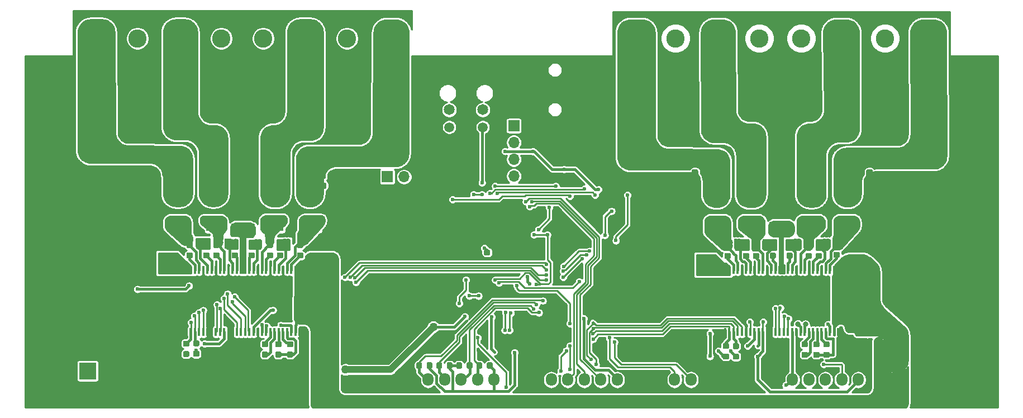
<source format=gbr>
G04 #@! TF.GenerationSoftware,KiCad,Pcbnew,5.1.5+dfsg1-2build2*
G04 #@! TF.CreationDate,2022-01-17T18:31:12+07:00*
G04 #@! TF.ProjectId,AMPP_V0,414d5050-5f56-4302-9e6b-696361645f70,rev?*
G04 #@! TF.SameCoordinates,Original*
G04 #@! TF.FileFunction,Copper,L2,Bot*
G04 #@! TF.FilePolarity,Positive*
%FSLAX46Y46*%
G04 Gerber Fmt 4.6, Leading zero omitted, Abs format (unit mm)*
G04 Created by KiCad (PCBNEW 5.1.5+dfsg1-2build2) date 2022-01-17 18:31:12*
%MOMM*%
%LPD*%
G04 APERTURE LIST*
%ADD10O,1.700000X1.950000*%
%ADD11C,0.100000*%
%ADD12C,6.400000*%
%ADD13C,2.600000*%
%ADD14R,2.600000X2.600000*%
%ADD15R,0.400000X1.200000*%
%ADD16C,1.650000*%
%ADD17C,1.500000*%
%ADD18R,2.540000X1.270000*%
%ADD19C,2.775000*%
%ADD20R,2.775000X2.775000*%
%ADD21O,1.700000X1.700000*%
%ADD22R,1.700000X1.700000*%
%ADD23C,0.600000*%
%ADD24C,0.800000*%
%ADD25C,1.270000*%
%ADD26C,0.800000*%
%ADD27C,1.000000*%
%ADD28C,0.400000*%
%ADD29C,0.254000*%
%ADD30C,0.250000*%
G04 APERTURE END LIST*
D10*
X126749200Y-56591200D03*
X124249200Y-56591200D03*
X121749200Y-56591200D03*
X119249200Y-56591200D03*
X116749200Y-56591200D03*
G04 #@! TA.AperFunction,ComponentPad*
D11*
G36*
X114873704Y-55617404D02*
G01*
X114897973Y-55621004D01*
X114921771Y-55626965D01*
X114944871Y-55635230D01*
X114967049Y-55645720D01*
X114988093Y-55658333D01*
X115007798Y-55672947D01*
X115025977Y-55689423D01*
X115042453Y-55707602D01*
X115057067Y-55727307D01*
X115069680Y-55748351D01*
X115080170Y-55770529D01*
X115088435Y-55793629D01*
X115094396Y-55817427D01*
X115097996Y-55841696D01*
X115099200Y-55866200D01*
X115099200Y-57316200D01*
X115097996Y-57340704D01*
X115094396Y-57364973D01*
X115088435Y-57388771D01*
X115080170Y-57411871D01*
X115069680Y-57434049D01*
X115057067Y-57455093D01*
X115042453Y-57474798D01*
X115025977Y-57492977D01*
X115007798Y-57509453D01*
X114988093Y-57524067D01*
X114967049Y-57536680D01*
X114944871Y-57547170D01*
X114921771Y-57555435D01*
X114897973Y-57561396D01*
X114873704Y-57564996D01*
X114849200Y-57566200D01*
X113649200Y-57566200D01*
X113624696Y-57564996D01*
X113600427Y-57561396D01*
X113576629Y-57555435D01*
X113553529Y-57547170D01*
X113531351Y-57536680D01*
X113510307Y-57524067D01*
X113490602Y-57509453D01*
X113472423Y-57492977D01*
X113455947Y-57474798D01*
X113441333Y-57455093D01*
X113428720Y-57434049D01*
X113418230Y-57411871D01*
X113409965Y-57388771D01*
X113404004Y-57364973D01*
X113400404Y-57340704D01*
X113399200Y-57316200D01*
X113399200Y-55866200D01*
X113400404Y-55841696D01*
X113404004Y-55817427D01*
X113409965Y-55793629D01*
X113418230Y-55770529D01*
X113428720Y-55748351D01*
X113441333Y-55727307D01*
X113455947Y-55707602D01*
X113472423Y-55689423D01*
X113490602Y-55672947D01*
X113510307Y-55658333D01*
X113531351Y-55645720D01*
X113553529Y-55635230D01*
X113576629Y-55626965D01*
X113600427Y-55621004D01*
X113624696Y-55617404D01*
X113649200Y-55616200D01*
X114849200Y-55616200D01*
X114873704Y-55617404D01*
G37*
G04 #@! TD.AperFunction*
D12*
X3810000Y-10871200D03*
X144653000Y-10934700D03*
X13017500Y-44653200D03*
X53975000Y-44589700D03*
X94678500Y-44653200D03*
X135636000Y-44653200D03*
D10*
X90224000Y-56591200D03*
X87724000Y-56591200D03*
X85224000Y-56591200D03*
X82724000Y-56591200D03*
X80224000Y-56591200D03*
G04 #@! TA.AperFunction,ComponentPad*
D11*
G36*
X78348504Y-55617404D02*
G01*
X78372773Y-55621004D01*
X78396571Y-55626965D01*
X78419671Y-55635230D01*
X78441849Y-55645720D01*
X78462893Y-55658333D01*
X78482598Y-55672947D01*
X78500777Y-55689423D01*
X78517253Y-55707602D01*
X78531867Y-55727307D01*
X78544480Y-55748351D01*
X78554970Y-55770529D01*
X78563235Y-55793629D01*
X78569196Y-55817427D01*
X78572796Y-55841696D01*
X78574000Y-55866200D01*
X78574000Y-57316200D01*
X78572796Y-57340704D01*
X78569196Y-57364973D01*
X78563235Y-57388771D01*
X78554970Y-57411871D01*
X78544480Y-57434049D01*
X78531867Y-57455093D01*
X78517253Y-57474798D01*
X78500777Y-57492977D01*
X78482598Y-57509453D01*
X78462893Y-57524067D01*
X78441849Y-57536680D01*
X78419671Y-57547170D01*
X78396571Y-57555435D01*
X78372773Y-57561396D01*
X78348504Y-57564996D01*
X78324000Y-57566200D01*
X77124000Y-57566200D01*
X77099496Y-57564996D01*
X77075227Y-57561396D01*
X77051429Y-57555435D01*
X77028329Y-57547170D01*
X77006151Y-57536680D01*
X76985107Y-57524067D01*
X76965402Y-57509453D01*
X76947223Y-57492977D01*
X76930747Y-57474798D01*
X76916133Y-57455093D01*
X76903520Y-57434049D01*
X76893030Y-57411871D01*
X76884765Y-57388771D01*
X76878804Y-57364973D01*
X76875204Y-57340704D01*
X76874000Y-57316200D01*
X76874000Y-55866200D01*
X76875204Y-55841696D01*
X76878804Y-55817427D01*
X76884765Y-55793629D01*
X76893030Y-55770529D01*
X76903520Y-55748351D01*
X76916133Y-55727307D01*
X76930747Y-55707602D01*
X76947223Y-55689423D01*
X76965402Y-55672947D01*
X76985107Y-55658333D01*
X77006151Y-55645720D01*
X77028329Y-55635230D01*
X77051429Y-55626965D01*
X77075227Y-55621004D01*
X77099496Y-55617404D01*
X77124000Y-55616200D01*
X78324000Y-55616200D01*
X78348504Y-55617404D01*
G37*
G04 #@! TD.AperFunction*
D10*
X101393000Y-56591200D03*
X98893000Y-56591200D03*
G04 #@! TA.AperFunction,ComponentPad*
D11*
G36*
X97017504Y-55617404D02*
G01*
X97041773Y-55621004D01*
X97065571Y-55626965D01*
X97088671Y-55635230D01*
X97110849Y-55645720D01*
X97131893Y-55658333D01*
X97151598Y-55672947D01*
X97169777Y-55689423D01*
X97186253Y-55707602D01*
X97200867Y-55727307D01*
X97213480Y-55748351D01*
X97223970Y-55770529D01*
X97232235Y-55793629D01*
X97238196Y-55817427D01*
X97241796Y-55841696D01*
X97243000Y-55866200D01*
X97243000Y-57316200D01*
X97241796Y-57340704D01*
X97238196Y-57364973D01*
X97232235Y-57388771D01*
X97223970Y-57411871D01*
X97213480Y-57434049D01*
X97200867Y-57455093D01*
X97186253Y-57474798D01*
X97169777Y-57492977D01*
X97151598Y-57509453D01*
X97131893Y-57524067D01*
X97110849Y-57536680D01*
X97088671Y-57547170D01*
X97065571Y-57555435D01*
X97041773Y-57561396D01*
X97017504Y-57564996D01*
X96993000Y-57566200D01*
X95793000Y-57566200D01*
X95768496Y-57564996D01*
X95744227Y-57561396D01*
X95720429Y-57555435D01*
X95697329Y-57547170D01*
X95675151Y-57536680D01*
X95654107Y-57524067D01*
X95634402Y-57509453D01*
X95616223Y-57492977D01*
X95599747Y-57474798D01*
X95585133Y-57455093D01*
X95572520Y-57434049D01*
X95562030Y-57411871D01*
X95553765Y-57388771D01*
X95547804Y-57364973D01*
X95544204Y-57340704D01*
X95543000Y-57316200D01*
X95543000Y-55866200D01*
X95544204Y-55841696D01*
X95547804Y-55817427D01*
X95553765Y-55793629D01*
X95562030Y-55770529D01*
X95572520Y-55748351D01*
X95585133Y-55727307D01*
X95599747Y-55707602D01*
X95616223Y-55689423D01*
X95634402Y-55672947D01*
X95654107Y-55658333D01*
X95675151Y-55645720D01*
X95697329Y-55635230D01*
X95720429Y-55626965D01*
X95744227Y-55621004D01*
X95768496Y-55617404D01*
X95793000Y-55616200D01*
X96993000Y-55616200D01*
X97017504Y-55617404D01*
G37*
G04 #@! TD.AperFunction*
D10*
X71555000Y-56591200D03*
X69055000Y-56591200D03*
X66555000Y-56591200D03*
X64055000Y-56591200D03*
X61555000Y-56591200D03*
G04 #@! TA.AperFunction,ComponentPad*
D11*
G36*
X59679504Y-55617404D02*
G01*
X59703773Y-55621004D01*
X59727571Y-55626965D01*
X59750671Y-55635230D01*
X59772849Y-55645720D01*
X59793893Y-55658333D01*
X59813598Y-55672947D01*
X59831777Y-55689423D01*
X59848253Y-55707602D01*
X59862867Y-55727307D01*
X59875480Y-55748351D01*
X59885970Y-55770529D01*
X59894235Y-55793629D01*
X59900196Y-55817427D01*
X59903796Y-55841696D01*
X59905000Y-55866200D01*
X59905000Y-57316200D01*
X59903796Y-57340704D01*
X59900196Y-57364973D01*
X59894235Y-57388771D01*
X59885970Y-57411871D01*
X59875480Y-57434049D01*
X59862867Y-57455093D01*
X59848253Y-57474798D01*
X59831777Y-57492977D01*
X59813598Y-57509453D01*
X59793893Y-57524067D01*
X59772849Y-57536680D01*
X59750671Y-57547170D01*
X59727571Y-57555435D01*
X59703773Y-57561396D01*
X59679504Y-57564996D01*
X59655000Y-57566200D01*
X58455000Y-57566200D01*
X58430496Y-57564996D01*
X58406227Y-57561396D01*
X58382429Y-57555435D01*
X58359329Y-57547170D01*
X58337151Y-57536680D01*
X58316107Y-57524067D01*
X58296402Y-57509453D01*
X58278223Y-57492977D01*
X58261747Y-57474798D01*
X58247133Y-57455093D01*
X58234520Y-57434049D01*
X58224030Y-57411871D01*
X58215765Y-57388771D01*
X58209804Y-57364973D01*
X58206204Y-57340704D01*
X58205000Y-57316200D01*
X58205000Y-55866200D01*
X58206204Y-55841696D01*
X58209804Y-55817427D01*
X58215765Y-55793629D01*
X58224030Y-55770529D01*
X58234520Y-55748351D01*
X58247133Y-55727307D01*
X58261747Y-55707602D01*
X58278223Y-55689423D01*
X58296402Y-55672947D01*
X58316107Y-55658333D01*
X58337151Y-55645720D01*
X58359329Y-55635230D01*
X58382429Y-55626965D01*
X58406227Y-55621004D01*
X58430496Y-55617404D01*
X58455000Y-55616200D01*
X59655000Y-55616200D01*
X59679504Y-55617404D01*
G37*
G04 #@! TD.AperFunction*
D13*
X15049500Y-55257700D03*
D14*
X9969500Y-55257700D03*
D15*
X42100500Y-39953200D03*
X41465500Y-39953200D03*
X40830500Y-39953200D03*
X40195500Y-39953200D03*
X39560500Y-39953200D03*
X38925500Y-39953200D03*
X38290500Y-39953200D03*
X37655500Y-39953200D03*
X37020500Y-39953200D03*
X36385500Y-39953200D03*
X35750500Y-39953200D03*
X35115500Y-39953200D03*
X34480500Y-39953200D03*
X33845500Y-39953200D03*
X33210500Y-39953200D03*
X32575500Y-39953200D03*
X31940500Y-39953200D03*
X31305500Y-39953200D03*
X30670500Y-39953200D03*
X30035500Y-39953200D03*
X29400500Y-39953200D03*
X28765500Y-39953200D03*
X28130500Y-39953200D03*
X27495500Y-39953200D03*
X26860500Y-39953200D03*
X26225500Y-39953200D03*
X25590500Y-39953200D03*
X24955500Y-39953200D03*
X24955500Y-49353200D03*
X25590500Y-49353200D03*
X26225500Y-49353200D03*
X26860500Y-49353200D03*
X27495500Y-49353200D03*
X28130500Y-49353200D03*
X28765500Y-49353200D03*
X29400500Y-49353200D03*
X30035500Y-49353200D03*
X30670500Y-49353200D03*
X31305500Y-49353200D03*
X31940500Y-49353200D03*
X32575500Y-49353200D03*
X33210500Y-49353200D03*
X33845500Y-49353200D03*
X34480500Y-49353200D03*
X35115500Y-49353200D03*
X35750500Y-49353200D03*
X36385500Y-49353200D03*
X37020500Y-49353200D03*
X37655500Y-49353200D03*
X38290500Y-49353200D03*
X38925500Y-49353200D03*
X39560500Y-49353200D03*
X40195500Y-49353200D03*
X40830500Y-49353200D03*
X41465500Y-49353200D03*
X42100500Y-49353200D03*
D16*
X69850000Y-15697200D03*
X64770000Y-15697200D03*
D17*
X64770000Y-18327200D03*
X67310000Y-18327200D03*
X69850000Y-18327200D03*
G04 #@! TA.AperFunction,SMDPad,CuDef*
D11*
G36*
X25169691Y-50693753D02*
G01*
X25190926Y-50696903D01*
X25211750Y-50702119D01*
X25231962Y-50709351D01*
X25251368Y-50718530D01*
X25269781Y-50729566D01*
X25287024Y-50742354D01*
X25302930Y-50756770D01*
X25317346Y-50772676D01*
X25330134Y-50789919D01*
X25341170Y-50808332D01*
X25350349Y-50827738D01*
X25357581Y-50847950D01*
X25362797Y-50868774D01*
X25365947Y-50890009D01*
X25367000Y-50911450D01*
X25367000Y-51348950D01*
X25365947Y-51370391D01*
X25362797Y-51391626D01*
X25357581Y-51412450D01*
X25350349Y-51432662D01*
X25341170Y-51452068D01*
X25330134Y-51470481D01*
X25317346Y-51487724D01*
X25302930Y-51503630D01*
X25287024Y-51518046D01*
X25269781Y-51530834D01*
X25251368Y-51541870D01*
X25231962Y-51551049D01*
X25211750Y-51558281D01*
X25190926Y-51563497D01*
X25169691Y-51566647D01*
X25148250Y-51567700D01*
X24635750Y-51567700D01*
X24614309Y-51566647D01*
X24593074Y-51563497D01*
X24572250Y-51558281D01*
X24552038Y-51551049D01*
X24532632Y-51541870D01*
X24514219Y-51530834D01*
X24496976Y-51518046D01*
X24481070Y-51503630D01*
X24466654Y-51487724D01*
X24453866Y-51470481D01*
X24442830Y-51452068D01*
X24433651Y-51432662D01*
X24426419Y-51412450D01*
X24421203Y-51391626D01*
X24418053Y-51370391D01*
X24417000Y-51348950D01*
X24417000Y-50911450D01*
X24418053Y-50890009D01*
X24421203Y-50868774D01*
X24426419Y-50847950D01*
X24433651Y-50827738D01*
X24442830Y-50808332D01*
X24453866Y-50789919D01*
X24466654Y-50772676D01*
X24481070Y-50756770D01*
X24496976Y-50742354D01*
X24514219Y-50729566D01*
X24532632Y-50718530D01*
X24552038Y-50709351D01*
X24572250Y-50702119D01*
X24593074Y-50696903D01*
X24614309Y-50693753D01*
X24635750Y-50692700D01*
X25148250Y-50692700D01*
X25169691Y-50693753D01*
G37*
G04 #@! TD.AperFunction*
G04 #@! TA.AperFunction,SMDPad,CuDef*
G36*
X25169691Y-52268753D02*
G01*
X25190926Y-52271903D01*
X25211750Y-52277119D01*
X25231962Y-52284351D01*
X25251368Y-52293530D01*
X25269781Y-52304566D01*
X25287024Y-52317354D01*
X25302930Y-52331770D01*
X25317346Y-52347676D01*
X25330134Y-52364919D01*
X25341170Y-52383332D01*
X25350349Y-52402738D01*
X25357581Y-52422950D01*
X25362797Y-52443774D01*
X25365947Y-52465009D01*
X25367000Y-52486450D01*
X25367000Y-52923950D01*
X25365947Y-52945391D01*
X25362797Y-52966626D01*
X25357581Y-52987450D01*
X25350349Y-53007662D01*
X25341170Y-53027068D01*
X25330134Y-53045481D01*
X25317346Y-53062724D01*
X25302930Y-53078630D01*
X25287024Y-53093046D01*
X25269781Y-53105834D01*
X25251368Y-53116870D01*
X25231962Y-53126049D01*
X25211750Y-53133281D01*
X25190926Y-53138497D01*
X25169691Y-53141647D01*
X25148250Y-53142700D01*
X24635750Y-53142700D01*
X24614309Y-53141647D01*
X24593074Y-53138497D01*
X24572250Y-53133281D01*
X24552038Y-53126049D01*
X24532632Y-53116870D01*
X24514219Y-53105834D01*
X24496976Y-53093046D01*
X24481070Y-53078630D01*
X24466654Y-53062724D01*
X24453866Y-53045481D01*
X24442830Y-53027068D01*
X24433651Y-53007662D01*
X24426419Y-52987450D01*
X24421203Y-52966626D01*
X24418053Y-52945391D01*
X24417000Y-52923950D01*
X24417000Y-52486450D01*
X24418053Y-52465009D01*
X24421203Y-52443774D01*
X24426419Y-52422950D01*
X24433651Y-52402738D01*
X24442830Y-52383332D01*
X24453866Y-52364919D01*
X24466654Y-52347676D01*
X24481070Y-52331770D01*
X24496976Y-52317354D01*
X24514219Y-52304566D01*
X24532632Y-52293530D01*
X24552038Y-52284351D01*
X24572250Y-52277119D01*
X24593074Y-52271903D01*
X24614309Y-52268753D01*
X24635750Y-52267700D01*
X25148250Y-52267700D01*
X25169691Y-52268753D01*
G37*
G04 #@! TD.AperFunction*
G04 #@! TA.AperFunction,SMDPad,CuDef*
G36*
X26693691Y-52217753D02*
G01*
X26714926Y-52220903D01*
X26735750Y-52226119D01*
X26755962Y-52233351D01*
X26775368Y-52242530D01*
X26793781Y-52253566D01*
X26811024Y-52266354D01*
X26826930Y-52280770D01*
X26841346Y-52296676D01*
X26854134Y-52313919D01*
X26865170Y-52332332D01*
X26874349Y-52351738D01*
X26881581Y-52371950D01*
X26886797Y-52392774D01*
X26889947Y-52414009D01*
X26891000Y-52435450D01*
X26891000Y-52872950D01*
X26889947Y-52894391D01*
X26886797Y-52915626D01*
X26881581Y-52936450D01*
X26874349Y-52956662D01*
X26865170Y-52976068D01*
X26854134Y-52994481D01*
X26841346Y-53011724D01*
X26826930Y-53027630D01*
X26811024Y-53042046D01*
X26793781Y-53054834D01*
X26775368Y-53065870D01*
X26755962Y-53075049D01*
X26735750Y-53082281D01*
X26714926Y-53087497D01*
X26693691Y-53090647D01*
X26672250Y-53091700D01*
X26159750Y-53091700D01*
X26138309Y-53090647D01*
X26117074Y-53087497D01*
X26096250Y-53082281D01*
X26076038Y-53075049D01*
X26056632Y-53065870D01*
X26038219Y-53054834D01*
X26020976Y-53042046D01*
X26005070Y-53027630D01*
X25990654Y-53011724D01*
X25977866Y-52994481D01*
X25966830Y-52976068D01*
X25957651Y-52956662D01*
X25950419Y-52936450D01*
X25945203Y-52915626D01*
X25942053Y-52894391D01*
X25941000Y-52872950D01*
X25941000Y-52435450D01*
X25942053Y-52414009D01*
X25945203Y-52392774D01*
X25950419Y-52371950D01*
X25957651Y-52351738D01*
X25966830Y-52332332D01*
X25977866Y-52313919D01*
X25990654Y-52296676D01*
X26005070Y-52280770D01*
X26020976Y-52266354D01*
X26038219Y-52253566D01*
X26056632Y-52242530D01*
X26076038Y-52233351D01*
X26096250Y-52226119D01*
X26117074Y-52220903D01*
X26138309Y-52217753D01*
X26159750Y-52216700D01*
X26672250Y-52216700D01*
X26693691Y-52217753D01*
G37*
G04 #@! TD.AperFunction*
G04 #@! TA.AperFunction,SMDPad,CuDef*
G36*
X26693691Y-50642753D02*
G01*
X26714926Y-50645903D01*
X26735750Y-50651119D01*
X26755962Y-50658351D01*
X26775368Y-50667530D01*
X26793781Y-50678566D01*
X26811024Y-50691354D01*
X26826930Y-50705770D01*
X26841346Y-50721676D01*
X26854134Y-50738919D01*
X26865170Y-50757332D01*
X26874349Y-50776738D01*
X26881581Y-50796950D01*
X26886797Y-50817774D01*
X26889947Y-50839009D01*
X26891000Y-50860450D01*
X26891000Y-51297950D01*
X26889947Y-51319391D01*
X26886797Y-51340626D01*
X26881581Y-51361450D01*
X26874349Y-51381662D01*
X26865170Y-51401068D01*
X26854134Y-51419481D01*
X26841346Y-51436724D01*
X26826930Y-51452630D01*
X26811024Y-51467046D01*
X26793781Y-51479834D01*
X26775368Y-51490870D01*
X26755962Y-51500049D01*
X26735750Y-51507281D01*
X26714926Y-51512497D01*
X26693691Y-51515647D01*
X26672250Y-51516700D01*
X26159750Y-51516700D01*
X26138309Y-51515647D01*
X26117074Y-51512497D01*
X26096250Y-51507281D01*
X26076038Y-51500049D01*
X26056632Y-51490870D01*
X26038219Y-51479834D01*
X26020976Y-51467046D01*
X26005070Y-51452630D01*
X25990654Y-51436724D01*
X25977866Y-51419481D01*
X25966830Y-51401068D01*
X25957651Y-51381662D01*
X25950419Y-51361450D01*
X25945203Y-51340626D01*
X25942053Y-51319391D01*
X25941000Y-51297950D01*
X25941000Y-50860450D01*
X25942053Y-50839009D01*
X25945203Y-50817774D01*
X25950419Y-50796950D01*
X25957651Y-50776738D01*
X25966830Y-50757332D01*
X25977866Y-50738919D01*
X25990654Y-50721676D01*
X26005070Y-50705770D01*
X26020976Y-50691354D01*
X26038219Y-50678566D01*
X26056632Y-50667530D01*
X26076038Y-50658351D01*
X26096250Y-50651119D01*
X26117074Y-50645903D01*
X26138309Y-50642753D01*
X26159750Y-50641700D01*
X26672250Y-50641700D01*
X26693691Y-50642753D01*
G37*
G04 #@! TD.AperFunction*
G04 #@! TA.AperFunction,SMDPad,CuDef*
G36*
X63486191Y-53958253D02*
G01*
X63507426Y-53961403D01*
X63528250Y-53966619D01*
X63548462Y-53973851D01*
X63567868Y-53983030D01*
X63586281Y-53994066D01*
X63603524Y-54006854D01*
X63619430Y-54021270D01*
X63633846Y-54037176D01*
X63646634Y-54054419D01*
X63657670Y-54072832D01*
X63666849Y-54092238D01*
X63674081Y-54112450D01*
X63679297Y-54133274D01*
X63682447Y-54154509D01*
X63683500Y-54175950D01*
X63683500Y-54688450D01*
X63682447Y-54709891D01*
X63679297Y-54731126D01*
X63674081Y-54751950D01*
X63666849Y-54772162D01*
X63657670Y-54791568D01*
X63646634Y-54809981D01*
X63633846Y-54827224D01*
X63619430Y-54843130D01*
X63603524Y-54857546D01*
X63586281Y-54870334D01*
X63567868Y-54881370D01*
X63548462Y-54890549D01*
X63528250Y-54897781D01*
X63507426Y-54902997D01*
X63486191Y-54906147D01*
X63464750Y-54907200D01*
X63027250Y-54907200D01*
X63005809Y-54906147D01*
X62984574Y-54902997D01*
X62963750Y-54897781D01*
X62943538Y-54890549D01*
X62924132Y-54881370D01*
X62905719Y-54870334D01*
X62888476Y-54857546D01*
X62872570Y-54843130D01*
X62858154Y-54827224D01*
X62845366Y-54809981D01*
X62834330Y-54791568D01*
X62825151Y-54772162D01*
X62817919Y-54751950D01*
X62812703Y-54731126D01*
X62809553Y-54709891D01*
X62808500Y-54688450D01*
X62808500Y-54175950D01*
X62809553Y-54154509D01*
X62812703Y-54133274D01*
X62817919Y-54112450D01*
X62825151Y-54092238D01*
X62834330Y-54072832D01*
X62845366Y-54054419D01*
X62858154Y-54037176D01*
X62872570Y-54021270D01*
X62888476Y-54006854D01*
X62905719Y-53994066D01*
X62924132Y-53983030D01*
X62943538Y-53973851D01*
X62963750Y-53966619D01*
X62984574Y-53961403D01*
X63005809Y-53958253D01*
X63027250Y-53957200D01*
X63464750Y-53957200D01*
X63486191Y-53958253D01*
G37*
G04 #@! TD.AperFunction*
G04 #@! TA.AperFunction,SMDPad,CuDef*
G36*
X65061191Y-53958253D02*
G01*
X65082426Y-53961403D01*
X65103250Y-53966619D01*
X65123462Y-53973851D01*
X65142868Y-53983030D01*
X65161281Y-53994066D01*
X65178524Y-54006854D01*
X65194430Y-54021270D01*
X65208846Y-54037176D01*
X65221634Y-54054419D01*
X65232670Y-54072832D01*
X65241849Y-54092238D01*
X65249081Y-54112450D01*
X65254297Y-54133274D01*
X65257447Y-54154509D01*
X65258500Y-54175950D01*
X65258500Y-54688450D01*
X65257447Y-54709891D01*
X65254297Y-54731126D01*
X65249081Y-54751950D01*
X65241849Y-54772162D01*
X65232670Y-54791568D01*
X65221634Y-54809981D01*
X65208846Y-54827224D01*
X65194430Y-54843130D01*
X65178524Y-54857546D01*
X65161281Y-54870334D01*
X65142868Y-54881370D01*
X65123462Y-54890549D01*
X65103250Y-54897781D01*
X65082426Y-54902997D01*
X65061191Y-54906147D01*
X65039750Y-54907200D01*
X64602250Y-54907200D01*
X64580809Y-54906147D01*
X64559574Y-54902997D01*
X64538750Y-54897781D01*
X64518538Y-54890549D01*
X64499132Y-54881370D01*
X64480719Y-54870334D01*
X64463476Y-54857546D01*
X64447570Y-54843130D01*
X64433154Y-54827224D01*
X64420366Y-54809981D01*
X64409330Y-54791568D01*
X64400151Y-54772162D01*
X64392919Y-54751950D01*
X64387703Y-54731126D01*
X64384553Y-54709891D01*
X64383500Y-54688450D01*
X64383500Y-54175950D01*
X64384553Y-54154509D01*
X64387703Y-54133274D01*
X64392919Y-54112450D01*
X64400151Y-54092238D01*
X64409330Y-54072832D01*
X64420366Y-54054419D01*
X64433154Y-54037176D01*
X64447570Y-54021270D01*
X64463476Y-54006854D01*
X64480719Y-53994066D01*
X64499132Y-53983030D01*
X64518538Y-53973851D01*
X64538750Y-53966619D01*
X64559574Y-53961403D01*
X64580809Y-53958253D01*
X64602250Y-53957200D01*
X65039750Y-53957200D01*
X65061191Y-53958253D01*
G37*
G04 #@! TD.AperFunction*
G04 #@! TA.AperFunction,SMDPad,CuDef*
G36*
X68083691Y-53958253D02*
G01*
X68104926Y-53961403D01*
X68125750Y-53966619D01*
X68145962Y-53973851D01*
X68165368Y-53983030D01*
X68183781Y-53994066D01*
X68201024Y-54006854D01*
X68216930Y-54021270D01*
X68231346Y-54037176D01*
X68244134Y-54054419D01*
X68255170Y-54072832D01*
X68264349Y-54092238D01*
X68271581Y-54112450D01*
X68276797Y-54133274D01*
X68279947Y-54154509D01*
X68281000Y-54175950D01*
X68281000Y-54688450D01*
X68279947Y-54709891D01*
X68276797Y-54731126D01*
X68271581Y-54751950D01*
X68264349Y-54772162D01*
X68255170Y-54791568D01*
X68244134Y-54809981D01*
X68231346Y-54827224D01*
X68216930Y-54843130D01*
X68201024Y-54857546D01*
X68183781Y-54870334D01*
X68165368Y-54881370D01*
X68145962Y-54890549D01*
X68125750Y-54897781D01*
X68104926Y-54902997D01*
X68083691Y-54906147D01*
X68062250Y-54907200D01*
X67624750Y-54907200D01*
X67603309Y-54906147D01*
X67582074Y-54902997D01*
X67561250Y-54897781D01*
X67541038Y-54890549D01*
X67521632Y-54881370D01*
X67503219Y-54870334D01*
X67485976Y-54857546D01*
X67470070Y-54843130D01*
X67455654Y-54827224D01*
X67442866Y-54809981D01*
X67431830Y-54791568D01*
X67422651Y-54772162D01*
X67415419Y-54751950D01*
X67410203Y-54731126D01*
X67407053Y-54709891D01*
X67406000Y-54688450D01*
X67406000Y-54175950D01*
X67407053Y-54154509D01*
X67410203Y-54133274D01*
X67415419Y-54112450D01*
X67422651Y-54092238D01*
X67431830Y-54072832D01*
X67442866Y-54054419D01*
X67455654Y-54037176D01*
X67470070Y-54021270D01*
X67485976Y-54006854D01*
X67503219Y-53994066D01*
X67521632Y-53983030D01*
X67541038Y-53973851D01*
X67561250Y-53966619D01*
X67582074Y-53961403D01*
X67603309Y-53958253D01*
X67624750Y-53957200D01*
X68062250Y-53957200D01*
X68083691Y-53958253D01*
G37*
G04 #@! TD.AperFunction*
G04 #@! TA.AperFunction,SMDPad,CuDef*
G36*
X66508691Y-53958253D02*
G01*
X66529926Y-53961403D01*
X66550750Y-53966619D01*
X66570962Y-53973851D01*
X66590368Y-53983030D01*
X66608781Y-53994066D01*
X66626024Y-54006854D01*
X66641930Y-54021270D01*
X66656346Y-54037176D01*
X66669134Y-54054419D01*
X66680170Y-54072832D01*
X66689349Y-54092238D01*
X66696581Y-54112450D01*
X66701797Y-54133274D01*
X66704947Y-54154509D01*
X66706000Y-54175950D01*
X66706000Y-54688450D01*
X66704947Y-54709891D01*
X66701797Y-54731126D01*
X66696581Y-54751950D01*
X66689349Y-54772162D01*
X66680170Y-54791568D01*
X66669134Y-54809981D01*
X66656346Y-54827224D01*
X66641930Y-54843130D01*
X66626024Y-54857546D01*
X66608781Y-54870334D01*
X66590368Y-54881370D01*
X66570962Y-54890549D01*
X66550750Y-54897781D01*
X66529926Y-54902997D01*
X66508691Y-54906147D01*
X66487250Y-54907200D01*
X66049750Y-54907200D01*
X66028309Y-54906147D01*
X66007074Y-54902997D01*
X65986250Y-54897781D01*
X65966038Y-54890549D01*
X65946632Y-54881370D01*
X65928219Y-54870334D01*
X65910976Y-54857546D01*
X65895070Y-54843130D01*
X65880654Y-54827224D01*
X65867866Y-54809981D01*
X65856830Y-54791568D01*
X65847651Y-54772162D01*
X65840419Y-54751950D01*
X65835203Y-54731126D01*
X65832053Y-54709891D01*
X65831000Y-54688450D01*
X65831000Y-54175950D01*
X65832053Y-54154509D01*
X65835203Y-54133274D01*
X65840419Y-54112450D01*
X65847651Y-54092238D01*
X65856830Y-54072832D01*
X65867866Y-54054419D01*
X65880654Y-54037176D01*
X65895070Y-54021270D01*
X65910976Y-54006854D01*
X65928219Y-53994066D01*
X65946632Y-53983030D01*
X65966038Y-53973851D01*
X65986250Y-53966619D01*
X66007074Y-53961403D01*
X66028309Y-53958253D01*
X66049750Y-53957200D01*
X66487250Y-53957200D01*
X66508691Y-53958253D01*
G37*
G04 #@! TD.AperFunction*
G04 #@! TA.AperFunction,SMDPad,CuDef*
G36*
X60438191Y-53958253D02*
G01*
X60459426Y-53961403D01*
X60480250Y-53966619D01*
X60500462Y-53973851D01*
X60519868Y-53983030D01*
X60538281Y-53994066D01*
X60555524Y-54006854D01*
X60571430Y-54021270D01*
X60585846Y-54037176D01*
X60598634Y-54054419D01*
X60609670Y-54072832D01*
X60618849Y-54092238D01*
X60626081Y-54112450D01*
X60631297Y-54133274D01*
X60634447Y-54154509D01*
X60635500Y-54175950D01*
X60635500Y-54688450D01*
X60634447Y-54709891D01*
X60631297Y-54731126D01*
X60626081Y-54751950D01*
X60618849Y-54772162D01*
X60609670Y-54791568D01*
X60598634Y-54809981D01*
X60585846Y-54827224D01*
X60571430Y-54843130D01*
X60555524Y-54857546D01*
X60538281Y-54870334D01*
X60519868Y-54881370D01*
X60500462Y-54890549D01*
X60480250Y-54897781D01*
X60459426Y-54902997D01*
X60438191Y-54906147D01*
X60416750Y-54907200D01*
X59979250Y-54907200D01*
X59957809Y-54906147D01*
X59936574Y-54902997D01*
X59915750Y-54897781D01*
X59895538Y-54890549D01*
X59876132Y-54881370D01*
X59857719Y-54870334D01*
X59840476Y-54857546D01*
X59824570Y-54843130D01*
X59810154Y-54827224D01*
X59797366Y-54809981D01*
X59786330Y-54791568D01*
X59777151Y-54772162D01*
X59769919Y-54751950D01*
X59764703Y-54731126D01*
X59761553Y-54709891D01*
X59760500Y-54688450D01*
X59760500Y-54175950D01*
X59761553Y-54154509D01*
X59764703Y-54133274D01*
X59769919Y-54112450D01*
X59777151Y-54092238D01*
X59786330Y-54072832D01*
X59797366Y-54054419D01*
X59810154Y-54037176D01*
X59824570Y-54021270D01*
X59840476Y-54006854D01*
X59857719Y-53994066D01*
X59876132Y-53983030D01*
X59895538Y-53973851D01*
X59915750Y-53966619D01*
X59936574Y-53961403D01*
X59957809Y-53958253D01*
X59979250Y-53957200D01*
X60416750Y-53957200D01*
X60438191Y-53958253D01*
G37*
G04 #@! TD.AperFunction*
G04 #@! TA.AperFunction,SMDPad,CuDef*
G36*
X62013191Y-53958253D02*
G01*
X62034426Y-53961403D01*
X62055250Y-53966619D01*
X62075462Y-53973851D01*
X62094868Y-53983030D01*
X62113281Y-53994066D01*
X62130524Y-54006854D01*
X62146430Y-54021270D01*
X62160846Y-54037176D01*
X62173634Y-54054419D01*
X62184670Y-54072832D01*
X62193849Y-54092238D01*
X62201081Y-54112450D01*
X62206297Y-54133274D01*
X62209447Y-54154509D01*
X62210500Y-54175950D01*
X62210500Y-54688450D01*
X62209447Y-54709891D01*
X62206297Y-54731126D01*
X62201081Y-54751950D01*
X62193849Y-54772162D01*
X62184670Y-54791568D01*
X62173634Y-54809981D01*
X62160846Y-54827224D01*
X62146430Y-54843130D01*
X62130524Y-54857546D01*
X62113281Y-54870334D01*
X62094868Y-54881370D01*
X62075462Y-54890549D01*
X62055250Y-54897781D01*
X62034426Y-54902997D01*
X62013191Y-54906147D01*
X61991750Y-54907200D01*
X61554250Y-54907200D01*
X61532809Y-54906147D01*
X61511574Y-54902997D01*
X61490750Y-54897781D01*
X61470538Y-54890549D01*
X61451132Y-54881370D01*
X61432719Y-54870334D01*
X61415476Y-54857546D01*
X61399570Y-54843130D01*
X61385154Y-54827224D01*
X61372366Y-54809981D01*
X61361330Y-54791568D01*
X61352151Y-54772162D01*
X61344919Y-54751950D01*
X61339703Y-54731126D01*
X61336553Y-54709891D01*
X61335500Y-54688450D01*
X61335500Y-54175950D01*
X61336553Y-54154509D01*
X61339703Y-54133274D01*
X61344919Y-54112450D01*
X61352151Y-54092238D01*
X61361330Y-54072832D01*
X61372366Y-54054419D01*
X61385154Y-54037176D01*
X61399570Y-54021270D01*
X61415476Y-54006854D01*
X61432719Y-53994066D01*
X61451132Y-53983030D01*
X61470538Y-53973851D01*
X61490750Y-53966619D01*
X61511574Y-53961403D01*
X61532809Y-53958253D01*
X61554250Y-53957200D01*
X61991750Y-53957200D01*
X62013191Y-53958253D01*
G37*
G04 #@! TD.AperFunction*
G04 #@! TA.AperFunction,SMDPad,CuDef*
G36*
X69556691Y-53958253D02*
G01*
X69577926Y-53961403D01*
X69598750Y-53966619D01*
X69618962Y-53973851D01*
X69638368Y-53983030D01*
X69656781Y-53994066D01*
X69674024Y-54006854D01*
X69689930Y-54021270D01*
X69704346Y-54037176D01*
X69717134Y-54054419D01*
X69728170Y-54072832D01*
X69737349Y-54092238D01*
X69744581Y-54112450D01*
X69749797Y-54133274D01*
X69752947Y-54154509D01*
X69754000Y-54175950D01*
X69754000Y-54688450D01*
X69752947Y-54709891D01*
X69749797Y-54731126D01*
X69744581Y-54751950D01*
X69737349Y-54772162D01*
X69728170Y-54791568D01*
X69717134Y-54809981D01*
X69704346Y-54827224D01*
X69689930Y-54843130D01*
X69674024Y-54857546D01*
X69656781Y-54870334D01*
X69638368Y-54881370D01*
X69618962Y-54890549D01*
X69598750Y-54897781D01*
X69577926Y-54902997D01*
X69556691Y-54906147D01*
X69535250Y-54907200D01*
X69097750Y-54907200D01*
X69076309Y-54906147D01*
X69055074Y-54902997D01*
X69034250Y-54897781D01*
X69014038Y-54890549D01*
X68994632Y-54881370D01*
X68976219Y-54870334D01*
X68958976Y-54857546D01*
X68943070Y-54843130D01*
X68928654Y-54827224D01*
X68915866Y-54809981D01*
X68904830Y-54791568D01*
X68895651Y-54772162D01*
X68888419Y-54751950D01*
X68883203Y-54731126D01*
X68880053Y-54709891D01*
X68879000Y-54688450D01*
X68879000Y-54175950D01*
X68880053Y-54154509D01*
X68883203Y-54133274D01*
X68888419Y-54112450D01*
X68895651Y-54092238D01*
X68904830Y-54072832D01*
X68915866Y-54054419D01*
X68928654Y-54037176D01*
X68943070Y-54021270D01*
X68958976Y-54006854D01*
X68976219Y-53994066D01*
X68994632Y-53983030D01*
X69014038Y-53973851D01*
X69034250Y-53966619D01*
X69055074Y-53961403D01*
X69076309Y-53958253D01*
X69097750Y-53957200D01*
X69535250Y-53957200D01*
X69556691Y-53958253D01*
G37*
G04 #@! TD.AperFunction*
G04 #@! TA.AperFunction,SMDPad,CuDef*
G36*
X71131691Y-53958253D02*
G01*
X71152926Y-53961403D01*
X71173750Y-53966619D01*
X71193962Y-53973851D01*
X71213368Y-53983030D01*
X71231781Y-53994066D01*
X71249024Y-54006854D01*
X71264930Y-54021270D01*
X71279346Y-54037176D01*
X71292134Y-54054419D01*
X71303170Y-54072832D01*
X71312349Y-54092238D01*
X71319581Y-54112450D01*
X71324797Y-54133274D01*
X71327947Y-54154509D01*
X71329000Y-54175950D01*
X71329000Y-54688450D01*
X71327947Y-54709891D01*
X71324797Y-54731126D01*
X71319581Y-54751950D01*
X71312349Y-54772162D01*
X71303170Y-54791568D01*
X71292134Y-54809981D01*
X71279346Y-54827224D01*
X71264930Y-54843130D01*
X71249024Y-54857546D01*
X71231781Y-54870334D01*
X71213368Y-54881370D01*
X71193962Y-54890549D01*
X71173750Y-54897781D01*
X71152926Y-54902997D01*
X71131691Y-54906147D01*
X71110250Y-54907200D01*
X70672750Y-54907200D01*
X70651309Y-54906147D01*
X70630074Y-54902997D01*
X70609250Y-54897781D01*
X70589038Y-54890549D01*
X70569632Y-54881370D01*
X70551219Y-54870334D01*
X70533976Y-54857546D01*
X70518070Y-54843130D01*
X70503654Y-54827224D01*
X70490866Y-54809981D01*
X70479830Y-54791568D01*
X70470651Y-54772162D01*
X70463419Y-54751950D01*
X70458203Y-54731126D01*
X70455053Y-54709891D01*
X70454000Y-54688450D01*
X70454000Y-54175950D01*
X70455053Y-54154509D01*
X70458203Y-54133274D01*
X70463419Y-54112450D01*
X70470651Y-54092238D01*
X70479830Y-54072832D01*
X70490866Y-54054419D01*
X70503654Y-54037176D01*
X70518070Y-54021270D01*
X70533976Y-54006854D01*
X70551219Y-53994066D01*
X70569632Y-53983030D01*
X70589038Y-53973851D01*
X70609250Y-53966619D01*
X70630074Y-53961403D01*
X70651309Y-53958253D01*
X70672750Y-53957200D01*
X71110250Y-53957200D01*
X71131691Y-53958253D01*
G37*
G04 #@! TD.AperFunction*
D18*
X23622000Y-28905200D03*
X23622000Y-33477200D03*
X29210000Y-28905200D03*
X29210000Y-33477200D03*
X38354000Y-28905200D03*
X38354000Y-33477200D03*
X43942000Y-28905200D03*
X43942000Y-33477200D03*
D19*
X11176000Y-4876800D03*
X17526000Y-4876800D03*
X23876000Y-4876800D03*
X30226000Y-4876800D03*
X36576000Y-4876800D03*
X42926000Y-4876800D03*
X49276000Y-4876800D03*
D20*
X55753000Y-4876800D03*
D21*
X74549000Y-25730200D03*
X74549000Y-23190200D03*
X74549000Y-20650200D03*
D22*
X74549000Y-18110200D03*
D21*
X57912000Y-25857200D03*
D22*
X55372000Y-25857200D03*
D19*
X138430000Y-54051200D03*
D20*
X131953000Y-54051200D03*
G04 #@! TA.AperFunction,SMDPad,CuDef*
D11*
G36*
X20560191Y-26399253D02*
G01*
X20581426Y-26402403D01*
X20602250Y-26407619D01*
X20622462Y-26414851D01*
X20641868Y-26424030D01*
X20660281Y-26435066D01*
X20677524Y-26447854D01*
X20693430Y-26462270D01*
X20707846Y-26478176D01*
X20720634Y-26495419D01*
X20731670Y-26513832D01*
X20740849Y-26533238D01*
X20748081Y-26553450D01*
X20753297Y-26574274D01*
X20756447Y-26595509D01*
X20757500Y-26616950D01*
X20757500Y-27129450D01*
X20756447Y-27150891D01*
X20753297Y-27172126D01*
X20748081Y-27192950D01*
X20740849Y-27213162D01*
X20731670Y-27232568D01*
X20720634Y-27250981D01*
X20707846Y-27268224D01*
X20693430Y-27284130D01*
X20677524Y-27298546D01*
X20660281Y-27311334D01*
X20641868Y-27322370D01*
X20622462Y-27331549D01*
X20602250Y-27338781D01*
X20581426Y-27343997D01*
X20560191Y-27347147D01*
X20538750Y-27348200D01*
X20101250Y-27348200D01*
X20079809Y-27347147D01*
X20058574Y-27343997D01*
X20037750Y-27338781D01*
X20017538Y-27331549D01*
X19998132Y-27322370D01*
X19979719Y-27311334D01*
X19962476Y-27298546D01*
X19946570Y-27284130D01*
X19932154Y-27268224D01*
X19919366Y-27250981D01*
X19908330Y-27232568D01*
X19899151Y-27213162D01*
X19891919Y-27192950D01*
X19886703Y-27172126D01*
X19883553Y-27150891D01*
X19882500Y-27129450D01*
X19882500Y-26616950D01*
X19883553Y-26595509D01*
X19886703Y-26574274D01*
X19891919Y-26553450D01*
X19899151Y-26533238D01*
X19908330Y-26513832D01*
X19919366Y-26495419D01*
X19932154Y-26478176D01*
X19946570Y-26462270D01*
X19962476Y-26447854D01*
X19979719Y-26435066D01*
X19998132Y-26424030D01*
X20017538Y-26414851D01*
X20037750Y-26407619D01*
X20058574Y-26402403D01*
X20079809Y-26399253D01*
X20101250Y-26398200D01*
X20538750Y-26398200D01*
X20560191Y-26399253D01*
G37*
G04 #@! TD.AperFunction*
G04 #@! TA.AperFunction,SMDPad,CuDef*
G36*
X22135191Y-26399253D02*
G01*
X22156426Y-26402403D01*
X22177250Y-26407619D01*
X22197462Y-26414851D01*
X22216868Y-26424030D01*
X22235281Y-26435066D01*
X22252524Y-26447854D01*
X22268430Y-26462270D01*
X22282846Y-26478176D01*
X22295634Y-26495419D01*
X22306670Y-26513832D01*
X22315849Y-26533238D01*
X22323081Y-26553450D01*
X22328297Y-26574274D01*
X22331447Y-26595509D01*
X22332500Y-26616950D01*
X22332500Y-27129450D01*
X22331447Y-27150891D01*
X22328297Y-27172126D01*
X22323081Y-27192950D01*
X22315849Y-27213162D01*
X22306670Y-27232568D01*
X22295634Y-27250981D01*
X22282846Y-27268224D01*
X22268430Y-27284130D01*
X22252524Y-27298546D01*
X22235281Y-27311334D01*
X22216868Y-27322370D01*
X22197462Y-27331549D01*
X22177250Y-27338781D01*
X22156426Y-27343997D01*
X22135191Y-27347147D01*
X22113750Y-27348200D01*
X21676250Y-27348200D01*
X21654809Y-27347147D01*
X21633574Y-27343997D01*
X21612750Y-27338781D01*
X21592538Y-27331549D01*
X21573132Y-27322370D01*
X21554719Y-27311334D01*
X21537476Y-27298546D01*
X21521570Y-27284130D01*
X21507154Y-27268224D01*
X21494366Y-27250981D01*
X21483330Y-27232568D01*
X21474151Y-27213162D01*
X21466919Y-27192950D01*
X21461703Y-27172126D01*
X21458553Y-27150891D01*
X21457500Y-27129450D01*
X21457500Y-26616950D01*
X21458553Y-26595509D01*
X21461703Y-26574274D01*
X21466919Y-26553450D01*
X21474151Y-26533238D01*
X21483330Y-26513832D01*
X21494366Y-26495419D01*
X21507154Y-26478176D01*
X21521570Y-26462270D01*
X21537476Y-26447854D01*
X21554719Y-26435066D01*
X21573132Y-26424030D01*
X21592538Y-26414851D01*
X21612750Y-26407619D01*
X21633574Y-26402403D01*
X21654809Y-26399253D01*
X21676250Y-26398200D01*
X22113750Y-26398200D01*
X22135191Y-26399253D01*
G37*
G04 #@! TD.AperFunction*
G04 #@! TA.AperFunction,SMDPad,CuDef*
G36*
X32523691Y-26399253D02*
G01*
X32544926Y-26402403D01*
X32565750Y-26407619D01*
X32585962Y-26414851D01*
X32605368Y-26424030D01*
X32623781Y-26435066D01*
X32641024Y-26447854D01*
X32656930Y-26462270D01*
X32671346Y-26478176D01*
X32684134Y-26495419D01*
X32695170Y-26513832D01*
X32704349Y-26533238D01*
X32711581Y-26553450D01*
X32716797Y-26574274D01*
X32719947Y-26595509D01*
X32721000Y-26616950D01*
X32721000Y-27129450D01*
X32719947Y-27150891D01*
X32716797Y-27172126D01*
X32711581Y-27192950D01*
X32704349Y-27213162D01*
X32695170Y-27232568D01*
X32684134Y-27250981D01*
X32671346Y-27268224D01*
X32656930Y-27284130D01*
X32641024Y-27298546D01*
X32623781Y-27311334D01*
X32605368Y-27322370D01*
X32585962Y-27331549D01*
X32565750Y-27338781D01*
X32544926Y-27343997D01*
X32523691Y-27347147D01*
X32502250Y-27348200D01*
X32064750Y-27348200D01*
X32043309Y-27347147D01*
X32022074Y-27343997D01*
X32001250Y-27338781D01*
X31981038Y-27331549D01*
X31961632Y-27322370D01*
X31943219Y-27311334D01*
X31925976Y-27298546D01*
X31910070Y-27284130D01*
X31895654Y-27268224D01*
X31882866Y-27250981D01*
X31871830Y-27232568D01*
X31862651Y-27213162D01*
X31855419Y-27192950D01*
X31850203Y-27172126D01*
X31847053Y-27150891D01*
X31846000Y-27129450D01*
X31846000Y-26616950D01*
X31847053Y-26595509D01*
X31850203Y-26574274D01*
X31855419Y-26553450D01*
X31862651Y-26533238D01*
X31871830Y-26513832D01*
X31882866Y-26495419D01*
X31895654Y-26478176D01*
X31910070Y-26462270D01*
X31925976Y-26447854D01*
X31943219Y-26435066D01*
X31961632Y-26424030D01*
X31981038Y-26414851D01*
X32001250Y-26407619D01*
X32022074Y-26402403D01*
X32043309Y-26399253D01*
X32064750Y-26398200D01*
X32502250Y-26398200D01*
X32523691Y-26399253D01*
G37*
G04 #@! TD.AperFunction*
G04 #@! TA.AperFunction,SMDPad,CuDef*
G36*
X30948691Y-26399253D02*
G01*
X30969926Y-26402403D01*
X30990750Y-26407619D01*
X31010962Y-26414851D01*
X31030368Y-26424030D01*
X31048781Y-26435066D01*
X31066024Y-26447854D01*
X31081930Y-26462270D01*
X31096346Y-26478176D01*
X31109134Y-26495419D01*
X31120170Y-26513832D01*
X31129349Y-26533238D01*
X31136581Y-26553450D01*
X31141797Y-26574274D01*
X31144947Y-26595509D01*
X31146000Y-26616950D01*
X31146000Y-27129450D01*
X31144947Y-27150891D01*
X31141797Y-27172126D01*
X31136581Y-27192950D01*
X31129349Y-27213162D01*
X31120170Y-27232568D01*
X31109134Y-27250981D01*
X31096346Y-27268224D01*
X31081930Y-27284130D01*
X31066024Y-27298546D01*
X31048781Y-27311334D01*
X31030368Y-27322370D01*
X31010962Y-27331549D01*
X30990750Y-27338781D01*
X30969926Y-27343997D01*
X30948691Y-27347147D01*
X30927250Y-27348200D01*
X30489750Y-27348200D01*
X30468309Y-27347147D01*
X30447074Y-27343997D01*
X30426250Y-27338781D01*
X30406038Y-27331549D01*
X30386632Y-27322370D01*
X30368219Y-27311334D01*
X30350976Y-27298546D01*
X30335070Y-27284130D01*
X30320654Y-27268224D01*
X30307866Y-27250981D01*
X30296830Y-27232568D01*
X30287651Y-27213162D01*
X30280419Y-27192950D01*
X30275203Y-27172126D01*
X30272053Y-27150891D01*
X30271000Y-27129450D01*
X30271000Y-26616950D01*
X30272053Y-26595509D01*
X30275203Y-26574274D01*
X30280419Y-26553450D01*
X30287651Y-26533238D01*
X30296830Y-26513832D01*
X30307866Y-26495419D01*
X30320654Y-26478176D01*
X30335070Y-26462270D01*
X30350976Y-26447854D01*
X30368219Y-26435066D01*
X30386632Y-26424030D01*
X30406038Y-26414851D01*
X30426250Y-26407619D01*
X30447074Y-26402403D01*
X30468309Y-26399253D01*
X30489750Y-26398200D01*
X30927250Y-26398200D01*
X30948691Y-26399253D01*
G37*
G04 #@! TD.AperFunction*
G04 #@! TA.AperFunction,SMDPad,CuDef*
G36*
X37095691Y-26399253D02*
G01*
X37116926Y-26402403D01*
X37137750Y-26407619D01*
X37157962Y-26414851D01*
X37177368Y-26424030D01*
X37195781Y-26435066D01*
X37213024Y-26447854D01*
X37228930Y-26462270D01*
X37243346Y-26478176D01*
X37256134Y-26495419D01*
X37267170Y-26513832D01*
X37276349Y-26533238D01*
X37283581Y-26553450D01*
X37288797Y-26574274D01*
X37291947Y-26595509D01*
X37293000Y-26616950D01*
X37293000Y-27129450D01*
X37291947Y-27150891D01*
X37288797Y-27172126D01*
X37283581Y-27192950D01*
X37276349Y-27213162D01*
X37267170Y-27232568D01*
X37256134Y-27250981D01*
X37243346Y-27268224D01*
X37228930Y-27284130D01*
X37213024Y-27298546D01*
X37195781Y-27311334D01*
X37177368Y-27322370D01*
X37157962Y-27331549D01*
X37137750Y-27338781D01*
X37116926Y-27343997D01*
X37095691Y-27347147D01*
X37074250Y-27348200D01*
X36636750Y-27348200D01*
X36615309Y-27347147D01*
X36594074Y-27343997D01*
X36573250Y-27338781D01*
X36553038Y-27331549D01*
X36533632Y-27322370D01*
X36515219Y-27311334D01*
X36497976Y-27298546D01*
X36482070Y-27284130D01*
X36467654Y-27268224D01*
X36454866Y-27250981D01*
X36443830Y-27232568D01*
X36434651Y-27213162D01*
X36427419Y-27192950D01*
X36422203Y-27172126D01*
X36419053Y-27150891D01*
X36418000Y-27129450D01*
X36418000Y-26616950D01*
X36419053Y-26595509D01*
X36422203Y-26574274D01*
X36427419Y-26553450D01*
X36434651Y-26533238D01*
X36443830Y-26513832D01*
X36454866Y-26495419D01*
X36467654Y-26478176D01*
X36482070Y-26462270D01*
X36497976Y-26447854D01*
X36515219Y-26435066D01*
X36533632Y-26424030D01*
X36553038Y-26414851D01*
X36573250Y-26407619D01*
X36594074Y-26402403D01*
X36615309Y-26399253D01*
X36636750Y-26398200D01*
X37074250Y-26398200D01*
X37095691Y-26399253D01*
G37*
G04 #@! TD.AperFunction*
G04 #@! TA.AperFunction,SMDPad,CuDef*
G36*
X35520691Y-26399253D02*
G01*
X35541926Y-26402403D01*
X35562750Y-26407619D01*
X35582962Y-26414851D01*
X35602368Y-26424030D01*
X35620781Y-26435066D01*
X35638024Y-26447854D01*
X35653930Y-26462270D01*
X35668346Y-26478176D01*
X35681134Y-26495419D01*
X35692170Y-26513832D01*
X35701349Y-26533238D01*
X35708581Y-26553450D01*
X35713797Y-26574274D01*
X35716947Y-26595509D01*
X35718000Y-26616950D01*
X35718000Y-27129450D01*
X35716947Y-27150891D01*
X35713797Y-27172126D01*
X35708581Y-27192950D01*
X35701349Y-27213162D01*
X35692170Y-27232568D01*
X35681134Y-27250981D01*
X35668346Y-27268224D01*
X35653930Y-27284130D01*
X35638024Y-27298546D01*
X35620781Y-27311334D01*
X35602368Y-27322370D01*
X35582962Y-27331549D01*
X35562750Y-27338781D01*
X35541926Y-27343997D01*
X35520691Y-27347147D01*
X35499250Y-27348200D01*
X35061750Y-27348200D01*
X35040309Y-27347147D01*
X35019074Y-27343997D01*
X34998250Y-27338781D01*
X34978038Y-27331549D01*
X34958632Y-27322370D01*
X34940219Y-27311334D01*
X34922976Y-27298546D01*
X34907070Y-27284130D01*
X34892654Y-27268224D01*
X34879866Y-27250981D01*
X34868830Y-27232568D01*
X34859651Y-27213162D01*
X34852419Y-27192950D01*
X34847203Y-27172126D01*
X34844053Y-27150891D01*
X34843000Y-27129450D01*
X34843000Y-26616950D01*
X34844053Y-26595509D01*
X34847203Y-26574274D01*
X34852419Y-26553450D01*
X34859651Y-26533238D01*
X34868830Y-26513832D01*
X34879866Y-26495419D01*
X34892654Y-26478176D01*
X34907070Y-26462270D01*
X34922976Y-26447854D01*
X34940219Y-26435066D01*
X34958632Y-26424030D01*
X34978038Y-26414851D01*
X34998250Y-26407619D01*
X35019074Y-26402403D01*
X35040309Y-26399253D01*
X35061750Y-26398200D01*
X35499250Y-26398200D01*
X35520691Y-26399253D01*
G37*
G04 #@! TD.AperFunction*
G04 #@! TA.AperFunction,SMDPad,CuDef*
G36*
X45934691Y-26716753D02*
G01*
X45955926Y-26719903D01*
X45976750Y-26725119D01*
X45996962Y-26732351D01*
X46016368Y-26741530D01*
X46034781Y-26752566D01*
X46052024Y-26765354D01*
X46067930Y-26779770D01*
X46082346Y-26795676D01*
X46095134Y-26812919D01*
X46106170Y-26831332D01*
X46115349Y-26850738D01*
X46122581Y-26870950D01*
X46127797Y-26891774D01*
X46130947Y-26913009D01*
X46132000Y-26934450D01*
X46132000Y-27446950D01*
X46130947Y-27468391D01*
X46127797Y-27489626D01*
X46122581Y-27510450D01*
X46115349Y-27530662D01*
X46106170Y-27550068D01*
X46095134Y-27568481D01*
X46082346Y-27585724D01*
X46067930Y-27601630D01*
X46052024Y-27616046D01*
X46034781Y-27628834D01*
X46016368Y-27639870D01*
X45996962Y-27649049D01*
X45976750Y-27656281D01*
X45955926Y-27661497D01*
X45934691Y-27664647D01*
X45913250Y-27665700D01*
X45475750Y-27665700D01*
X45454309Y-27664647D01*
X45433074Y-27661497D01*
X45412250Y-27656281D01*
X45392038Y-27649049D01*
X45372632Y-27639870D01*
X45354219Y-27628834D01*
X45336976Y-27616046D01*
X45321070Y-27601630D01*
X45306654Y-27585724D01*
X45293866Y-27568481D01*
X45282830Y-27550068D01*
X45273651Y-27530662D01*
X45266419Y-27510450D01*
X45261203Y-27489626D01*
X45258053Y-27468391D01*
X45257000Y-27446950D01*
X45257000Y-26934450D01*
X45258053Y-26913009D01*
X45261203Y-26891774D01*
X45266419Y-26870950D01*
X45273651Y-26850738D01*
X45282830Y-26831332D01*
X45293866Y-26812919D01*
X45306654Y-26795676D01*
X45321070Y-26779770D01*
X45336976Y-26765354D01*
X45354219Y-26752566D01*
X45372632Y-26741530D01*
X45392038Y-26732351D01*
X45412250Y-26725119D01*
X45433074Y-26719903D01*
X45454309Y-26716753D01*
X45475750Y-26715700D01*
X45913250Y-26715700D01*
X45934691Y-26716753D01*
G37*
G04 #@! TD.AperFunction*
G04 #@! TA.AperFunction,SMDPad,CuDef*
G36*
X47509691Y-26716753D02*
G01*
X47530926Y-26719903D01*
X47551750Y-26725119D01*
X47571962Y-26732351D01*
X47591368Y-26741530D01*
X47609781Y-26752566D01*
X47627024Y-26765354D01*
X47642930Y-26779770D01*
X47657346Y-26795676D01*
X47670134Y-26812919D01*
X47681170Y-26831332D01*
X47690349Y-26850738D01*
X47697581Y-26870950D01*
X47702797Y-26891774D01*
X47705947Y-26913009D01*
X47707000Y-26934450D01*
X47707000Y-27446950D01*
X47705947Y-27468391D01*
X47702797Y-27489626D01*
X47697581Y-27510450D01*
X47690349Y-27530662D01*
X47681170Y-27550068D01*
X47670134Y-27568481D01*
X47657346Y-27585724D01*
X47642930Y-27601630D01*
X47627024Y-27616046D01*
X47609781Y-27628834D01*
X47591368Y-27639870D01*
X47571962Y-27649049D01*
X47551750Y-27656281D01*
X47530926Y-27661497D01*
X47509691Y-27664647D01*
X47488250Y-27665700D01*
X47050750Y-27665700D01*
X47029309Y-27664647D01*
X47008074Y-27661497D01*
X46987250Y-27656281D01*
X46967038Y-27649049D01*
X46947632Y-27639870D01*
X46929219Y-27628834D01*
X46911976Y-27616046D01*
X46896070Y-27601630D01*
X46881654Y-27585724D01*
X46868866Y-27568481D01*
X46857830Y-27550068D01*
X46848651Y-27530662D01*
X46841419Y-27510450D01*
X46836203Y-27489626D01*
X46833053Y-27468391D01*
X46832000Y-27446950D01*
X46832000Y-26934450D01*
X46833053Y-26913009D01*
X46836203Y-26891774D01*
X46841419Y-26870950D01*
X46848651Y-26850738D01*
X46857830Y-26831332D01*
X46868866Y-26812919D01*
X46881654Y-26795676D01*
X46896070Y-26779770D01*
X46911976Y-26765354D01*
X46929219Y-26752566D01*
X46947632Y-26741530D01*
X46967038Y-26732351D01*
X46987250Y-26725119D01*
X47008074Y-26719903D01*
X47029309Y-26716753D01*
X47050750Y-26715700D01*
X47488250Y-26715700D01*
X47509691Y-26716753D01*
G37*
G04 #@! TD.AperFunction*
G04 #@! TA.AperFunction,SMDPad,CuDef*
G36*
X20158142Y-24447174D02*
G01*
X20181803Y-24450684D01*
X20205007Y-24456496D01*
X20227529Y-24464554D01*
X20249153Y-24474782D01*
X20269670Y-24487079D01*
X20288883Y-24501329D01*
X20306607Y-24517393D01*
X20322671Y-24535117D01*
X20336921Y-24554330D01*
X20349218Y-24574847D01*
X20359446Y-24596471D01*
X20367504Y-24618993D01*
X20373316Y-24642197D01*
X20376826Y-24665858D01*
X20378000Y-24689750D01*
X20378000Y-25602250D01*
X20376826Y-25626142D01*
X20373316Y-25649803D01*
X20367504Y-25673007D01*
X20359446Y-25695529D01*
X20349218Y-25717153D01*
X20336921Y-25737670D01*
X20322671Y-25756883D01*
X20306607Y-25774607D01*
X20288883Y-25790671D01*
X20269670Y-25804921D01*
X20249153Y-25817218D01*
X20227529Y-25827446D01*
X20205007Y-25835504D01*
X20181803Y-25841316D01*
X20158142Y-25844826D01*
X20134250Y-25846000D01*
X19646750Y-25846000D01*
X19622858Y-25844826D01*
X19599197Y-25841316D01*
X19575993Y-25835504D01*
X19553471Y-25827446D01*
X19531847Y-25817218D01*
X19511330Y-25804921D01*
X19492117Y-25790671D01*
X19474393Y-25774607D01*
X19458329Y-25756883D01*
X19444079Y-25737670D01*
X19431782Y-25717153D01*
X19421554Y-25695529D01*
X19413496Y-25673007D01*
X19407684Y-25649803D01*
X19404174Y-25626142D01*
X19403000Y-25602250D01*
X19403000Y-24689750D01*
X19404174Y-24665858D01*
X19407684Y-24642197D01*
X19413496Y-24618993D01*
X19421554Y-24596471D01*
X19431782Y-24574847D01*
X19444079Y-24554330D01*
X19458329Y-24535117D01*
X19474393Y-24517393D01*
X19492117Y-24501329D01*
X19511330Y-24487079D01*
X19531847Y-24474782D01*
X19553471Y-24464554D01*
X19575993Y-24456496D01*
X19599197Y-24450684D01*
X19622858Y-24447174D01*
X19646750Y-24446000D01*
X20134250Y-24446000D01*
X20158142Y-24447174D01*
G37*
G04 #@! TD.AperFunction*
G04 #@! TA.AperFunction,SMDPad,CuDef*
G36*
X22033142Y-24447174D02*
G01*
X22056803Y-24450684D01*
X22080007Y-24456496D01*
X22102529Y-24464554D01*
X22124153Y-24474782D01*
X22144670Y-24487079D01*
X22163883Y-24501329D01*
X22181607Y-24517393D01*
X22197671Y-24535117D01*
X22211921Y-24554330D01*
X22224218Y-24574847D01*
X22234446Y-24596471D01*
X22242504Y-24618993D01*
X22248316Y-24642197D01*
X22251826Y-24665858D01*
X22253000Y-24689750D01*
X22253000Y-25602250D01*
X22251826Y-25626142D01*
X22248316Y-25649803D01*
X22242504Y-25673007D01*
X22234446Y-25695529D01*
X22224218Y-25717153D01*
X22211921Y-25737670D01*
X22197671Y-25756883D01*
X22181607Y-25774607D01*
X22163883Y-25790671D01*
X22144670Y-25804921D01*
X22124153Y-25817218D01*
X22102529Y-25827446D01*
X22080007Y-25835504D01*
X22056803Y-25841316D01*
X22033142Y-25844826D01*
X22009250Y-25846000D01*
X21521750Y-25846000D01*
X21497858Y-25844826D01*
X21474197Y-25841316D01*
X21450993Y-25835504D01*
X21428471Y-25827446D01*
X21406847Y-25817218D01*
X21386330Y-25804921D01*
X21367117Y-25790671D01*
X21349393Y-25774607D01*
X21333329Y-25756883D01*
X21319079Y-25737670D01*
X21306782Y-25717153D01*
X21296554Y-25695529D01*
X21288496Y-25673007D01*
X21282684Y-25649803D01*
X21279174Y-25626142D01*
X21278000Y-25602250D01*
X21278000Y-24689750D01*
X21279174Y-24665858D01*
X21282684Y-24642197D01*
X21288496Y-24618993D01*
X21296554Y-24596471D01*
X21306782Y-24574847D01*
X21319079Y-24554330D01*
X21333329Y-24535117D01*
X21349393Y-24517393D01*
X21367117Y-24501329D01*
X21386330Y-24487079D01*
X21406847Y-24474782D01*
X21428471Y-24464554D01*
X21450993Y-24456496D01*
X21474197Y-24450684D01*
X21497858Y-24447174D01*
X21521750Y-24446000D01*
X22009250Y-24446000D01*
X22033142Y-24447174D01*
G37*
G04 #@! TD.AperFunction*
G04 #@! TA.AperFunction,SMDPad,CuDef*
G36*
X32701142Y-24459874D02*
G01*
X32724803Y-24463384D01*
X32748007Y-24469196D01*
X32770529Y-24477254D01*
X32792153Y-24487482D01*
X32812670Y-24499779D01*
X32831883Y-24514029D01*
X32849607Y-24530093D01*
X32865671Y-24547817D01*
X32879921Y-24567030D01*
X32892218Y-24587547D01*
X32902446Y-24609171D01*
X32910504Y-24631693D01*
X32916316Y-24654897D01*
X32919826Y-24678558D01*
X32921000Y-24702450D01*
X32921000Y-25614950D01*
X32919826Y-25638842D01*
X32916316Y-25662503D01*
X32910504Y-25685707D01*
X32902446Y-25708229D01*
X32892218Y-25729853D01*
X32879921Y-25750370D01*
X32865671Y-25769583D01*
X32849607Y-25787307D01*
X32831883Y-25803371D01*
X32812670Y-25817621D01*
X32792153Y-25829918D01*
X32770529Y-25840146D01*
X32748007Y-25848204D01*
X32724803Y-25854016D01*
X32701142Y-25857526D01*
X32677250Y-25858700D01*
X32189750Y-25858700D01*
X32165858Y-25857526D01*
X32142197Y-25854016D01*
X32118993Y-25848204D01*
X32096471Y-25840146D01*
X32074847Y-25829918D01*
X32054330Y-25817621D01*
X32035117Y-25803371D01*
X32017393Y-25787307D01*
X32001329Y-25769583D01*
X31987079Y-25750370D01*
X31974782Y-25729853D01*
X31964554Y-25708229D01*
X31956496Y-25685707D01*
X31950684Y-25662503D01*
X31947174Y-25638842D01*
X31946000Y-25614950D01*
X31946000Y-24702450D01*
X31947174Y-24678558D01*
X31950684Y-24654897D01*
X31956496Y-24631693D01*
X31964554Y-24609171D01*
X31974782Y-24587547D01*
X31987079Y-24567030D01*
X32001329Y-24547817D01*
X32017393Y-24530093D01*
X32035117Y-24514029D01*
X32054330Y-24499779D01*
X32074847Y-24487482D01*
X32096471Y-24477254D01*
X32118993Y-24469196D01*
X32142197Y-24463384D01*
X32165858Y-24459874D01*
X32189750Y-24458700D01*
X32677250Y-24458700D01*
X32701142Y-24459874D01*
G37*
G04 #@! TD.AperFunction*
G04 #@! TA.AperFunction,SMDPad,CuDef*
G36*
X30826142Y-24459874D02*
G01*
X30849803Y-24463384D01*
X30873007Y-24469196D01*
X30895529Y-24477254D01*
X30917153Y-24487482D01*
X30937670Y-24499779D01*
X30956883Y-24514029D01*
X30974607Y-24530093D01*
X30990671Y-24547817D01*
X31004921Y-24567030D01*
X31017218Y-24587547D01*
X31027446Y-24609171D01*
X31035504Y-24631693D01*
X31041316Y-24654897D01*
X31044826Y-24678558D01*
X31046000Y-24702450D01*
X31046000Y-25614950D01*
X31044826Y-25638842D01*
X31041316Y-25662503D01*
X31035504Y-25685707D01*
X31027446Y-25708229D01*
X31017218Y-25729853D01*
X31004921Y-25750370D01*
X30990671Y-25769583D01*
X30974607Y-25787307D01*
X30956883Y-25803371D01*
X30937670Y-25817621D01*
X30917153Y-25829918D01*
X30895529Y-25840146D01*
X30873007Y-25848204D01*
X30849803Y-25854016D01*
X30826142Y-25857526D01*
X30802250Y-25858700D01*
X30314750Y-25858700D01*
X30290858Y-25857526D01*
X30267197Y-25854016D01*
X30243993Y-25848204D01*
X30221471Y-25840146D01*
X30199847Y-25829918D01*
X30179330Y-25817621D01*
X30160117Y-25803371D01*
X30142393Y-25787307D01*
X30126329Y-25769583D01*
X30112079Y-25750370D01*
X30099782Y-25729853D01*
X30089554Y-25708229D01*
X30081496Y-25685707D01*
X30075684Y-25662503D01*
X30072174Y-25638842D01*
X30071000Y-25614950D01*
X30071000Y-24702450D01*
X30072174Y-24678558D01*
X30075684Y-24654897D01*
X30081496Y-24631693D01*
X30089554Y-24609171D01*
X30099782Y-24587547D01*
X30112079Y-24567030D01*
X30126329Y-24547817D01*
X30142393Y-24530093D01*
X30160117Y-24514029D01*
X30179330Y-24499779D01*
X30199847Y-24487482D01*
X30221471Y-24477254D01*
X30243993Y-24469196D01*
X30267197Y-24463384D01*
X30290858Y-24459874D01*
X30314750Y-24458700D01*
X30802250Y-24458700D01*
X30826142Y-24459874D01*
G37*
G04 #@! TD.AperFunction*
G04 #@! TA.AperFunction,SMDPad,CuDef*
G36*
X37273142Y-24459874D02*
G01*
X37296803Y-24463384D01*
X37320007Y-24469196D01*
X37342529Y-24477254D01*
X37364153Y-24487482D01*
X37384670Y-24499779D01*
X37403883Y-24514029D01*
X37421607Y-24530093D01*
X37437671Y-24547817D01*
X37451921Y-24567030D01*
X37464218Y-24587547D01*
X37474446Y-24609171D01*
X37482504Y-24631693D01*
X37488316Y-24654897D01*
X37491826Y-24678558D01*
X37493000Y-24702450D01*
X37493000Y-25614950D01*
X37491826Y-25638842D01*
X37488316Y-25662503D01*
X37482504Y-25685707D01*
X37474446Y-25708229D01*
X37464218Y-25729853D01*
X37451921Y-25750370D01*
X37437671Y-25769583D01*
X37421607Y-25787307D01*
X37403883Y-25803371D01*
X37384670Y-25817621D01*
X37364153Y-25829918D01*
X37342529Y-25840146D01*
X37320007Y-25848204D01*
X37296803Y-25854016D01*
X37273142Y-25857526D01*
X37249250Y-25858700D01*
X36761750Y-25858700D01*
X36737858Y-25857526D01*
X36714197Y-25854016D01*
X36690993Y-25848204D01*
X36668471Y-25840146D01*
X36646847Y-25829918D01*
X36626330Y-25817621D01*
X36607117Y-25803371D01*
X36589393Y-25787307D01*
X36573329Y-25769583D01*
X36559079Y-25750370D01*
X36546782Y-25729853D01*
X36536554Y-25708229D01*
X36528496Y-25685707D01*
X36522684Y-25662503D01*
X36519174Y-25638842D01*
X36518000Y-25614950D01*
X36518000Y-24702450D01*
X36519174Y-24678558D01*
X36522684Y-24654897D01*
X36528496Y-24631693D01*
X36536554Y-24609171D01*
X36546782Y-24587547D01*
X36559079Y-24567030D01*
X36573329Y-24547817D01*
X36589393Y-24530093D01*
X36607117Y-24514029D01*
X36626330Y-24499779D01*
X36646847Y-24487482D01*
X36668471Y-24477254D01*
X36690993Y-24469196D01*
X36714197Y-24463384D01*
X36737858Y-24459874D01*
X36761750Y-24458700D01*
X37249250Y-24458700D01*
X37273142Y-24459874D01*
G37*
G04 #@! TD.AperFunction*
G04 #@! TA.AperFunction,SMDPad,CuDef*
G36*
X35398142Y-24459874D02*
G01*
X35421803Y-24463384D01*
X35445007Y-24469196D01*
X35467529Y-24477254D01*
X35489153Y-24487482D01*
X35509670Y-24499779D01*
X35528883Y-24514029D01*
X35546607Y-24530093D01*
X35562671Y-24547817D01*
X35576921Y-24567030D01*
X35589218Y-24587547D01*
X35599446Y-24609171D01*
X35607504Y-24631693D01*
X35613316Y-24654897D01*
X35616826Y-24678558D01*
X35618000Y-24702450D01*
X35618000Y-25614950D01*
X35616826Y-25638842D01*
X35613316Y-25662503D01*
X35607504Y-25685707D01*
X35599446Y-25708229D01*
X35589218Y-25729853D01*
X35576921Y-25750370D01*
X35562671Y-25769583D01*
X35546607Y-25787307D01*
X35528883Y-25803371D01*
X35509670Y-25817621D01*
X35489153Y-25829918D01*
X35467529Y-25840146D01*
X35445007Y-25848204D01*
X35421803Y-25854016D01*
X35398142Y-25857526D01*
X35374250Y-25858700D01*
X34886750Y-25858700D01*
X34862858Y-25857526D01*
X34839197Y-25854016D01*
X34815993Y-25848204D01*
X34793471Y-25840146D01*
X34771847Y-25829918D01*
X34751330Y-25817621D01*
X34732117Y-25803371D01*
X34714393Y-25787307D01*
X34698329Y-25769583D01*
X34684079Y-25750370D01*
X34671782Y-25729853D01*
X34661554Y-25708229D01*
X34653496Y-25685707D01*
X34647684Y-25662503D01*
X34644174Y-25638842D01*
X34643000Y-25614950D01*
X34643000Y-24702450D01*
X34644174Y-24678558D01*
X34647684Y-24654897D01*
X34653496Y-24631693D01*
X34661554Y-24609171D01*
X34671782Y-24587547D01*
X34684079Y-24567030D01*
X34698329Y-24547817D01*
X34714393Y-24530093D01*
X34732117Y-24514029D01*
X34751330Y-24499779D01*
X34771847Y-24487482D01*
X34793471Y-24477254D01*
X34815993Y-24469196D01*
X34839197Y-24463384D01*
X34862858Y-24459874D01*
X34886750Y-24458700D01*
X35374250Y-24458700D01*
X35398142Y-24459874D01*
G37*
G04 #@! TD.AperFunction*
G04 #@! TA.AperFunction,SMDPad,CuDef*
G36*
X45812142Y-24777374D02*
G01*
X45835803Y-24780884D01*
X45859007Y-24786696D01*
X45881529Y-24794754D01*
X45903153Y-24804982D01*
X45923670Y-24817279D01*
X45942883Y-24831529D01*
X45960607Y-24847593D01*
X45976671Y-24865317D01*
X45990921Y-24884530D01*
X46003218Y-24905047D01*
X46013446Y-24926671D01*
X46021504Y-24949193D01*
X46027316Y-24972397D01*
X46030826Y-24996058D01*
X46032000Y-25019950D01*
X46032000Y-25932450D01*
X46030826Y-25956342D01*
X46027316Y-25980003D01*
X46021504Y-26003207D01*
X46013446Y-26025729D01*
X46003218Y-26047353D01*
X45990921Y-26067870D01*
X45976671Y-26087083D01*
X45960607Y-26104807D01*
X45942883Y-26120871D01*
X45923670Y-26135121D01*
X45903153Y-26147418D01*
X45881529Y-26157646D01*
X45859007Y-26165704D01*
X45835803Y-26171516D01*
X45812142Y-26175026D01*
X45788250Y-26176200D01*
X45300750Y-26176200D01*
X45276858Y-26175026D01*
X45253197Y-26171516D01*
X45229993Y-26165704D01*
X45207471Y-26157646D01*
X45185847Y-26147418D01*
X45165330Y-26135121D01*
X45146117Y-26120871D01*
X45128393Y-26104807D01*
X45112329Y-26087083D01*
X45098079Y-26067870D01*
X45085782Y-26047353D01*
X45075554Y-26025729D01*
X45067496Y-26003207D01*
X45061684Y-25980003D01*
X45058174Y-25956342D01*
X45057000Y-25932450D01*
X45057000Y-25019950D01*
X45058174Y-24996058D01*
X45061684Y-24972397D01*
X45067496Y-24949193D01*
X45075554Y-24926671D01*
X45085782Y-24905047D01*
X45098079Y-24884530D01*
X45112329Y-24865317D01*
X45128393Y-24847593D01*
X45146117Y-24831529D01*
X45165330Y-24817279D01*
X45185847Y-24804982D01*
X45207471Y-24794754D01*
X45229993Y-24786696D01*
X45253197Y-24780884D01*
X45276858Y-24777374D01*
X45300750Y-24776200D01*
X45788250Y-24776200D01*
X45812142Y-24777374D01*
G37*
G04 #@! TD.AperFunction*
G04 #@! TA.AperFunction,SMDPad,CuDef*
G36*
X47687142Y-24777374D02*
G01*
X47710803Y-24780884D01*
X47734007Y-24786696D01*
X47756529Y-24794754D01*
X47778153Y-24804982D01*
X47798670Y-24817279D01*
X47817883Y-24831529D01*
X47835607Y-24847593D01*
X47851671Y-24865317D01*
X47865921Y-24884530D01*
X47878218Y-24905047D01*
X47888446Y-24926671D01*
X47896504Y-24949193D01*
X47902316Y-24972397D01*
X47905826Y-24996058D01*
X47907000Y-25019950D01*
X47907000Y-25932450D01*
X47905826Y-25956342D01*
X47902316Y-25980003D01*
X47896504Y-26003207D01*
X47888446Y-26025729D01*
X47878218Y-26047353D01*
X47865921Y-26067870D01*
X47851671Y-26087083D01*
X47835607Y-26104807D01*
X47817883Y-26120871D01*
X47798670Y-26135121D01*
X47778153Y-26147418D01*
X47756529Y-26157646D01*
X47734007Y-26165704D01*
X47710803Y-26171516D01*
X47687142Y-26175026D01*
X47663250Y-26176200D01*
X47175750Y-26176200D01*
X47151858Y-26175026D01*
X47128197Y-26171516D01*
X47104993Y-26165704D01*
X47082471Y-26157646D01*
X47060847Y-26147418D01*
X47040330Y-26135121D01*
X47021117Y-26120871D01*
X47003393Y-26104807D01*
X46987329Y-26087083D01*
X46973079Y-26067870D01*
X46960782Y-26047353D01*
X46950554Y-26025729D01*
X46942496Y-26003207D01*
X46936684Y-25980003D01*
X46933174Y-25956342D01*
X46932000Y-25932450D01*
X46932000Y-25019950D01*
X46933174Y-24996058D01*
X46936684Y-24972397D01*
X46942496Y-24949193D01*
X46950554Y-24926671D01*
X46960782Y-24905047D01*
X46973079Y-24884530D01*
X46987329Y-24865317D01*
X47003393Y-24847593D01*
X47021117Y-24831529D01*
X47040330Y-24817279D01*
X47060847Y-24804982D01*
X47082471Y-24794754D01*
X47104993Y-24786696D01*
X47128197Y-24780884D01*
X47151858Y-24777374D01*
X47175750Y-24776200D01*
X47663250Y-24776200D01*
X47687142Y-24777374D01*
G37*
G04 #@! TD.AperFunction*
G04 #@! TA.AperFunction,SMDPad,CuDef*
G36*
X25677691Y-35745753D02*
G01*
X25698926Y-35748903D01*
X25719750Y-35754119D01*
X25739962Y-35761351D01*
X25759368Y-35770530D01*
X25777781Y-35781566D01*
X25795024Y-35794354D01*
X25810930Y-35808770D01*
X25825346Y-35824676D01*
X25838134Y-35841919D01*
X25849170Y-35860332D01*
X25858349Y-35879738D01*
X25865581Y-35899950D01*
X25870797Y-35920774D01*
X25873947Y-35942009D01*
X25875000Y-35963450D01*
X25875000Y-36400950D01*
X25873947Y-36422391D01*
X25870797Y-36443626D01*
X25865581Y-36464450D01*
X25858349Y-36484662D01*
X25849170Y-36504068D01*
X25838134Y-36522481D01*
X25825346Y-36539724D01*
X25810930Y-36555630D01*
X25795024Y-36570046D01*
X25777781Y-36582834D01*
X25759368Y-36593870D01*
X25739962Y-36603049D01*
X25719750Y-36610281D01*
X25698926Y-36615497D01*
X25677691Y-36618647D01*
X25656250Y-36619700D01*
X25143750Y-36619700D01*
X25122309Y-36618647D01*
X25101074Y-36615497D01*
X25080250Y-36610281D01*
X25060038Y-36603049D01*
X25040632Y-36593870D01*
X25022219Y-36582834D01*
X25004976Y-36570046D01*
X24989070Y-36555630D01*
X24974654Y-36539724D01*
X24961866Y-36522481D01*
X24950830Y-36504068D01*
X24941651Y-36484662D01*
X24934419Y-36464450D01*
X24929203Y-36443626D01*
X24926053Y-36422391D01*
X24925000Y-36400950D01*
X24925000Y-35963450D01*
X24926053Y-35942009D01*
X24929203Y-35920774D01*
X24934419Y-35899950D01*
X24941651Y-35879738D01*
X24950830Y-35860332D01*
X24961866Y-35841919D01*
X24974654Y-35824676D01*
X24989070Y-35808770D01*
X25004976Y-35794354D01*
X25022219Y-35781566D01*
X25040632Y-35770530D01*
X25060038Y-35761351D01*
X25080250Y-35754119D01*
X25101074Y-35748903D01*
X25122309Y-35745753D01*
X25143750Y-35744700D01*
X25656250Y-35744700D01*
X25677691Y-35745753D01*
G37*
G04 #@! TD.AperFunction*
G04 #@! TA.AperFunction,SMDPad,CuDef*
G36*
X25677691Y-37320753D02*
G01*
X25698926Y-37323903D01*
X25719750Y-37329119D01*
X25739962Y-37336351D01*
X25759368Y-37345530D01*
X25777781Y-37356566D01*
X25795024Y-37369354D01*
X25810930Y-37383770D01*
X25825346Y-37399676D01*
X25838134Y-37416919D01*
X25849170Y-37435332D01*
X25858349Y-37454738D01*
X25865581Y-37474950D01*
X25870797Y-37495774D01*
X25873947Y-37517009D01*
X25875000Y-37538450D01*
X25875000Y-37975950D01*
X25873947Y-37997391D01*
X25870797Y-38018626D01*
X25865581Y-38039450D01*
X25858349Y-38059662D01*
X25849170Y-38079068D01*
X25838134Y-38097481D01*
X25825346Y-38114724D01*
X25810930Y-38130630D01*
X25795024Y-38145046D01*
X25777781Y-38157834D01*
X25759368Y-38168870D01*
X25739962Y-38178049D01*
X25719750Y-38185281D01*
X25698926Y-38190497D01*
X25677691Y-38193647D01*
X25656250Y-38194700D01*
X25143750Y-38194700D01*
X25122309Y-38193647D01*
X25101074Y-38190497D01*
X25080250Y-38185281D01*
X25060038Y-38178049D01*
X25040632Y-38168870D01*
X25022219Y-38157834D01*
X25004976Y-38145046D01*
X24989070Y-38130630D01*
X24974654Y-38114724D01*
X24961866Y-38097481D01*
X24950830Y-38079068D01*
X24941651Y-38059662D01*
X24934419Y-38039450D01*
X24929203Y-38018626D01*
X24926053Y-37997391D01*
X24925000Y-37975950D01*
X24925000Y-37538450D01*
X24926053Y-37517009D01*
X24929203Y-37495774D01*
X24934419Y-37474950D01*
X24941651Y-37454738D01*
X24950830Y-37435332D01*
X24961866Y-37416919D01*
X24974654Y-37399676D01*
X24989070Y-37383770D01*
X25004976Y-37369354D01*
X25022219Y-37356566D01*
X25040632Y-37345530D01*
X25060038Y-37336351D01*
X25080250Y-37329119D01*
X25101074Y-37323903D01*
X25122309Y-37320753D01*
X25143750Y-37319700D01*
X25656250Y-37319700D01*
X25677691Y-37320753D01*
G37*
G04 #@! TD.AperFunction*
G04 #@! TA.AperFunction,SMDPad,CuDef*
G36*
X28217691Y-37320753D02*
G01*
X28238926Y-37323903D01*
X28259750Y-37329119D01*
X28279962Y-37336351D01*
X28299368Y-37345530D01*
X28317781Y-37356566D01*
X28335024Y-37369354D01*
X28350930Y-37383770D01*
X28365346Y-37399676D01*
X28378134Y-37416919D01*
X28389170Y-37435332D01*
X28398349Y-37454738D01*
X28405581Y-37474950D01*
X28410797Y-37495774D01*
X28413947Y-37517009D01*
X28415000Y-37538450D01*
X28415000Y-37975950D01*
X28413947Y-37997391D01*
X28410797Y-38018626D01*
X28405581Y-38039450D01*
X28398349Y-38059662D01*
X28389170Y-38079068D01*
X28378134Y-38097481D01*
X28365346Y-38114724D01*
X28350930Y-38130630D01*
X28335024Y-38145046D01*
X28317781Y-38157834D01*
X28299368Y-38168870D01*
X28279962Y-38178049D01*
X28259750Y-38185281D01*
X28238926Y-38190497D01*
X28217691Y-38193647D01*
X28196250Y-38194700D01*
X27683750Y-38194700D01*
X27662309Y-38193647D01*
X27641074Y-38190497D01*
X27620250Y-38185281D01*
X27600038Y-38178049D01*
X27580632Y-38168870D01*
X27562219Y-38157834D01*
X27544976Y-38145046D01*
X27529070Y-38130630D01*
X27514654Y-38114724D01*
X27501866Y-38097481D01*
X27490830Y-38079068D01*
X27481651Y-38059662D01*
X27474419Y-38039450D01*
X27469203Y-38018626D01*
X27466053Y-37997391D01*
X27465000Y-37975950D01*
X27465000Y-37538450D01*
X27466053Y-37517009D01*
X27469203Y-37495774D01*
X27474419Y-37474950D01*
X27481651Y-37454738D01*
X27490830Y-37435332D01*
X27501866Y-37416919D01*
X27514654Y-37399676D01*
X27529070Y-37383770D01*
X27544976Y-37369354D01*
X27562219Y-37356566D01*
X27580632Y-37345530D01*
X27600038Y-37336351D01*
X27620250Y-37329119D01*
X27641074Y-37323903D01*
X27662309Y-37320753D01*
X27683750Y-37319700D01*
X28196250Y-37319700D01*
X28217691Y-37320753D01*
G37*
G04 #@! TD.AperFunction*
G04 #@! TA.AperFunction,SMDPad,CuDef*
G36*
X28217691Y-35745753D02*
G01*
X28238926Y-35748903D01*
X28259750Y-35754119D01*
X28279962Y-35761351D01*
X28299368Y-35770530D01*
X28317781Y-35781566D01*
X28335024Y-35794354D01*
X28350930Y-35808770D01*
X28365346Y-35824676D01*
X28378134Y-35841919D01*
X28389170Y-35860332D01*
X28398349Y-35879738D01*
X28405581Y-35899950D01*
X28410797Y-35920774D01*
X28413947Y-35942009D01*
X28415000Y-35963450D01*
X28415000Y-36400950D01*
X28413947Y-36422391D01*
X28410797Y-36443626D01*
X28405581Y-36464450D01*
X28398349Y-36484662D01*
X28389170Y-36504068D01*
X28378134Y-36522481D01*
X28365346Y-36539724D01*
X28350930Y-36555630D01*
X28335024Y-36570046D01*
X28317781Y-36582834D01*
X28299368Y-36593870D01*
X28279962Y-36603049D01*
X28259750Y-36610281D01*
X28238926Y-36615497D01*
X28217691Y-36618647D01*
X28196250Y-36619700D01*
X27683750Y-36619700D01*
X27662309Y-36618647D01*
X27641074Y-36615497D01*
X27620250Y-36610281D01*
X27600038Y-36603049D01*
X27580632Y-36593870D01*
X27562219Y-36582834D01*
X27544976Y-36570046D01*
X27529070Y-36555630D01*
X27514654Y-36539724D01*
X27501866Y-36522481D01*
X27490830Y-36504068D01*
X27481651Y-36484662D01*
X27474419Y-36464450D01*
X27469203Y-36443626D01*
X27466053Y-36422391D01*
X27465000Y-36400950D01*
X27465000Y-35963450D01*
X27466053Y-35942009D01*
X27469203Y-35920774D01*
X27474419Y-35899950D01*
X27481651Y-35879738D01*
X27490830Y-35860332D01*
X27501866Y-35841919D01*
X27514654Y-35824676D01*
X27529070Y-35808770D01*
X27544976Y-35794354D01*
X27562219Y-35781566D01*
X27580632Y-35770530D01*
X27600038Y-35761351D01*
X27620250Y-35754119D01*
X27641074Y-35748903D01*
X27662309Y-35745753D01*
X27683750Y-35744700D01*
X28196250Y-35744700D01*
X28217691Y-35745753D01*
G37*
G04 #@! TD.AperFunction*
G04 #@! TA.AperFunction,SMDPad,CuDef*
G36*
X29741691Y-35745753D02*
G01*
X29762926Y-35748903D01*
X29783750Y-35754119D01*
X29803962Y-35761351D01*
X29823368Y-35770530D01*
X29841781Y-35781566D01*
X29859024Y-35794354D01*
X29874930Y-35808770D01*
X29889346Y-35824676D01*
X29902134Y-35841919D01*
X29913170Y-35860332D01*
X29922349Y-35879738D01*
X29929581Y-35899950D01*
X29934797Y-35920774D01*
X29937947Y-35942009D01*
X29939000Y-35963450D01*
X29939000Y-36400950D01*
X29937947Y-36422391D01*
X29934797Y-36443626D01*
X29929581Y-36464450D01*
X29922349Y-36484662D01*
X29913170Y-36504068D01*
X29902134Y-36522481D01*
X29889346Y-36539724D01*
X29874930Y-36555630D01*
X29859024Y-36570046D01*
X29841781Y-36582834D01*
X29823368Y-36593870D01*
X29803962Y-36603049D01*
X29783750Y-36610281D01*
X29762926Y-36615497D01*
X29741691Y-36618647D01*
X29720250Y-36619700D01*
X29207750Y-36619700D01*
X29186309Y-36618647D01*
X29165074Y-36615497D01*
X29144250Y-36610281D01*
X29124038Y-36603049D01*
X29104632Y-36593870D01*
X29086219Y-36582834D01*
X29068976Y-36570046D01*
X29053070Y-36555630D01*
X29038654Y-36539724D01*
X29025866Y-36522481D01*
X29014830Y-36504068D01*
X29005651Y-36484662D01*
X28998419Y-36464450D01*
X28993203Y-36443626D01*
X28990053Y-36422391D01*
X28989000Y-36400950D01*
X28989000Y-35963450D01*
X28990053Y-35942009D01*
X28993203Y-35920774D01*
X28998419Y-35899950D01*
X29005651Y-35879738D01*
X29014830Y-35860332D01*
X29025866Y-35841919D01*
X29038654Y-35824676D01*
X29053070Y-35808770D01*
X29068976Y-35794354D01*
X29086219Y-35781566D01*
X29104632Y-35770530D01*
X29124038Y-35761351D01*
X29144250Y-35754119D01*
X29165074Y-35748903D01*
X29186309Y-35745753D01*
X29207750Y-35744700D01*
X29720250Y-35744700D01*
X29741691Y-35745753D01*
G37*
G04 #@! TD.AperFunction*
G04 #@! TA.AperFunction,SMDPad,CuDef*
G36*
X29741691Y-37320753D02*
G01*
X29762926Y-37323903D01*
X29783750Y-37329119D01*
X29803962Y-37336351D01*
X29823368Y-37345530D01*
X29841781Y-37356566D01*
X29859024Y-37369354D01*
X29874930Y-37383770D01*
X29889346Y-37399676D01*
X29902134Y-37416919D01*
X29913170Y-37435332D01*
X29922349Y-37454738D01*
X29929581Y-37474950D01*
X29934797Y-37495774D01*
X29937947Y-37517009D01*
X29939000Y-37538450D01*
X29939000Y-37975950D01*
X29937947Y-37997391D01*
X29934797Y-38018626D01*
X29929581Y-38039450D01*
X29922349Y-38059662D01*
X29913170Y-38079068D01*
X29902134Y-38097481D01*
X29889346Y-38114724D01*
X29874930Y-38130630D01*
X29859024Y-38145046D01*
X29841781Y-38157834D01*
X29823368Y-38168870D01*
X29803962Y-38178049D01*
X29783750Y-38185281D01*
X29762926Y-38190497D01*
X29741691Y-38193647D01*
X29720250Y-38194700D01*
X29207750Y-38194700D01*
X29186309Y-38193647D01*
X29165074Y-38190497D01*
X29144250Y-38185281D01*
X29124038Y-38178049D01*
X29104632Y-38168870D01*
X29086219Y-38157834D01*
X29068976Y-38145046D01*
X29053070Y-38130630D01*
X29038654Y-38114724D01*
X29025866Y-38097481D01*
X29014830Y-38079068D01*
X29005651Y-38059662D01*
X28998419Y-38039450D01*
X28993203Y-38018626D01*
X28990053Y-37997391D01*
X28989000Y-37975950D01*
X28989000Y-37538450D01*
X28990053Y-37517009D01*
X28993203Y-37495774D01*
X28998419Y-37474950D01*
X29005651Y-37454738D01*
X29014830Y-37435332D01*
X29025866Y-37416919D01*
X29038654Y-37399676D01*
X29053070Y-37383770D01*
X29068976Y-37369354D01*
X29086219Y-37356566D01*
X29104632Y-37345530D01*
X29124038Y-37336351D01*
X29144250Y-37329119D01*
X29165074Y-37323903D01*
X29186309Y-37320753D01*
X29207750Y-37319700D01*
X29720250Y-37319700D01*
X29741691Y-37320753D01*
G37*
G04 #@! TD.AperFunction*
G04 #@! TA.AperFunction,SMDPad,CuDef*
G36*
X32535691Y-37320753D02*
G01*
X32556926Y-37323903D01*
X32577750Y-37329119D01*
X32597962Y-37336351D01*
X32617368Y-37345530D01*
X32635781Y-37356566D01*
X32653024Y-37369354D01*
X32668930Y-37383770D01*
X32683346Y-37399676D01*
X32696134Y-37416919D01*
X32707170Y-37435332D01*
X32716349Y-37454738D01*
X32723581Y-37474950D01*
X32728797Y-37495774D01*
X32731947Y-37517009D01*
X32733000Y-37538450D01*
X32733000Y-37975950D01*
X32731947Y-37997391D01*
X32728797Y-38018626D01*
X32723581Y-38039450D01*
X32716349Y-38059662D01*
X32707170Y-38079068D01*
X32696134Y-38097481D01*
X32683346Y-38114724D01*
X32668930Y-38130630D01*
X32653024Y-38145046D01*
X32635781Y-38157834D01*
X32617368Y-38168870D01*
X32597962Y-38178049D01*
X32577750Y-38185281D01*
X32556926Y-38190497D01*
X32535691Y-38193647D01*
X32514250Y-38194700D01*
X32001750Y-38194700D01*
X31980309Y-38193647D01*
X31959074Y-38190497D01*
X31938250Y-38185281D01*
X31918038Y-38178049D01*
X31898632Y-38168870D01*
X31880219Y-38157834D01*
X31862976Y-38145046D01*
X31847070Y-38130630D01*
X31832654Y-38114724D01*
X31819866Y-38097481D01*
X31808830Y-38079068D01*
X31799651Y-38059662D01*
X31792419Y-38039450D01*
X31787203Y-38018626D01*
X31784053Y-37997391D01*
X31783000Y-37975950D01*
X31783000Y-37538450D01*
X31784053Y-37517009D01*
X31787203Y-37495774D01*
X31792419Y-37474950D01*
X31799651Y-37454738D01*
X31808830Y-37435332D01*
X31819866Y-37416919D01*
X31832654Y-37399676D01*
X31847070Y-37383770D01*
X31862976Y-37369354D01*
X31880219Y-37356566D01*
X31898632Y-37345530D01*
X31918038Y-37336351D01*
X31938250Y-37329119D01*
X31959074Y-37323903D01*
X31980309Y-37320753D01*
X32001750Y-37319700D01*
X32514250Y-37319700D01*
X32535691Y-37320753D01*
G37*
G04 #@! TD.AperFunction*
G04 #@! TA.AperFunction,SMDPad,CuDef*
G36*
X32535691Y-35745753D02*
G01*
X32556926Y-35748903D01*
X32577750Y-35754119D01*
X32597962Y-35761351D01*
X32617368Y-35770530D01*
X32635781Y-35781566D01*
X32653024Y-35794354D01*
X32668930Y-35808770D01*
X32683346Y-35824676D01*
X32696134Y-35841919D01*
X32707170Y-35860332D01*
X32716349Y-35879738D01*
X32723581Y-35899950D01*
X32728797Y-35920774D01*
X32731947Y-35942009D01*
X32733000Y-35963450D01*
X32733000Y-36400950D01*
X32731947Y-36422391D01*
X32728797Y-36443626D01*
X32723581Y-36464450D01*
X32716349Y-36484662D01*
X32707170Y-36504068D01*
X32696134Y-36522481D01*
X32683346Y-36539724D01*
X32668930Y-36555630D01*
X32653024Y-36570046D01*
X32635781Y-36582834D01*
X32617368Y-36593870D01*
X32597962Y-36603049D01*
X32577750Y-36610281D01*
X32556926Y-36615497D01*
X32535691Y-36618647D01*
X32514250Y-36619700D01*
X32001750Y-36619700D01*
X31980309Y-36618647D01*
X31959074Y-36615497D01*
X31938250Y-36610281D01*
X31918038Y-36603049D01*
X31898632Y-36593870D01*
X31880219Y-36582834D01*
X31862976Y-36570046D01*
X31847070Y-36555630D01*
X31832654Y-36539724D01*
X31819866Y-36522481D01*
X31808830Y-36504068D01*
X31799651Y-36484662D01*
X31792419Y-36464450D01*
X31787203Y-36443626D01*
X31784053Y-36422391D01*
X31783000Y-36400950D01*
X31783000Y-35963450D01*
X31784053Y-35942009D01*
X31787203Y-35920774D01*
X31792419Y-35899950D01*
X31799651Y-35879738D01*
X31808830Y-35860332D01*
X31819866Y-35841919D01*
X31832654Y-35824676D01*
X31847070Y-35808770D01*
X31862976Y-35794354D01*
X31880219Y-35781566D01*
X31898632Y-35770530D01*
X31918038Y-35761351D01*
X31938250Y-35754119D01*
X31959074Y-35748903D01*
X31980309Y-35745753D01*
X32001750Y-35744700D01*
X32514250Y-35744700D01*
X32535691Y-35745753D01*
G37*
G04 #@! TD.AperFunction*
G04 #@! TA.AperFunction,SMDPad,CuDef*
G36*
X35075691Y-35745753D02*
G01*
X35096926Y-35748903D01*
X35117750Y-35754119D01*
X35137962Y-35761351D01*
X35157368Y-35770530D01*
X35175781Y-35781566D01*
X35193024Y-35794354D01*
X35208930Y-35808770D01*
X35223346Y-35824676D01*
X35236134Y-35841919D01*
X35247170Y-35860332D01*
X35256349Y-35879738D01*
X35263581Y-35899950D01*
X35268797Y-35920774D01*
X35271947Y-35942009D01*
X35273000Y-35963450D01*
X35273000Y-36400950D01*
X35271947Y-36422391D01*
X35268797Y-36443626D01*
X35263581Y-36464450D01*
X35256349Y-36484662D01*
X35247170Y-36504068D01*
X35236134Y-36522481D01*
X35223346Y-36539724D01*
X35208930Y-36555630D01*
X35193024Y-36570046D01*
X35175781Y-36582834D01*
X35157368Y-36593870D01*
X35137962Y-36603049D01*
X35117750Y-36610281D01*
X35096926Y-36615497D01*
X35075691Y-36618647D01*
X35054250Y-36619700D01*
X34541750Y-36619700D01*
X34520309Y-36618647D01*
X34499074Y-36615497D01*
X34478250Y-36610281D01*
X34458038Y-36603049D01*
X34438632Y-36593870D01*
X34420219Y-36582834D01*
X34402976Y-36570046D01*
X34387070Y-36555630D01*
X34372654Y-36539724D01*
X34359866Y-36522481D01*
X34348830Y-36504068D01*
X34339651Y-36484662D01*
X34332419Y-36464450D01*
X34327203Y-36443626D01*
X34324053Y-36422391D01*
X34323000Y-36400950D01*
X34323000Y-35963450D01*
X34324053Y-35942009D01*
X34327203Y-35920774D01*
X34332419Y-35899950D01*
X34339651Y-35879738D01*
X34348830Y-35860332D01*
X34359866Y-35841919D01*
X34372654Y-35824676D01*
X34387070Y-35808770D01*
X34402976Y-35794354D01*
X34420219Y-35781566D01*
X34438632Y-35770530D01*
X34458038Y-35761351D01*
X34478250Y-35754119D01*
X34499074Y-35748903D01*
X34520309Y-35745753D01*
X34541750Y-35744700D01*
X35054250Y-35744700D01*
X35075691Y-35745753D01*
G37*
G04 #@! TD.AperFunction*
G04 #@! TA.AperFunction,SMDPad,CuDef*
G36*
X35075691Y-37320753D02*
G01*
X35096926Y-37323903D01*
X35117750Y-37329119D01*
X35137962Y-37336351D01*
X35157368Y-37345530D01*
X35175781Y-37356566D01*
X35193024Y-37369354D01*
X35208930Y-37383770D01*
X35223346Y-37399676D01*
X35236134Y-37416919D01*
X35247170Y-37435332D01*
X35256349Y-37454738D01*
X35263581Y-37474950D01*
X35268797Y-37495774D01*
X35271947Y-37517009D01*
X35273000Y-37538450D01*
X35273000Y-37975950D01*
X35271947Y-37997391D01*
X35268797Y-38018626D01*
X35263581Y-38039450D01*
X35256349Y-38059662D01*
X35247170Y-38079068D01*
X35236134Y-38097481D01*
X35223346Y-38114724D01*
X35208930Y-38130630D01*
X35193024Y-38145046D01*
X35175781Y-38157834D01*
X35157368Y-38168870D01*
X35137962Y-38178049D01*
X35117750Y-38185281D01*
X35096926Y-38190497D01*
X35075691Y-38193647D01*
X35054250Y-38194700D01*
X34541750Y-38194700D01*
X34520309Y-38193647D01*
X34499074Y-38190497D01*
X34478250Y-38185281D01*
X34458038Y-38178049D01*
X34438632Y-38168870D01*
X34420219Y-38157834D01*
X34402976Y-38145046D01*
X34387070Y-38130630D01*
X34372654Y-38114724D01*
X34359866Y-38097481D01*
X34348830Y-38079068D01*
X34339651Y-38059662D01*
X34332419Y-38039450D01*
X34327203Y-38018626D01*
X34324053Y-37997391D01*
X34323000Y-37975950D01*
X34323000Y-37538450D01*
X34324053Y-37517009D01*
X34327203Y-37495774D01*
X34332419Y-37474950D01*
X34339651Y-37454738D01*
X34348830Y-37435332D01*
X34359866Y-37416919D01*
X34372654Y-37399676D01*
X34387070Y-37383770D01*
X34402976Y-37369354D01*
X34420219Y-37356566D01*
X34438632Y-37345530D01*
X34458038Y-37336351D01*
X34478250Y-37329119D01*
X34499074Y-37323903D01*
X34520309Y-37320753D01*
X34541750Y-37319700D01*
X35054250Y-37319700D01*
X35075691Y-37320753D01*
G37*
G04 #@! TD.AperFunction*
G04 #@! TA.AperFunction,SMDPad,CuDef*
G36*
X37869691Y-37320753D02*
G01*
X37890926Y-37323903D01*
X37911750Y-37329119D01*
X37931962Y-37336351D01*
X37951368Y-37345530D01*
X37969781Y-37356566D01*
X37987024Y-37369354D01*
X38002930Y-37383770D01*
X38017346Y-37399676D01*
X38030134Y-37416919D01*
X38041170Y-37435332D01*
X38050349Y-37454738D01*
X38057581Y-37474950D01*
X38062797Y-37495774D01*
X38065947Y-37517009D01*
X38067000Y-37538450D01*
X38067000Y-37975950D01*
X38065947Y-37997391D01*
X38062797Y-38018626D01*
X38057581Y-38039450D01*
X38050349Y-38059662D01*
X38041170Y-38079068D01*
X38030134Y-38097481D01*
X38017346Y-38114724D01*
X38002930Y-38130630D01*
X37987024Y-38145046D01*
X37969781Y-38157834D01*
X37951368Y-38168870D01*
X37931962Y-38178049D01*
X37911750Y-38185281D01*
X37890926Y-38190497D01*
X37869691Y-38193647D01*
X37848250Y-38194700D01*
X37335750Y-38194700D01*
X37314309Y-38193647D01*
X37293074Y-38190497D01*
X37272250Y-38185281D01*
X37252038Y-38178049D01*
X37232632Y-38168870D01*
X37214219Y-38157834D01*
X37196976Y-38145046D01*
X37181070Y-38130630D01*
X37166654Y-38114724D01*
X37153866Y-38097481D01*
X37142830Y-38079068D01*
X37133651Y-38059662D01*
X37126419Y-38039450D01*
X37121203Y-38018626D01*
X37118053Y-37997391D01*
X37117000Y-37975950D01*
X37117000Y-37538450D01*
X37118053Y-37517009D01*
X37121203Y-37495774D01*
X37126419Y-37474950D01*
X37133651Y-37454738D01*
X37142830Y-37435332D01*
X37153866Y-37416919D01*
X37166654Y-37399676D01*
X37181070Y-37383770D01*
X37196976Y-37369354D01*
X37214219Y-37356566D01*
X37232632Y-37345530D01*
X37252038Y-37336351D01*
X37272250Y-37329119D01*
X37293074Y-37323903D01*
X37314309Y-37320753D01*
X37335750Y-37319700D01*
X37848250Y-37319700D01*
X37869691Y-37320753D01*
G37*
G04 #@! TD.AperFunction*
G04 #@! TA.AperFunction,SMDPad,CuDef*
G36*
X37869691Y-35745753D02*
G01*
X37890926Y-35748903D01*
X37911750Y-35754119D01*
X37931962Y-35761351D01*
X37951368Y-35770530D01*
X37969781Y-35781566D01*
X37987024Y-35794354D01*
X38002930Y-35808770D01*
X38017346Y-35824676D01*
X38030134Y-35841919D01*
X38041170Y-35860332D01*
X38050349Y-35879738D01*
X38057581Y-35899950D01*
X38062797Y-35920774D01*
X38065947Y-35942009D01*
X38067000Y-35963450D01*
X38067000Y-36400950D01*
X38065947Y-36422391D01*
X38062797Y-36443626D01*
X38057581Y-36464450D01*
X38050349Y-36484662D01*
X38041170Y-36504068D01*
X38030134Y-36522481D01*
X38017346Y-36539724D01*
X38002930Y-36555630D01*
X37987024Y-36570046D01*
X37969781Y-36582834D01*
X37951368Y-36593870D01*
X37931962Y-36603049D01*
X37911750Y-36610281D01*
X37890926Y-36615497D01*
X37869691Y-36618647D01*
X37848250Y-36619700D01*
X37335750Y-36619700D01*
X37314309Y-36618647D01*
X37293074Y-36615497D01*
X37272250Y-36610281D01*
X37252038Y-36603049D01*
X37232632Y-36593870D01*
X37214219Y-36582834D01*
X37196976Y-36570046D01*
X37181070Y-36555630D01*
X37166654Y-36539724D01*
X37153866Y-36522481D01*
X37142830Y-36504068D01*
X37133651Y-36484662D01*
X37126419Y-36464450D01*
X37121203Y-36443626D01*
X37118053Y-36422391D01*
X37117000Y-36400950D01*
X37117000Y-35963450D01*
X37118053Y-35942009D01*
X37121203Y-35920774D01*
X37126419Y-35899950D01*
X37133651Y-35879738D01*
X37142830Y-35860332D01*
X37153866Y-35841919D01*
X37166654Y-35824676D01*
X37181070Y-35808770D01*
X37196976Y-35794354D01*
X37214219Y-35781566D01*
X37232632Y-35770530D01*
X37252038Y-35761351D01*
X37272250Y-35754119D01*
X37293074Y-35748903D01*
X37314309Y-35745753D01*
X37335750Y-35744700D01*
X37848250Y-35744700D01*
X37869691Y-35745753D01*
G37*
G04 #@! TD.AperFunction*
G04 #@! TA.AperFunction,SMDPad,CuDef*
G36*
X39393691Y-35745753D02*
G01*
X39414926Y-35748903D01*
X39435750Y-35754119D01*
X39455962Y-35761351D01*
X39475368Y-35770530D01*
X39493781Y-35781566D01*
X39511024Y-35794354D01*
X39526930Y-35808770D01*
X39541346Y-35824676D01*
X39554134Y-35841919D01*
X39565170Y-35860332D01*
X39574349Y-35879738D01*
X39581581Y-35899950D01*
X39586797Y-35920774D01*
X39589947Y-35942009D01*
X39591000Y-35963450D01*
X39591000Y-36400950D01*
X39589947Y-36422391D01*
X39586797Y-36443626D01*
X39581581Y-36464450D01*
X39574349Y-36484662D01*
X39565170Y-36504068D01*
X39554134Y-36522481D01*
X39541346Y-36539724D01*
X39526930Y-36555630D01*
X39511024Y-36570046D01*
X39493781Y-36582834D01*
X39475368Y-36593870D01*
X39455962Y-36603049D01*
X39435750Y-36610281D01*
X39414926Y-36615497D01*
X39393691Y-36618647D01*
X39372250Y-36619700D01*
X38859750Y-36619700D01*
X38838309Y-36618647D01*
X38817074Y-36615497D01*
X38796250Y-36610281D01*
X38776038Y-36603049D01*
X38756632Y-36593870D01*
X38738219Y-36582834D01*
X38720976Y-36570046D01*
X38705070Y-36555630D01*
X38690654Y-36539724D01*
X38677866Y-36522481D01*
X38666830Y-36504068D01*
X38657651Y-36484662D01*
X38650419Y-36464450D01*
X38645203Y-36443626D01*
X38642053Y-36422391D01*
X38641000Y-36400950D01*
X38641000Y-35963450D01*
X38642053Y-35942009D01*
X38645203Y-35920774D01*
X38650419Y-35899950D01*
X38657651Y-35879738D01*
X38666830Y-35860332D01*
X38677866Y-35841919D01*
X38690654Y-35824676D01*
X38705070Y-35808770D01*
X38720976Y-35794354D01*
X38738219Y-35781566D01*
X38756632Y-35770530D01*
X38776038Y-35761351D01*
X38796250Y-35754119D01*
X38817074Y-35748903D01*
X38838309Y-35745753D01*
X38859750Y-35744700D01*
X39372250Y-35744700D01*
X39393691Y-35745753D01*
G37*
G04 #@! TD.AperFunction*
G04 #@! TA.AperFunction,SMDPad,CuDef*
G36*
X39393691Y-37320753D02*
G01*
X39414926Y-37323903D01*
X39435750Y-37329119D01*
X39455962Y-37336351D01*
X39475368Y-37345530D01*
X39493781Y-37356566D01*
X39511024Y-37369354D01*
X39526930Y-37383770D01*
X39541346Y-37399676D01*
X39554134Y-37416919D01*
X39565170Y-37435332D01*
X39574349Y-37454738D01*
X39581581Y-37474950D01*
X39586797Y-37495774D01*
X39589947Y-37517009D01*
X39591000Y-37538450D01*
X39591000Y-37975950D01*
X39589947Y-37997391D01*
X39586797Y-38018626D01*
X39581581Y-38039450D01*
X39574349Y-38059662D01*
X39565170Y-38079068D01*
X39554134Y-38097481D01*
X39541346Y-38114724D01*
X39526930Y-38130630D01*
X39511024Y-38145046D01*
X39493781Y-38157834D01*
X39475368Y-38168870D01*
X39455962Y-38178049D01*
X39435750Y-38185281D01*
X39414926Y-38190497D01*
X39393691Y-38193647D01*
X39372250Y-38194700D01*
X38859750Y-38194700D01*
X38838309Y-38193647D01*
X38817074Y-38190497D01*
X38796250Y-38185281D01*
X38776038Y-38178049D01*
X38756632Y-38168870D01*
X38738219Y-38157834D01*
X38720976Y-38145046D01*
X38705070Y-38130630D01*
X38690654Y-38114724D01*
X38677866Y-38097481D01*
X38666830Y-38079068D01*
X38657651Y-38059662D01*
X38650419Y-38039450D01*
X38645203Y-38018626D01*
X38642053Y-37997391D01*
X38641000Y-37975950D01*
X38641000Y-37538450D01*
X38642053Y-37517009D01*
X38645203Y-37495774D01*
X38650419Y-37474950D01*
X38657651Y-37454738D01*
X38666830Y-37435332D01*
X38677866Y-37416919D01*
X38690654Y-37399676D01*
X38705070Y-37383770D01*
X38720976Y-37369354D01*
X38738219Y-37356566D01*
X38756632Y-37345530D01*
X38776038Y-37336351D01*
X38796250Y-37329119D01*
X38817074Y-37323903D01*
X38838309Y-37320753D01*
X38859750Y-37319700D01*
X39372250Y-37319700D01*
X39393691Y-37320753D01*
G37*
G04 #@! TD.AperFunction*
G04 #@! TA.AperFunction,SMDPad,CuDef*
G36*
X42441691Y-37320753D02*
G01*
X42462926Y-37323903D01*
X42483750Y-37329119D01*
X42503962Y-37336351D01*
X42523368Y-37345530D01*
X42541781Y-37356566D01*
X42559024Y-37369354D01*
X42574930Y-37383770D01*
X42589346Y-37399676D01*
X42602134Y-37416919D01*
X42613170Y-37435332D01*
X42622349Y-37454738D01*
X42629581Y-37474950D01*
X42634797Y-37495774D01*
X42637947Y-37517009D01*
X42639000Y-37538450D01*
X42639000Y-37975950D01*
X42637947Y-37997391D01*
X42634797Y-38018626D01*
X42629581Y-38039450D01*
X42622349Y-38059662D01*
X42613170Y-38079068D01*
X42602134Y-38097481D01*
X42589346Y-38114724D01*
X42574930Y-38130630D01*
X42559024Y-38145046D01*
X42541781Y-38157834D01*
X42523368Y-38168870D01*
X42503962Y-38178049D01*
X42483750Y-38185281D01*
X42462926Y-38190497D01*
X42441691Y-38193647D01*
X42420250Y-38194700D01*
X41907750Y-38194700D01*
X41886309Y-38193647D01*
X41865074Y-38190497D01*
X41844250Y-38185281D01*
X41824038Y-38178049D01*
X41804632Y-38168870D01*
X41786219Y-38157834D01*
X41768976Y-38145046D01*
X41753070Y-38130630D01*
X41738654Y-38114724D01*
X41725866Y-38097481D01*
X41714830Y-38079068D01*
X41705651Y-38059662D01*
X41698419Y-38039450D01*
X41693203Y-38018626D01*
X41690053Y-37997391D01*
X41689000Y-37975950D01*
X41689000Y-37538450D01*
X41690053Y-37517009D01*
X41693203Y-37495774D01*
X41698419Y-37474950D01*
X41705651Y-37454738D01*
X41714830Y-37435332D01*
X41725866Y-37416919D01*
X41738654Y-37399676D01*
X41753070Y-37383770D01*
X41768976Y-37369354D01*
X41786219Y-37356566D01*
X41804632Y-37345530D01*
X41824038Y-37336351D01*
X41844250Y-37329119D01*
X41865074Y-37323903D01*
X41886309Y-37320753D01*
X41907750Y-37319700D01*
X42420250Y-37319700D01*
X42441691Y-37320753D01*
G37*
G04 #@! TD.AperFunction*
G04 #@! TA.AperFunction,SMDPad,CuDef*
G36*
X42441691Y-35745753D02*
G01*
X42462926Y-35748903D01*
X42483750Y-35754119D01*
X42503962Y-35761351D01*
X42523368Y-35770530D01*
X42541781Y-35781566D01*
X42559024Y-35794354D01*
X42574930Y-35808770D01*
X42589346Y-35824676D01*
X42602134Y-35841919D01*
X42613170Y-35860332D01*
X42622349Y-35879738D01*
X42629581Y-35899950D01*
X42634797Y-35920774D01*
X42637947Y-35942009D01*
X42639000Y-35963450D01*
X42639000Y-36400950D01*
X42637947Y-36422391D01*
X42634797Y-36443626D01*
X42629581Y-36464450D01*
X42622349Y-36484662D01*
X42613170Y-36504068D01*
X42602134Y-36522481D01*
X42589346Y-36539724D01*
X42574930Y-36555630D01*
X42559024Y-36570046D01*
X42541781Y-36582834D01*
X42523368Y-36593870D01*
X42503962Y-36603049D01*
X42483750Y-36610281D01*
X42462926Y-36615497D01*
X42441691Y-36618647D01*
X42420250Y-36619700D01*
X41907750Y-36619700D01*
X41886309Y-36618647D01*
X41865074Y-36615497D01*
X41844250Y-36610281D01*
X41824038Y-36603049D01*
X41804632Y-36593870D01*
X41786219Y-36582834D01*
X41768976Y-36570046D01*
X41753070Y-36555630D01*
X41738654Y-36539724D01*
X41725866Y-36522481D01*
X41714830Y-36504068D01*
X41705651Y-36484662D01*
X41698419Y-36464450D01*
X41693203Y-36443626D01*
X41690053Y-36422391D01*
X41689000Y-36400950D01*
X41689000Y-35963450D01*
X41690053Y-35942009D01*
X41693203Y-35920774D01*
X41698419Y-35899950D01*
X41705651Y-35879738D01*
X41714830Y-35860332D01*
X41725866Y-35841919D01*
X41738654Y-35824676D01*
X41753070Y-35808770D01*
X41768976Y-35794354D01*
X41786219Y-35781566D01*
X41804632Y-35770530D01*
X41824038Y-35761351D01*
X41844250Y-35754119D01*
X41865074Y-35748903D01*
X41886309Y-35745753D01*
X41907750Y-35744700D01*
X42420250Y-35744700D01*
X42441691Y-35745753D01*
G37*
G04 #@! TD.AperFunction*
G04 #@! TA.AperFunction,SMDPad,CuDef*
G36*
X46251691Y-37358753D02*
G01*
X46272926Y-37361903D01*
X46293750Y-37367119D01*
X46313962Y-37374351D01*
X46333368Y-37383530D01*
X46351781Y-37394566D01*
X46369024Y-37407354D01*
X46384930Y-37421770D01*
X46399346Y-37437676D01*
X46412134Y-37454919D01*
X46423170Y-37473332D01*
X46432349Y-37492738D01*
X46439581Y-37512950D01*
X46444797Y-37533774D01*
X46447947Y-37555009D01*
X46449000Y-37576450D01*
X46449000Y-38013950D01*
X46447947Y-38035391D01*
X46444797Y-38056626D01*
X46439581Y-38077450D01*
X46432349Y-38097662D01*
X46423170Y-38117068D01*
X46412134Y-38135481D01*
X46399346Y-38152724D01*
X46384930Y-38168630D01*
X46369024Y-38183046D01*
X46351781Y-38195834D01*
X46333368Y-38206870D01*
X46313962Y-38216049D01*
X46293750Y-38223281D01*
X46272926Y-38228497D01*
X46251691Y-38231647D01*
X46230250Y-38232700D01*
X45717750Y-38232700D01*
X45696309Y-38231647D01*
X45675074Y-38228497D01*
X45654250Y-38223281D01*
X45634038Y-38216049D01*
X45614632Y-38206870D01*
X45596219Y-38195834D01*
X45578976Y-38183046D01*
X45563070Y-38168630D01*
X45548654Y-38152724D01*
X45535866Y-38135481D01*
X45524830Y-38117068D01*
X45515651Y-38097662D01*
X45508419Y-38077450D01*
X45503203Y-38056626D01*
X45500053Y-38035391D01*
X45499000Y-38013950D01*
X45499000Y-37576450D01*
X45500053Y-37555009D01*
X45503203Y-37533774D01*
X45508419Y-37512950D01*
X45515651Y-37492738D01*
X45524830Y-37473332D01*
X45535866Y-37454919D01*
X45548654Y-37437676D01*
X45563070Y-37421770D01*
X45578976Y-37407354D01*
X45596219Y-37394566D01*
X45614632Y-37383530D01*
X45634038Y-37374351D01*
X45654250Y-37367119D01*
X45675074Y-37361903D01*
X45696309Y-37358753D01*
X45717750Y-37357700D01*
X46230250Y-37357700D01*
X46251691Y-37358753D01*
G37*
G04 #@! TD.AperFunction*
G04 #@! TA.AperFunction,SMDPad,CuDef*
G36*
X46251691Y-35783753D02*
G01*
X46272926Y-35786903D01*
X46293750Y-35792119D01*
X46313962Y-35799351D01*
X46333368Y-35808530D01*
X46351781Y-35819566D01*
X46369024Y-35832354D01*
X46384930Y-35846770D01*
X46399346Y-35862676D01*
X46412134Y-35879919D01*
X46423170Y-35898332D01*
X46432349Y-35917738D01*
X46439581Y-35937950D01*
X46444797Y-35958774D01*
X46447947Y-35980009D01*
X46449000Y-36001450D01*
X46449000Y-36438950D01*
X46447947Y-36460391D01*
X46444797Y-36481626D01*
X46439581Y-36502450D01*
X46432349Y-36522662D01*
X46423170Y-36542068D01*
X46412134Y-36560481D01*
X46399346Y-36577724D01*
X46384930Y-36593630D01*
X46369024Y-36608046D01*
X46351781Y-36620834D01*
X46333368Y-36631870D01*
X46313962Y-36641049D01*
X46293750Y-36648281D01*
X46272926Y-36653497D01*
X46251691Y-36656647D01*
X46230250Y-36657700D01*
X45717750Y-36657700D01*
X45696309Y-36656647D01*
X45675074Y-36653497D01*
X45654250Y-36648281D01*
X45634038Y-36641049D01*
X45614632Y-36631870D01*
X45596219Y-36620834D01*
X45578976Y-36608046D01*
X45563070Y-36593630D01*
X45548654Y-36577724D01*
X45535866Y-36560481D01*
X45524830Y-36542068D01*
X45515651Y-36522662D01*
X45508419Y-36502450D01*
X45503203Y-36481626D01*
X45500053Y-36460391D01*
X45499000Y-36438950D01*
X45499000Y-36001450D01*
X45500053Y-35980009D01*
X45503203Y-35958774D01*
X45508419Y-35937950D01*
X45515651Y-35917738D01*
X45524830Y-35898332D01*
X45535866Y-35879919D01*
X45548654Y-35862676D01*
X45563070Y-35846770D01*
X45578976Y-35832354D01*
X45596219Y-35819566D01*
X45614632Y-35808530D01*
X45634038Y-35799351D01*
X45654250Y-35792119D01*
X45675074Y-35786903D01*
X45696309Y-35783753D01*
X45717750Y-35782700D01*
X46230250Y-35782700D01*
X46251691Y-35783753D01*
G37*
G04 #@! TD.AperFunction*
G04 #@! TA.AperFunction,SMDPad,CuDef*
G36*
X22375691Y-37358753D02*
G01*
X22396926Y-37361903D01*
X22417750Y-37367119D01*
X22437962Y-37374351D01*
X22457368Y-37383530D01*
X22475781Y-37394566D01*
X22493024Y-37407354D01*
X22508930Y-37421770D01*
X22523346Y-37437676D01*
X22536134Y-37454919D01*
X22547170Y-37473332D01*
X22556349Y-37492738D01*
X22563581Y-37512950D01*
X22568797Y-37533774D01*
X22571947Y-37555009D01*
X22573000Y-37576450D01*
X22573000Y-38013950D01*
X22571947Y-38035391D01*
X22568797Y-38056626D01*
X22563581Y-38077450D01*
X22556349Y-38097662D01*
X22547170Y-38117068D01*
X22536134Y-38135481D01*
X22523346Y-38152724D01*
X22508930Y-38168630D01*
X22493024Y-38183046D01*
X22475781Y-38195834D01*
X22457368Y-38206870D01*
X22437962Y-38216049D01*
X22417750Y-38223281D01*
X22396926Y-38228497D01*
X22375691Y-38231647D01*
X22354250Y-38232700D01*
X21841750Y-38232700D01*
X21820309Y-38231647D01*
X21799074Y-38228497D01*
X21778250Y-38223281D01*
X21758038Y-38216049D01*
X21738632Y-38206870D01*
X21720219Y-38195834D01*
X21702976Y-38183046D01*
X21687070Y-38168630D01*
X21672654Y-38152724D01*
X21659866Y-38135481D01*
X21648830Y-38117068D01*
X21639651Y-38097662D01*
X21632419Y-38077450D01*
X21627203Y-38056626D01*
X21624053Y-38035391D01*
X21623000Y-38013950D01*
X21623000Y-37576450D01*
X21624053Y-37555009D01*
X21627203Y-37533774D01*
X21632419Y-37512950D01*
X21639651Y-37492738D01*
X21648830Y-37473332D01*
X21659866Y-37454919D01*
X21672654Y-37437676D01*
X21687070Y-37421770D01*
X21702976Y-37407354D01*
X21720219Y-37394566D01*
X21738632Y-37383530D01*
X21758038Y-37374351D01*
X21778250Y-37367119D01*
X21799074Y-37361903D01*
X21820309Y-37358753D01*
X21841750Y-37357700D01*
X22354250Y-37357700D01*
X22375691Y-37358753D01*
G37*
G04 #@! TD.AperFunction*
G04 #@! TA.AperFunction,SMDPad,CuDef*
G36*
X22375691Y-35783753D02*
G01*
X22396926Y-35786903D01*
X22417750Y-35792119D01*
X22437962Y-35799351D01*
X22457368Y-35808530D01*
X22475781Y-35819566D01*
X22493024Y-35832354D01*
X22508930Y-35846770D01*
X22523346Y-35862676D01*
X22536134Y-35879919D01*
X22547170Y-35898332D01*
X22556349Y-35917738D01*
X22563581Y-35937950D01*
X22568797Y-35958774D01*
X22571947Y-35980009D01*
X22573000Y-36001450D01*
X22573000Y-36438950D01*
X22571947Y-36460391D01*
X22568797Y-36481626D01*
X22563581Y-36502450D01*
X22556349Y-36522662D01*
X22547170Y-36542068D01*
X22536134Y-36560481D01*
X22523346Y-36577724D01*
X22508930Y-36593630D01*
X22493024Y-36608046D01*
X22475781Y-36620834D01*
X22457368Y-36631870D01*
X22437962Y-36641049D01*
X22417750Y-36648281D01*
X22396926Y-36653497D01*
X22375691Y-36656647D01*
X22354250Y-36657700D01*
X21841750Y-36657700D01*
X21820309Y-36656647D01*
X21799074Y-36653497D01*
X21778250Y-36648281D01*
X21758038Y-36641049D01*
X21738632Y-36631870D01*
X21720219Y-36620834D01*
X21702976Y-36608046D01*
X21687070Y-36593630D01*
X21672654Y-36577724D01*
X21659866Y-36560481D01*
X21648830Y-36542068D01*
X21639651Y-36522662D01*
X21632419Y-36502450D01*
X21627203Y-36481626D01*
X21624053Y-36460391D01*
X21623000Y-36438950D01*
X21623000Y-36001450D01*
X21624053Y-35980009D01*
X21627203Y-35958774D01*
X21632419Y-35937950D01*
X21639651Y-35917738D01*
X21648830Y-35898332D01*
X21659866Y-35879919D01*
X21672654Y-35862676D01*
X21687070Y-35846770D01*
X21702976Y-35832354D01*
X21720219Y-35819566D01*
X21738632Y-35808530D01*
X21758038Y-35799351D01*
X21778250Y-35792119D01*
X21799074Y-35786903D01*
X21820309Y-35783753D01*
X21841750Y-35782700D01*
X22354250Y-35782700D01*
X22375691Y-35783753D01*
G37*
G04 #@! TD.AperFunction*
G04 #@! TA.AperFunction,SMDPad,CuDef*
G36*
X44487191Y-52815253D02*
G01*
X44508426Y-52818403D01*
X44529250Y-52823619D01*
X44549462Y-52830851D01*
X44568868Y-52840030D01*
X44587281Y-52851066D01*
X44604524Y-52863854D01*
X44620430Y-52878270D01*
X44634846Y-52894176D01*
X44647634Y-52911419D01*
X44658670Y-52929832D01*
X44667849Y-52949238D01*
X44675081Y-52969450D01*
X44680297Y-52990274D01*
X44683447Y-53011509D01*
X44684500Y-53032950D01*
X44684500Y-53545450D01*
X44683447Y-53566891D01*
X44680297Y-53588126D01*
X44675081Y-53608950D01*
X44667849Y-53629162D01*
X44658670Y-53648568D01*
X44647634Y-53666981D01*
X44634846Y-53684224D01*
X44620430Y-53700130D01*
X44604524Y-53714546D01*
X44587281Y-53727334D01*
X44568868Y-53738370D01*
X44549462Y-53747549D01*
X44529250Y-53754781D01*
X44508426Y-53759997D01*
X44487191Y-53763147D01*
X44465750Y-53764200D01*
X44028250Y-53764200D01*
X44006809Y-53763147D01*
X43985574Y-53759997D01*
X43964750Y-53754781D01*
X43944538Y-53747549D01*
X43925132Y-53738370D01*
X43906719Y-53727334D01*
X43889476Y-53714546D01*
X43873570Y-53700130D01*
X43859154Y-53684224D01*
X43846366Y-53666981D01*
X43835330Y-53648568D01*
X43826151Y-53629162D01*
X43818919Y-53608950D01*
X43813703Y-53588126D01*
X43810553Y-53566891D01*
X43809500Y-53545450D01*
X43809500Y-53032950D01*
X43810553Y-53011509D01*
X43813703Y-52990274D01*
X43818919Y-52969450D01*
X43826151Y-52949238D01*
X43835330Y-52929832D01*
X43846366Y-52911419D01*
X43859154Y-52894176D01*
X43873570Y-52878270D01*
X43889476Y-52863854D01*
X43906719Y-52851066D01*
X43925132Y-52840030D01*
X43944538Y-52830851D01*
X43964750Y-52823619D01*
X43985574Y-52818403D01*
X44006809Y-52815253D01*
X44028250Y-52814200D01*
X44465750Y-52814200D01*
X44487191Y-52815253D01*
G37*
G04 #@! TD.AperFunction*
G04 #@! TA.AperFunction,SMDPad,CuDef*
G36*
X42912191Y-52815253D02*
G01*
X42933426Y-52818403D01*
X42954250Y-52823619D01*
X42974462Y-52830851D01*
X42993868Y-52840030D01*
X43012281Y-52851066D01*
X43029524Y-52863854D01*
X43045430Y-52878270D01*
X43059846Y-52894176D01*
X43072634Y-52911419D01*
X43083670Y-52929832D01*
X43092849Y-52949238D01*
X43100081Y-52969450D01*
X43105297Y-52990274D01*
X43108447Y-53011509D01*
X43109500Y-53032950D01*
X43109500Y-53545450D01*
X43108447Y-53566891D01*
X43105297Y-53588126D01*
X43100081Y-53608950D01*
X43092849Y-53629162D01*
X43083670Y-53648568D01*
X43072634Y-53666981D01*
X43059846Y-53684224D01*
X43045430Y-53700130D01*
X43029524Y-53714546D01*
X43012281Y-53727334D01*
X42993868Y-53738370D01*
X42974462Y-53747549D01*
X42954250Y-53754781D01*
X42933426Y-53759997D01*
X42912191Y-53763147D01*
X42890750Y-53764200D01*
X42453250Y-53764200D01*
X42431809Y-53763147D01*
X42410574Y-53759997D01*
X42389750Y-53754781D01*
X42369538Y-53747549D01*
X42350132Y-53738370D01*
X42331719Y-53727334D01*
X42314476Y-53714546D01*
X42298570Y-53700130D01*
X42284154Y-53684224D01*
X42271366Y-53666981D01*
X42260330Y-53648568D01*
X42251151Y-53629162D01*
X42243919Y-53608950D01*
X42238703Y-53588126D01*
X42235553Y-53566891D01*
X42234500Y-53545450D01*
X42234500Y-53032950D01*
X42235553Y-53011509D01*
X42238703Y-52990274D01*
X42243919Y-52969450D01*
X42251151Y-52949238D01*
X42260330Y-52929832D01*
X42271366Y-52911419D01*
X42284154Y-52894176D01*
X42298570Y-52878270D01*
X42314476Y-52863854D01*
X42331719Y-52851066D01*
X42350132Y-52840030D01*
X42369538Y-52830851D01*
X42389750Y-52823619D01*
X42410574Y-52818403D01*
X42431809Y-52815253D01*
X42453250Y-52814200D01*
X42890750Y-52814200D01*
X42912191Y-52815253D01*
G37*
G04 #@! TD.AperFunction*
G04 #@! TA.AperFunction,SMDPad,CuDef*
G36*
X37107691Y-52344753D02*
G01*
X37128926Y-52347903D01*
X37149750Y-52353119D01*
X37169962Y-52360351D01*
X37189368Y-52369530D01*
X37207781Y-52380566D01*
X37225024Y-52393354D01*
X37240930Y-52407770D01*
X37255346Y-52423676D01*
X37268134Y-52440919D01*
X37279170Y-52459332D01*
X37288349Y-52478738D01*
X37295581Y-52498950D01*
X37300797Y-52519774D01*
X37303947Y-52541009D01*
X37305000Y-52562450D01*
X37305000Y-52999950D01*
X37303947Y-53021391D01*
X37300797Y-53042626D01*
X37295581Y-53063450D01*
X37288349Y-53083662D01*
X37279170Y-53103068D01*
X37268134Y-53121481D01*
X37255346Y-53138724D01*
X37240930Y-53154630D01*
X37225024Y-53169046D01*
X37207781Y-53181834D01*
X37189368Y-53192870D01*
X37169962Y-53202049D01*
X37149750Y-53209281D01*
X37128926Y-53214497D01*
X37107691Y-53217647D01*
X37086250Y-53218700D01*
X36573750Y-53218700D01*
X36552309Y-53217647D01*
X36531074Y-53214497D01*
X36510250Y-53209281D01*
X36490038Y-53202049D01*
X36470632Y-53192870D01*
X36452219Y-53181834D01*
X36434976Y-53169046D01*
X36419070Y-53154630D01*
X36404654Y-53138724D01*
X36391866Y-53121481D01*
X36380830Y-53103068D01*
X36371651Y-53083662D01*
X36364419Y-53063450D01*
X36359203Y-53042626D01*
X36356053Y-53021391D01*
X36355000Y-52999950D01*
X36355000Y-52562450D01*
X36356053Y-52541009D01*
X36359203Y-52519774D01*
X36364419Y-52498950D01*
X36371651Y-52478738D01*
X36380830Y-52459332D01*
X36391866Y-52440919D01*
X36404654Y-52423676D01*
X36419070Y-52407770D01*
X36434976Y-52393354D01*
X36452219Y-52380566D01*
X36470632Y-52369530D01*
X36490038Y-52360351D01*
X36510250Y-52353119D01*
X36531074Y-52347903D01*
X36552309Y-52344753D01*
X36573750Y-52343700D01*
X37086250Y-52343700D01*
X37107691Y-52344753D01*
G37*
G04 #@! TD.AperFunction*
G04 #@! TA.AperFunction,SMDPad,CuDef*
G36*
X37107691Y-50769753D02*
G01*
X37128926Y-50772903D01*
X37149750Y-50778119D01*
X37169962Y-50785351D01*
X37189368Y-50794530D01*
X37207781Y-50805566D01*
X37225024Y-50818354D01*
X37240930Y-50832770D01*
X37255346Y-50848676D01*
X37268134Y-50865919D01*
X37279170Y-50884332D01*
X37288349Y-50903738D01*
X37295581Y-50923950D01*
X37300797Y-50944774D01*
X37303947Y-50966009D01*
X37305000Y-50987450D01*
X37305000Y-51424950D01*
X37303947Y-51446391D01*
X37300797Y-51467626D01*
X37295581Y-51488450D01*
X37288349Y-51508662D01*
X37279170Y-51528068D01*
X37268134Y-51546481D01*
X37255346Y-51563724D01*
X37240930Y-51579630D01*
X37225024Y-51594046D01*
X37207781Y-51606834D01*
X37189368Y-51617870D01*
X37169962Y-51627049D01*
X37149750Y-51634281D01*
X37128926Y-51639497D01*
X37107691Y-51642647D01*
X37086250Y-51643700D01*
X36573750Y-51643700D01*
X36552309Y-51642647D01*
X36531074Y-51639497D01*
X36510250Y-51634281D01*
X36490038Y-51627049D01*
X36470632Y-51617870D01*
X36452219Y-51606834D01*
X36434976Y-51594046D01*
X36419070Y-51579630D01*
X36404654Y-51563724D01*
X36391866Y-51546481D01*
X36380830Y-51528068D01*
X36371651Y-51508662D01*
X36364419Y-51488450D01*
X36359203Y-51467626D01*
X36356053Y-51446391D01*
X36355000Y-51424950D01*
X36355000Y-50987450D01*
X36356053Y-50966009D01*
X36359203Y-50944774D01*
X36364419Y-50923950D01*
X36371651Y-50903738D01*
X36380830Y-50884332D01*
X36391866Y-50865919D01*
X36404654Y-50848676D01*
X36419070Y-50832770D01*
X36434976Y-50818354D01*
X36452219Y-50805566D01*
X36470632Y-50794530D01*
X36490038Y-50785351D01*
X36510250Y-50778119D01*
X36531074Y-50772903D01*
X36552309Y-50769753D01*
X36573750Y-50768700D01*
X37086250Y-50768700D01*
X37107691Y-50769753D01*
G37*
G04 #@! TD.AperFunction*
G04 #@! TA.AperFunction,SMDPad,CuDef*
G36*
X39139691Y-52344753D02*
G01*
X39160926Y-52347903D01*
X39181750Y-52353119D01*
X39201962Y-52360351D01*
X39221368Y-52369530D01*
X39239781Y-52380566D01*
X39257024Y-52393354D01*
X39272930Y-52407770D01*
X39287346Y-52423676D01*
X39300134Y-52440919D01*
X39311170Y-52459332D01*
X39320349Y-52478738D01*
X39327581Y-52498950D01*
X39332797Y-52519774D01*
X39335947Y-52541009D01*
X39337000Y-52562450D01*
X39337000Y-52999950D01*
X39335947Y-53021391D01*
X39332797Y-53042626D01*
X39327581Y-53063450D01*
X39320349Y-53083662D01*
X39311170Y-53103068D01*
X39300134Y-53121481D01*
X39287346Y-53138724D01*
X39272930Y-53154630D01*
X39257024Y-53169046D01*
X39239781Y-53181834D01*
X39221368Y-53192870D01*
X39201962Y-53202049D01*
X39181750Y-53209281D01*
X39160926Y-53214497D01*
X39139691Y-53217647D01*
X39118250Y-53218700D01*
X38605750Y-53218700D01*
X38584309Y-53217647D01*
X38563074Y-53214497D01*
X38542250Y-53209281D01*
X38522038Y-53202049D01*
X38502632Y-53192870D01*
X38484219Y-53181834D01*
X38466976Y-53169046D01*
X38451070Y-53154630D01*
X38436654Y-53138724D01*
X38423866Y-53121481D01*
X38412830Y-53103068D01*
X38403651Y-53083662D01*
X38396419Y-53063450D01*
X38391203Y-53042626D01*
X38388053Y-53021391D01*
X38387000Y-52999950D01*
X38387000Y-52562450D01*
X38388053Y-52541009D01*
X38391203Y-52519774D01*
X38396419Y-52498950D01*
X38403651Y-52478738D01*
X38412830Y-52459332D01*
X38423866Y-52440919D01*
X38436654Y-52423676D01*
X38451070Y-52407770D01*
X38466976Y-52393354D01*
X38484219Y-52380566D01*
X38502632Y-52369530D01*
X38522038Y-52360351D01*
X38542250Y-52353119D01*
X38563074Y-52347903D01*
X38584309Y-52344753D01*
X38605750Y-52343700D01*
X39118250Y-52343700D01*
X39139691Y-52344753D01*
G37*
G04 #@! TD.AperFunction*
G04 #@! TA.AperFunction,SMDPad,CuDef*
G36*
X39139691Y-50769753D02*
G01*
X39160926Y-50772903D01*
X39181750Y-50778119D01*
X39201962Y-50785351D01*
X39221368Y-50794530D01*
X39239781Y-50805566D01*
X39257024Y-50818354D01*
X39272930Y-50832770D01*
X39287346Y-50848676D01*
X39300134Y-50865919D01*
X39311170Y-50884332D01*
X39320349Y-50903738D01*
X39327581Y-50923950D01*
X39332797Y-50944774D01*
X39335947Y-50966009D01*
X39337000Y-50987450D01*
X39337000Y-51424950D01*
X39335947Y-51446391D01*
X39332797Y-51467626D01*
X39327581Y-51488450D01*
X39320349Y-51508662D01*
X39311170Y-51528068D01*
X39300134Y-51546481D01*
X39287346Y-51563724D01*
X39272930Y-51579630D01*
X39257024Y-51594046D01*
X39239781Y-51606834D01*
X39221368Y-51617870D01*
X39201962Y-51627049D01*
X39181750Y-51634281D01*
X39160926Y-51639497D01*
X39139691Y-51642647D01*
X39118250Y-51643700D01*
X38605750Y-51643700D01*
X38584309Y-51642647D01*
X38563074Y-51639497D01*
X38542250Y-51634281D01*
X38522038Y-51627049D01*
X38502632Y-51617870D01*
X38484219Y-51606834D01*
X38466976Y-51594046D01*
X38451070Y-51579630D01*
X38436654Y-51563724D01*
X38423866Y-51546481D01*
X38412830Y-51528068D01*
X38403651Y-51508662D01*
X38396419Y-51488450D01*
X38391203Y-51467626D01*
X38388053Y-51446391D01*
X38387000Y-51424950D01*
X38387000Y-50987450D01*
X38388053Y-50966009D01*
X38391203Y-50944774D01*
X38396419Y-50923950D01*
X38403651Y-50903738D01*
X38412830Y-50884332D01*
X38423866Y-50865919D01*
X38436654Y-50848676D01*
X38451070Y-50832770D01*
X38466976Y-50818354D01*
X38484219Y-50805566D01*
X38502632Y-50794530D01*
X38522038Y-50785351D01*
X38542250Y-50778119D01*
X38563074Y-50772903D01*
X38584309Y-50769753D01*
X38605750Y-50768700D01*
X39118250Y-50768700D01*
X39139691Y-50769753D01*
G37*
G04 #@! TD.AperFunction*
G04 #@! TA.AperFunction,SMDPad,CuDef*
G36*
X40917691Y-52344753D02*
G01*
X40938926Y-52347903D01*
X40959750Y-52353119D01*
X40979962Y-52360351D01*
X40999368Y-52369530D01*
X41017781Y-52380566D01*
X41035024Y-52393354D01*
X41050930Y-52407770D01*
X41065346Y-52423676D01*
X41078134Y-52440919D01*
X41089170Y-52459332D01*
X41098349Y-52478738D01*
X41105581Y-52498950D01*
X41110797Y-52519774D01*
X41113947Y-52541009D01*
X41115000Y-52562450D01*
X41115000Y-52999950D01*
X41113947Y-53021391D01*
X41110797Y-53042626D01*
X41105581Y-53063450D01*
X41098349Y-53083662D01*
X41089170Y-53103068D01*
X41078134Y-53121481D01*
X41065346Y-53138724D01*
X41050930Y-53154630D01*
X41035024Y-53169046D01*
X41017781Y-53181834D01*
X40999368Y-53192870D01*
X40979962Y-53202049D01*
X40959750Y-53209281D01*
X40938926Y-53214497D01*
X40917691Y-53217647D01*
X40896250Y-53218700D01*
X40383750Y-53218700D01*
X40362309Y-53217647D01*
X40341074Y-53214497D01*
X40320250Y-53209281D01*
X40300038Y-53202049D01*
X40280632Y-53192870D01*
X40262219Y-53181834D01*
X40244976Y-53169046D01*
X40229070Y-53154630D01*
X40214654Y-53138724D01*
X40201866Y-53121481D01*
X40190830Y-53103068D01*
X40181651Y-53083662D01*
X40174419Y-53063450D01*
X40169203Y-53042626D01*
X40166053Y-53021391D01*
X40165000Y-52999950D01*
X40165000Y-52562450D01*
X40166053Y-52541009D01*
X40169203Y-52519774D01*
X40174419Y-52498950D01*
X40181651Y-52478738D01*
X40190830Y-52459332D01*
X40201866Y-52440919D01*
X40214654Y-52423676D01*
X40229070Y-52407770D01*
X40244976Y-52393354D01*
X40262219Y-52380566D01*
X40280632Y-52369530D01*
X40300038Y-52360351D01*
X40320250Y-52353119D01*
X40341074Y-52347903D01*
X40362309Y-52344753D01*
X40383750Y-52343700D01*
X40896250Y-52343700D01*
X40917691Y-52344753D01*
G37*
G04 #@! TD.AperFunction*
G04 #@! TA.AperFunction,SMDPad,CuDef*
G36*
X40917691Y-50769753D02*
G01*
X40938926Y-50772903D01*
X40959750Y-50778119D01*
X40979962Y-50785351D01*
X40999368Y-50794530D01*
X41017781Y-50805566D01*
X41035024Y-50818354D01*
X41050930Y-50832770D01*
X41065346Y-50848676D01*
X41078134Y-50865919D01*
X41089170Y-50884332D01*
X41098349Y-50903738D01*
X41105581Y-50923950D01*
X41110797Y-50944774D01*
X41113947Y-50966009D01*
X41115000Y-50987450D01*
X41115000Y-51424950D01*
X41113947Y-51446391D01*
X41110797Y-51467626D01*
X41105581Y-51488450D01*
X41098349Y-51508662D01*
X41089170Y-51528068D01*
X41078134Y-51546481D01*
X41065346Y-51563724D01*
X41050930Y-51579630D01*
X41035024Y-51594046D01*
X41017781Y-51606834D01*
X40999368Y-51617870D01*
X40979962Y-51627049D01*
X40959750Y-51634281D01*
X40938926Y-51639497D01*
X40917691Y-51642647D01*
X40896250Y-51643700D01*
X40383750Y-51643700D01*
X40362309Y-51642647D01*
X40341074Y-51639497D01*
X40320250Y-51634281D01*
X40300038Y-51627049D01*
X40280632Y-51617870D01*
X40262219Y-51606834D01*
X40244976Y-51594046D01*
X40229070Y-51579630D01*
X40214654Y-51563724D01*
X40201866Y-51546481D01*
X40190830Y-51528068D01*
X40181651Y-51508662D01*
X40174419Y-51488450D01*
X40169203Y-51467626D01*
X40166053Y-51446391D01*
X40165000Y-51424950D01*
X40165000Y-50987450D01*
X40166053Y-50966009D01*
X40169203Y-50944774D01*
X40174419Y-50923950D01*
X40181651Y-50903738D01*
X40190830Y-50884332D01*
X40201866Y-50865919D01*
X40214654Y-50848676D01*
X40229070Y-50832770D01*
X40244976Y-50818354D01*
X40262219Y-50805566D01*
X40280632Y-50794530D01*
X40300038Y-50785351D01*
X40320250Y-50778119D01*
X40341074Y-50772903D01*
X40362309Y-50769753D01*
X40383750Y-50768700D01*
X40896250Y-50768700D01*
X40917691Y-50769753D01*
G37*
G04 #@! TD.AperFunction*
G04 #@! TA.AperFunction,SMDPad,CuDef*
G36*
X70762691Y-35301253D02*
G01*
X70783926Y-35304403D01*
X70804750Y-35309619D01*
X70824962Y-35316851D01*
X70844368Y-35326030D01*
X70862781Y-35337066D01*
X70880024Y-35349854D01*
X70895930Y-35364270D01*
X70910346Y-35380176D01*
X70923134Y-35397419D01*
X70934170Y-35415832D01*
X70943349Y-35435238D01*
X70950581Y-35455450D01*
X70955797Y-35476274D01*
X70958947Y-35497509D01*
X70960000Y-35518950D01*
X70960000Y-35956450D01*
X70958947Y-35977891D01*
X70955797Y-35999126D01*
X70950581Y-36019950D01*
X70943349Y-36040162D01*
X70934170Y-36059568D01*
X70923134Y-36077981D01*
X70910346Y-36095224D01*
X70895930Y-36111130D01*
X70880024Y-36125546D01*
X70862781Y-36138334D01*
X70844368Y-36149370D01*
X70824962Y-36158549D01*
X70804750Y-36165781D01*
X70783926Y-36170997D01*
X70762691Y-36174147D01*
X70741250Y-36175200D01*
X70228750Y-36175200D01*
X70207309Y-36174147D01*
X70186074Y-36170997D01*
X70165250Y-36165781D01*
X70145038Y-36158549D01*
X70125632Y-36149370D01*
X70107219Y-36138334D01*
X70089976Y-36125546D01*
X70074070Y-36111130D01*
X70059654Y-36095224D01*
X70046866Y-36077981D01*
X70035830Y-36059568D01*
X70026651Y-36040162D01*
X70019419Y-36019950D01*
X70014203Y-35999126D01*
X70011053Y-35977891D01*
X70010000Y-35956450D01*
X70010000Y-35518950D01*
X70011053Y-35497509D01*
X70014203Y-35476274D01*
X70019419Y-35455450D01*
X70026651Y-35435238D01*
X70035830Y-35415832D01*
X70046866Y-35397419D01*
X70059654Y-35380176D01*
X70074070Y-35364270D01*
X70089976Y-35349854D01*
X70107219Y-35337066D01*
X70125632Y-35326030D01*
X70145038Y-35316851D01*
X70165250Y-35309619D01*
X70186074Y-35304403D01*
X70207309Y-35301253D01*
X70228750Y-35300200D01*
X70741250Y-35300200D01*
X70762691Y-35301253D01*
G37*
G04 #@! TD.AperFunction*
G04 #@! TA.AperFunction,SMDPad,CuDef*
G36*
X70762691Y-36876253D02*
G01*
X70783926Y-36879403D01*
X70804750Y-36884619D01*
X70824962Y-36891851D01*
X70844368Y-36901030D01*
X70862781Y-36912066D01*
X70880024Y-36924854D01*
X70895930Y-36939270D01*
X70910346Y-36955176D01*
X70923134Y-36972419D01*
X70934170Y-36990832D01*
X70943349Y-37010238D01*
X70950581Y-37030450D01*
X70955797Y-37051274D01*
X70958947Y-37072509D01*
X70960000Y-37093950D01*
X70960000Y-37531450D01*
X70958947Y-37552891D01*
X70955797Y-37574126D01*
X70950581Y-37594950D01*
X70943349Y-37615162D01*
X70934170Y-37634568D01*
X70923134Y-37652981D01*
X70910346Y-37670224D01*
X70895930Y-37686130D01*
X70880024Y-37700546D01*
X70862781Y-37713334D01*
X70844368Y-37724370D01*
X70824962Y-37733549D01*
X70804750Y-37740781D01*
X70783926Y-37745997D01*
X70762691Y-37749147D01*
X70741250Y-37750200D01*
X70228750Y-37750200D01*
X70207309Y-37749147D01*
X70186074Y-37745997D01*
X70165250Y-37740781D01*
X70145038Y-37733549D01*
X70125632Y-37724370D01*
X70107219Y-37713334D01*
X70089976Y-37700546D01*
X70074070Y-37686130D01*
X70059654Y-37670224D01*
X70046866Y-37652981D01*
X70035830Y-37634568D01*
X70026651Y-37615162D01*
X70019419Y-37594950D01*
X70014203Y-37574126D01*
X70011053Y-37552891D01*
X70010000Y-37531450D01*
X70010000Y-37093950D01*
X70011053Y-37072509D01*
X70014203Y-37051274D01*
X70019419Y-37030450D01*
X70026651Y-37010238D01*
X70035830Y-36990832D01*
X70046866Y-36972419D01*
X70059654Y-36955176D01*
X70074070Y-36939270D01*
X70089976Y-36924854D01*
X70107219Y-36912066D01*
X70125632Y-36901030D01*
X70145038Y-36891851D01*
X70165250Y-36884619D01*
X70186074Y-36879403D01*
X70207309Y-36876253D01*
X70228750Y-36875200D01*
X70741250Y-36875200D01*
X70762691Y-36876253D01*
G37*
G04 #@! TD.AperFunction*
D18*
X104965500Y-28841700D03*
X104965500Y-33413700D03*
X125285500Y-28829000D03*
X125285500Y-33401000D03*
X119634000Y-28829000D03*
X119634000Y-33401000D03*
X110617000Y-28854400D03*
X110617000Y-33426400D03*
G04 #@! TA.AperFunction,SMDPad,CuDef*
D11*
G36*
X114069691Y-35783753D02*
G01*
X114090926Y-35786903D01*
X114111750Y-35792119D01*
X114131962Y-35799351D01*
X114151368Y-35808530D01*
X114169781Y-35819566D01*
X114187024Y-35832354D01*
X114202930Y-35846770D01*
X114217346Y-35862676D01*
X114230134Y-35879919D01*
X114241170Y-35898332D01*
X114250349Y-35917738D01*
X114257581Y-35937950D01*
X114262797Y-35958774D01*
X114265947Y-35980009D01*
X114267000Y-36001450D01*
X114267000Y-36438950D01*
X114265947Y-36460391D01*
X114262797Y-36481626D01*
X114257581Y-36502450D01*
X114250349Y-36522662D01*
X114241170Y-36542068D01*
X114230134Y-36560481D01*
X114217346Y-36577724D01*
X114202930Y-36593630D01*
X114187024Y-36608046D01*
X114169781Y-36620834D01*
X114151368Y-36631870D01*
X114131962Y-36641049D01*
X114111750Y-36648281D01*
X114090926Y-36653497D01*
X114069691Y-36656647D01*
X114048250Y-36657700D01*
X113535750Y-36657700D01*
X113514309Y-36656647D01*
X113493074Y-36653497D01*
X113472250Y-36648281D01*
X113452038Y-36641049D01*
X113432632Y-36631870D01*
X113414219Y-36620834D01*
X113396976Y-36608046D01*
X113381070Y-36593630D01*
X113366654Y-36577724D01*
X113353866Y-36560481D01*
X113342830Y-36542068D01*
X113333651Y-36522662D01*
X113326419Y-36502450D01*
X113321203Y-36481626D01*
X113318053Y-36460391D01*
X113317000Y-36438950D01*
X113317000Y-36001450D01*
X113318053Y-35980009D01*
X113321203Y-35958774D01*
X113326419Y-35937950D01*
X113333651Y-35917738D01*
X113342830Y-35898332D01*
X113353866Y-35879919D01*
X113366654Y-35862676D01*
X113381070Y-35846770D01*
X113396976Y-35832354D01*
X113414219Y-35819566D01*
X113432632Y-35808530D01*
X113452038Y-35799351D01*
X113472250Y-35792119D01*
X113493074Y-35786903D01*
X113514309Y-35783753D01*
X113535750Y-35782700D01*
X114048250Y-35782700D01*
X114069691Y-35783753D01*
G37*
G04 #@! TD.AperFunction*
G04 #@! TA.AperFunction,SMDPad,CuDef*
G36*
X114069691Y-37358753D02*
G01*
X114090926Y-37361903D01*
X114111750Y-37367119D01*
X114131962Y-37374351D01*
X114151368Y-37383530D01*
X114169781Y-37394566D01*
X114187024Y-37407354D01*
X114202930Y-37421770D01*
X114217346Y-37437676D01*
X114230134Y-37454919D01*
X114241170Y-37473332D01*
X114250349Y-37492738D01*
X114257581Y-37512950D01*
X114262797Y-37533774D01*
X114265947Y-37555009D01*
X114267000Y-37576450D01*
X114267000Y-38013950D01*
X114265947Y-38035391D01*
X114262797Y-38056626D01*
X114257581Y-38077450D01*
X114250349Y-38097662D01*
X114241170Y-38117068D01*
X114230134Y-38135481D01*
X114217346Y-38152724D01*
X114202930Y-38168630D01*
X114187024Y-38183046D01*
X114169781Y-38195834D01*
X114151368Y-38206870D01*
X114131962Y-38216049D01*
X114111750Y-38223281D01*
X114090926Y-38228497D01*
X114069691Y-38231647D01*
X114048250Y-38232700D01*
X113535750Y-38232700D01*
X113514309Y-38231647D01*
X113493074Y-38228497D01*
X113472250Y-38223281D01*
X113452038Y-38216049D01*
X113432632Y-38206870D01*
X113414219Y-38195834D01*
X113396976Y-38183046D01*
X113381070Y-38168630D01*
X113366654Y-38152724D01*
X113353866Y-38135481D01*
X113342830Y-38117068D01*
X113333651Y-38097662D01*
X113326419Y-38077450D01*
X113321203Y-38056626D01*
X113318053Y-38035391D01*
X113317000Y-38013950D01*
X113317000Y-37576450D01*
X113318053Y-37555009D01*
X113321203Y-37533774D01*
X113326419Y-37512950D01*
X113333651Y-37492738D01*
X113342830Y-37473332D01*
X113353866Y-37454919D01*
X113366654Y-37437676D01*
X113381070Y-37421770D01*
X113396976Y-37407354D01*
X113414219Y-37394566D01*
X113432632Y-37383530D01*
X113452038Y-37374351D01*
X113472250Y-37367119D01*
X113493074Y-37361903D01*
X113514309Y-37358753D01*
X113535750Y-37357700D01*
X114048250Y-37357700D01*
X114069691Y-37358753D01*
G37*
G04 #@! TD.AperFunction*
D15*
X123724500Y-49353200D03*
X123089500Y-49353200D03*
X122454500Y-49353200D03*
X121819500Y-49353200D03*
X121184500Y-49353200D03*
X120549500Y-49353200D03*
X119914500Y-49353200D03*
X119279500Y-49353200D03*
X118644500Y-49353200D03*
X118009500Y-49353200D03*
X117374500Y-49353200D03*
X116739500Y-49353200D03*
X116104500Y-49353200D03*
X115469500Y-49353200D03*
X114834500Y-49353200D03*
X114199500Y-49353200D03*
X113564500Y-49353200D03*
X112929500Y-49353200D03*
X112294500Y-49353200D03*
X111659500Y-49353200D03*
X111024500Y-49353200D03*
X110389500Y-49353200D03*
X109754500Y-49353200D03*
X109119500Y-49353200D03*
X108484500Y-49353200D03*
X107849500Y-49353200D03*
X107214500Y-49353200D03*
X106579500Y-49353200D03*
X106579500Y-39953200D03*
X107214500Y-39953200D03*
X107849500Y-39953200D03*
X108484500Y-39953200D03*
X109119500Y-39953200D03*
X109754500Y-39953200D03*
X110389500Y-39953200D03*
X111024500Y-39953200D03*
X111659500Y-39953200D03*
X112294500Y-39953200D03*
X112929500Y-39953200D03*
X113564500Y-39953200D03*
X114199500Y-39953200D03*
X114834500Y-39953200D03*
X115469500Y-39953200D03*
X116104500Y-39953200D03*
X116739500Y-39953200D03*
X117374500Y-39953200D03*
X118009500Y-39953200D03*
X118644500Y-39953200D03*
X119279500Y-39953200D03*
X119914500Y-39953200D03*
X120549500Y-39953200D03*
X121184500Y-39953200D03*
X121819500Y-39953200D03*
X122454500Y-39953200D03*
X123089500Y-39953200D03*
X123724500Y-39953200D03*
G04 #@! TA.AperFunction,SMDPad,CuDef*
D11*
G36*
X128713142Y-24713874D02*
G01*
X128736803Y-24717384D01*
X128760007Y-24723196D01*
X128782529Y-24731254D01*
X128804153Y-24741482D01*
X128824670Y-24753779D01*
X128843883Y-24768029D01*
X128861607Y-24784093D01*
X128877671Y-24801817D01*
X128891921Y-24821030D01*
X128904218Y-24841547D01*
X128914446Y-24863171D01*
X128922504Y-24885693D01*
X128928316Y-24908897D01*
X128931826Y-24932558D01*
X128933000Y-24956450D01*
X128933000Y-25868950D01*
X128931826Y-25892842D01*
X128928316Y-25916503D01*
X128922504Y-25939707D01*
X128914446Y-25962229D01*
X128904218Y-25983853D01*
X128891921Y-26004370D01*
X128877671Y-26023583D01*
X128861607Y-26041307D01*
X128843883Y-26057371D01*
X128824670Y-26071621D01*
X128804153Y-26083918D01*
X128782529Y-26094146D01*
X128760007Y-26102204D01*
X128736803Y-26108016D01*
X128713142Y-26111526D01*
X128689250Y-26112700D01*
X128201750Y-26112700D01*
X128177858Y-26111526D01*
X128154197Y-26108016D01*
X128130993Y-26102204D01*
X128108471Y-26094146D01*
X128086847Y-26083918D01*
X128066330Y-26071621D01*
X128047117Y-26057371D01*
X128029393Y-26041307D01*
X128013329Y-26023583D01*
X127999079Y-26004370D01*
X127986782Y-25983853D01*
X127976554Y-25962229D01*
X127968496Y-25939707D01*
X127962684Y-25916503D01*
X127959174Y-25892842D01*
X127958000Y-25868950D01*
X127958000Y-24956450D01*
X127959174Y-24932558D01*
X127962684Y-24908897D01*
X127968496Y-24885693D01*
X127976554Y-24863171D01*
X127986782Y-24841547D01*
X127999079Y-24821030D01*
X128013329Y-24801817D01*
X128029393Y-24784093D01*
X128047117Y-24768029D01*
X128066330Y-24753779D01*
X128086847Y-24741482D01*
X128108471Y-24731254D01*
X128130993Y-24723196D01*
X128154197Y-24717384D01*
X128177858Y-24713874D01*
X128201750Y-24712700D01*
X128689250Y-24712700D01*
X128713142Y-24713874D01*
G37*
G04 #@! TD.AperFunction*
G04 #@! TA.AperFunction,SMDPad,CuDef*
G36*
X126838142Y-24713874D02*
G01*
X126861803Y-24717384D01*
X126885007Y-24723196D01*
X126907529Y-24731254D01*
X126929153Y-24741482D01*
X126949670Y-24753779D01*
X126968883Y-24768029D01*
X126986607Y-24784093D01*
X127002671Y-24801817D01*
X127016921Y-24821030D01*
X127029218Y-24841547D01*
X127039446Y-24863171D01*
X127047504Y-24885693D01*
X127053316Y-24908897D01*
X127056826Y-24932558D01*
X127058000Y-24956450D01*
X127058000Y-25868950D01*
X127056826Y-25892842D01*
X127053316Y-25916503D01*
X127047504Y-25939707D01*
X127039446Y-25962229D01*
X127029218Y-25983853D01*
X127016921Y-26004370D01*
X127002671Y-26023583D01*
X126986607Y-26041307D01*
X126968883Y-26057371D01*
X126949670Y-26071621D01*
X126929153Y-26083918D01*
X126907529Y-26094146D01*
X126885007Y-26102204D01*
X126861803Y-26108016D01*
X126838142Y-26111526D01*
X126814250Y-26112700D01*
X126326750Y-26112700D01*
X126302858Y-26111526D01*
X126279197Y-26108016D01*
X126255993Y-26102204D01*
X126233471Y-26094146D01*
X126211847Y-26083918D01*
X126191330Y-26071621D01*
X126172117Y-26057371D01*
X126154393Y-26041307D01*
X126138329Y-26023583D01*
X126124079Y-26004370D01*
X126111782Y-25983853D01*
X126101554Y-25962229D01*
X126093496Y-25939707D01*
X126087684Y-25916503D01*
X126084174Y-25892842D01*
X126083000Y-25868950D01*
X126083000Y-24956450D01*
X126084174Y-24932558D01*
X126087684Y-24908897D01*
X126093496Y-24885693D01*
X126101554Y-24863171D01*
X126111782Y-24841547D01*
X126124079Y-24821030D01*
X126138329Y-24801817D01*
X126154393Y-24784093D01*
X126172117Y-24768029D01*
X126191330Y-24753779D01*
X126211847Y-24741482D01*
X126233471Y-24731254D01*
X126255993Y-24723196D01*
X126279197Y-24717384D01*
X126302858Y-24713874D01*
X126326750Y-24712700D01*
X126814250Y-24712700D01*
X126838142Y-24713874D01*
G37*
G04 #@! TD.AperFunction*
G04 #@! TA.AperFunction,SMDPad,CuDef*
G36*
X118299142Y-24713874D02*
G01*
X118322803Y-24717384D01*
X118346007Y-24723196D01*
X118368529Y-24731254D01*
X118390153Y-24741482D01*
X118410670Y-24753779D01*
X118429883Y-24768029D01*
X118447607Y-24784093D01*
X118463671Y-24801817D01*
X118477921Y-24821030D01*
X118490218Y-24841547D01*
X118500446Y-24863171D01*
X118508504Y-24885693D01*
X118514316Y-24908897D01*
X118517826Y-24932558D01*
X118519000Y-24956450D01*
X118519000Y-25868950D01*
X118517826Y-25892842D01*
X118514316Y-25916503D01*
X118508504Y-25939707D01*
X118500446Y-25962229D01*
X118490218Y-25983853D01*
X118477921Y-26004370D01*
X118463671Y-26023583D01*
X118447607Y-26041307D01*
X118429883Y-26057371D01*
X118410670Y-26071621D01*
X118390153Y-26083918D01*
X118368529Y-26094146D01*
X118346007Y-26102204D01*
X118322803Y-26108016D01*
X118299142Y-26111526D01*
X118275250Y-26112700D01*
X117787750Y-26112700D01*
X117763858Y-26111526D01*
X117740197Y-26108016D01*
X117716993Y-26102204D01*
X117694471Y-26094146D01*
X117672847Y-26083918D01*
X117652330Y-26071621D01*
X117633117Y-26057371D01*
X117615393Y-26041307D01*
X117599329Y-26023583D01*
X117585079Y-26004370D01*
X117572782Y-25983853D01*
X117562554Y-25962229D01*
X117554496Y-25939707D01*
X117548684Y-25916503D01*
X117545174Y-25892842D01*
X117544000Y-25868950D01*
X117544000Y-24956450D01*
X117545174Y-24932558D01*
X117548684Y-24908897D01*
X117554496Y-24885693D01*
X117562554Y-24863171D01*
X117572782Y-24841547D01*
X117585079Y-24821030D01*
X117599329Y-24801817D01*
X117615393Y-24784093D01*
X117633117Y-24768029D01*
X117652330Y-24753779D01*
X117672847Y-24741482D01*
X117694471Y-24731254D01*
X117716993Y-24723196D01*
X117740197Y-24717384D01*
X117763858Y-24713874D01*
X117787750Y-24712700D01*
X118275250Y-24712700D01*
X118299142Y-24713874D01*
G37*
G04 #@! TD.AperFunction*
G04 #@! TA.AperFunction,SMDPad,CuDef*
G36*
X116424142Y-24713874D02*
G01*
X116447803Y-24717384D01*
X116471007Y-24723196D01*
X116493529Y-24731254D01*
X116515153Y-24741482D01*
X116535670Y-24753779D01*
X116554883Y-24768029D01*
X116572607Y-24784093D01*
X116588671Y-24801817D01*
X116602921Y-24821030D01*
X116615218Y-24841547D01*
X116625446Y-24863171D01*
X116633504Y-24885693D01*
X116639316Y-24908897D01*
X116642826Y-24932558D01*
X116644000Y-24956450D01*
X116644000Y-25868950D01*
X116642826Y-25892842D01*
X116639316Y-25916503D01*
X116633504Y-25939707D01*
X116625446Y-25962229D01*
X116615218Y-25983853D01*
X116602921Y-26004370D01*
X116588671Y-26023583D01*
X116572607Y-26041307D01*
X116554883Y-26057371D01*
X116535670Y-26071621D01*
X116515153Y-26083918D01*
X116493529Y-26094146D01*
X116471007Y-26102204D01*
X116447803Y-26108016D01*
X116424142Y-26111526D01*
X116400250Y-26112700D01*
X115912750Y-26112700D01*
X115888858Y-26111526D01*
X115865197Y-26108016D01*
X115841993Y-26102204D01*
X115819471Y-26094146D01*
X115797847Y-26083918D01*
X115777330Y-26071621D01*
X115758117Y-26057371D01*
X115740393Y-26041307D01*
X115724329Y-26023583D01*
X115710079Y-26004370D01*
X115697782Y-25983853D01*
X115687554Y-25962229D01*
X115679496Y-25939707D01*
X115673684Y-25916503D01*
X115670174Y-25892842D01*
X115669000Y-25868950D01*
X115669000Y-24956450D01*
X115670174Y-24932558D01*
X115673684Y-24908897D01*
X115679496Y-24885693D01*
X115687554Y-24863171D01*
X115697782Y-24841547D01*
X115710079Y-24821030D01*
X115724329Y-24801817D01*
X115740393Y-24784093D01*
X115758117Y-24768029D01*
X115777330Y-24753779D01*
X115797847Y-24741482D01*
X115819471Y-24731254D01*
X115841993Y-24723196D01*
X115865197Y-24717384D01*
X115888858Y-24713874D01*
X115912750Y-24712700D01*
X116400250Y-24712700D01*
X116424142Y-24713874D01*
G37*
G04 #@! TD.AperFunction*
G04 #@! TA.AperFunction,SMDPad,CuDef*
G36*
X114235142Y-24713874D02*
G01*
X114258803Y-24717384D01*
X114282007Y-24723196D01*
X114304529Y-24731254D01*
X114326153Y-24741482D01*
X114346670Y-24753779D01*
X114365883Y-24768029D01*
X114383607Y-24784093D01*
X114399671Y-24801817D01*
X114413921Y-24821030D01*
X114426218Y-24841547D01*
X114436446Y-24863171D01*
X114444504Y-24885693D01*
X114450316Y-24908897D01*
X114453826Y-24932558D01*
X114455000Y-24956450D01*
X114455000Y-25868950D01*
X114453826Y-25892842D01*
X114450316Y-25916503D01*
X114444504Y-25939707D01*
X114436446Y-25962229D01*
X114426218Y-25983853D01*
X114413921Y-26004370D01*
X114399671Y-26023583D01*
X114383607Y-26041307D01*
X114365883Y-26057371D01*
X114346670Y-26071621D01*
X114326153Y-26083918D01*
X114304529Y-26094146D01*
X114282007Y-26102204D01*
X114258803Y-26108016D01*
X114235142Y-26111526D01*
X114211250Y-26112700D01*
X113723750Y-26112700D01*
X113699858Y-26111526D01*
X113676197Y-26108016D01*
X113652993Y-26102204D01*
X113630471Y-26094146D01*
X113608847Y-26083918D01*
X113588330Y-26071621D01*
X113569117Y-26057371D01*
X113551393Y-26041307D01*
X113535329Y-26023583D01*
X113521079Y-26004370D01*
X113508782Y-25983853D01*
X113498554Y-25962229D01*
X113490496Y-25939707D01*
X113484684Y-25916503D01*
X113481174Y-25892842D01*
X113480000Y-25868950D01*
X113480000Y-24956450D01*
X113481174Y-24932558D01*
X113484684Y-24908897D01*
X113490496Y-24885693D01*
X113498554Y-24863171D01*
X113508782Y-24841547D01*
X113521079Y-24821030D01*
X113535329Y-24801817D01*
X113551393Y-24784093D01*
X113569117Y-24768029D01*
X113588330Y-24753779D01*
X113608847Y-24741482D01*
X113630471Y-24731254D01*
X113652993Y-24723196D01*
X113676197Y-24717384D01*
X113699858Y-24713874D01*
X113723750Y-24712700D01*
X114211250Y-24712700D01*
X114235142Y-24713874D01*
G37*
G04 #@! TD.AperFunction*
G04 #@! TA.AperFunction,SMDPad,CuDef*
G36*
X112360142Y-24713874D02*
G01*
X112383803Y-24717384D01*
X112407007Y-24723196D01*
X112429529Y-24731254D01*
X112451153Y-24741482D01*
X112471670Y-24753779D01*
X112490883Y-24768029D01*
X112508607Y-24784093D01*
X112524671Y-24801817D01*
X112538921Y-24821030D01*
X112551218Y-24841547D01*
X112561446Y-24863171D01*
X112569504Y-24885693D01*
X112575316Y-24908897D01*
X112578826Y-24932558D01*
X112580000Y-24956450D01*
X112580000Y-25868950D01*
X112578826Y-25892842D01*
X112575316Y-25916503D01*
X112569504Y-25939707D01*
X112561446Y-25962229D01*
X112551218Y-25983853D01*
X112538921Y-26004370D01*
X112524671Y-26023583D01*
X112508607Y-26041307D01*
X112490883Y-26057371D01*
X112471670Y-26071621D01*
X112451153Y-26083918D01*
X112429529Y-26094146D01*
X112407007Y-26102204D01*
X112383803Y-26108016D01*
X112360142Y-26111526D01*
X112336250Y-26112700D01*
X111848750Y-26112700D01*
X111824858Y-26111526D01*
X111801197Y-26108016D01*
X111777993Y-26102204D01*
X111755471Y-26094146D01*
X111733847Y-26083918D01*
X111713330Y-26071621D01*
X111694117Y-26057371D01*
X111676393Y-26041307D01*
X111660329Y-26023583D01*
X111646079Y-26004370D01*
X111633782Y-25983853D01*
X111623554Y-25962229D01*
X111615496Y-25939707D01*
X111609684Y-25916503D01*
X111606174Y-25892842D01*
X111605000Y-25868950D01*
X111605000Y-24956450D01*
X111606174Y-24932558D01*
X111609684Y-24908897D01*
X111615496Y-24885693D01*
X111623554Y-24863171D01*
X111633782Y-24841547D01*
X111646079Y-24821030D01*
X111660329Y-24801817D01*
X111676393Y-24784093D01*
X111694117Y-24768029D01*
X111713330Y-24753779D01*
X111733847Y-24741482D01*
X111755471Y-24731254D01*
X111777993Y-24723196D01*
X111801197Y-24717384D01*
X111824858Y-24713874D01*
X111848750Y-24712700D01*
X112336250Y-24712700D01*
X112360142Y-24713874D01*
G37*
G04 #@! TD.AperFunction*
G04 #@! TA.AperFunction,SMDPad,CuDef*
G36*
X102263642Y-24713874D02*
G01*
X102287303Y-24717384D01*
X102310507Y-24723196D01*
X102333029Y-24731254D01*
X102354653Y-24741482D01*
X102375170Y-24753779D01*
X102394383Y-24768029D01*
X102412107Y-24784093D01*
X102428171Y-24801817D01*
X102442421Y-24821030D01*
X102454718Y-24841547D01*
X102464946Y-24863171D01*
X102473004Y-24885693D01*
X102478816Y-24908897D01*
X102482326Y-24932558D01*
X102483500Y-24956450D01*
X102483500Y-25868950D01*
X102482326Y-25892842D01*
X102478816Y-25916503D01*
X102473004Y-25939707D01*
X102464946Y-25962229D01*
X102454718Y-25983853D01*
X102442421Y-26004370D01*
X102428171Y-26023583D01*
X102412107Y-26041307D01*
X102394383Y-26057371D01*
X102375170Y-26071621D01*
X102354653Y-26083918D01*
X102333029Y-26094146D01*
X102310507Y-26102204D01*
X102287303Y-26108016D01*
X102263642Y-26111526D01*
X102239750Y-26112700D01*
X101752250Y-26112700D01*
X101728358Y-26111526D01*
X101704697Y-26108016D01*
X101681493Y-26102204D01*
X101658971Y-26094146D01*
X101637347Y-26083918D01*
X101616830Y-26071621D01*
X101597617Y-26057371D01*
X101579893Y-26041307D01*
X101563829Y-26023583D01*
X101549579Y-26004370D01*
X101537282Y-25983853D01*
X101527054Y-25962229D01*
X101518996Y-25939707D01*
X101513184Y-25916503D01*
X101509674Y-25892842D01*
X101508500Y-25868950D01*
X101508500Y-24956450D01*
X101509674Y-24932558D01*
X101513184Y-24908897D01*
X101518996Y-24885693D01*
X101527054Y-24863171D01*
X101537282Y-24841547D01*
X101549579Y-24821030D01*
X101563829Y-24801817D01*
X101579893Y-24784093D01*
X101597617Y-24768029D01*
X101616830Y-24753779D01*
X101637347Y-24741482D01*
X101658971Y-24731254D01*
X101681493Y-24723196D01*
X101704697Y-24717384D01*
X101728358Y-24713874D01*
X101752250Y-24712700D01*
X102239750Y-24712700D01*
X102263642Y-24713874D01*
G37*
G04 #@! TD.AperFunction*
G04 #@! TA.AperFunction,SMDPad,CuDef*
G36*
X104138642Y-24713874D02*
G01*
X104162303Y-24717384D01*
X104185507Y-24723196D01*
X104208029Y-24731254D01*
X104229653Y-24741482D01*
X104250170Y-24753779D01*
X104269383Y-24768029D01*
X104287107Y-24784093D01*
X104303171Y-24801817D01*
X104317421Y-24821030D01*
X104329718Y-24841547D01*
X104339946Y-24863171D01*
X104348004Y-24885693D01*
X104353816Y-24908897D01*
X104357326Y-24932558D01*
X104358500Y-24956450D01*
X104358500Y-25868950D01*
X104357326Y-25892842D01*
X104353816Y-25916503D01*
X104348004Y-25939707D01*
X104339946Y-25962229D01*
X104329718Y-25983853D01*
X104317421Y-26004370D01*
X104303171Y-26023583D01*
X104287107Y-26041307D01*
X104269383Y-26057371D01*
X104250170Y-26071621D01*
X104229653Y-26083918D01*
X104208029Y-26094146D01*
X104185507Y-26102204D01*
X104162303Y-26108016D01*
X104138642Y-26111526D01*
X104114750Y-26112700D01*
X103627250Y-26112700D01*
X103603358Y-26111526D01*
X103579697Y-26108016D01*
X103556493Y-26102204D01*
X103533971Y-26094146D01*
X103512347Y-26083918D01*
X103491830Y-26071621D01*
X103472617Y-26057371D01*
X103454893Y-26041307D01*
X103438829Y-26023583D01*
X103424579Y-26004370D01*
X103412282Y-25983853D01*
X103402054Y-25962229D01*
X103393996Y-25939707D01*
X103388184Y-25916503D01*
X103384674Y-25892842D01*
X103383500Y-25868950D01*
X103383500Y-24956450D01*
X103384674Y-24932558D01*
X103388184Y-24908897D01*
X103393996Y-24885693D01*
X103402054Y-24863171D01*
X103412282Y-24841547D01*
X103424579Y-24821030D01*
X103438829Y-24801817D01*
X103454893Y-24784093D01*
X103472617Y-24768029D01*
X103491830Y-24753779D01*
X103512347Y-24741482D01*
X103533971Y-24731254D01*
X103556493Y-24723196D01*
X103579697Y-24717384D01*
X103603358Y-24713874D01*
X103627250Y-24712700D01*
X104114750Y-24712700D01*
X104138642Y-24713874D01*
G37*
G04 #@! TD.AperFunction*
D20*
X137287000Y-4876800D03*
D19*
X130810000Y-4876800D03*
X124460000Y-4876800D03*
X118110000Y-4876800D03*
X111760000Y-4876800D03*
X105410000Y-4876800D03*
X99060000Y-4876800D03*
X92710000Y-4876800D03*
G04 #@! TA.AperFunction,SMDPad,CuDef*
D11*
G36*
X108481691Y-51074753D02*
G01*
X108502926Y-51077903D01*
X108523750Y-51083119D01*
X108543962Y-51090351D01*
X108563368Y-51099530D01*
X108581781Y-51110566D01*
X108599024Y-51123354D01*
X108614930Y-51137770D01*
X108629346Y-51153676D01*
X108642134Y-51170919D01*
X108653170Y-51189332D01*
X108662349Y-51208738D01*
X108669581Y-51228950D01*
X108674797Y-51249774D01*
X108677947Y-51271009D01*
X108679000Y-51292450D01*
X108679000Y-51729950D01*
X108677947Y-51751391D01*
X108674797Y-51772626D01*
X108669581Y-51793450D01*
X108662349Y-51813662D01*
X108653170Y-51833068D01*
X108642134Y-51851481D01*
X108629346Y-51868724D01*
X108614930Y-51884630D01*
X108599024Y-51899046D01*
X108581781Y-51911834D01*
X108563368Y-51922870D01*
X108543962Y-51932049D01*
X108523750Y-51939281D01*
X108502926Y-51944497D01*
X108481691Y-51947647D01*
X108460250Y-51948700D01*
X107947750Y-51948700D01*
X107926309Y-51947647D01*
X107905074Y-51944497D01*
X107884250Y-51939281D01*
X107864038Y-51932049D01*
X107844632Y-51922870D01*
X107826219Y-51911834D01*
X107808976Y-51899046D01*
X107793070Y-51884630D01*
X107778654Y-51868724D01*
X107765866Y-51851481D01*
X107754830Y-51833068D01*
X107745651Y-51813662D01*
X107738419Y-51793450D01*
X107733203Y-51772626D01*
X107730053Y-51751391D01*
X107729000Y-51729950D01*
X107729000Y-51292450D01*
X107730053Y-51271009D01*
X107733203Y-51249774D01*
X107738419Y-51228950D01*
X107745651Y-51208738D01*
X107754830Y-51189332D01*
X107765866Y-51170919D01*
X107778654Y-51153676D01*
X107793070Y-51137770D01*
X107808976Y-51123354D01*
X107826219Y-51110566D01*
X107844632Y-51099530D01*
X107864038Y-51090351D01*
X107884250Y-51083119D01*
X107905074Y-51077903D01*
X107926309Y-51074753D01*
X107947750Y-51073700D01*
X108460250Y-51073700D01*
X108481691Y-51074753D01*
G37*
G04 #@! TD.AperFunction*
G04 #@! TA.AperFunction,SMDPad,CuDef*
G36*
X108481691Y-52649753D02*
G01*
X108502926Y-52652903D01*
X108523750Y-52658119D01*
X108543962Y-52665351D01*
X108563368Y-52674530D01*
X108581781Y-52685566D01*
X108599024Y-52698354D01*
X108614930Y-52712770D01*
X108629346Y-52728676D01*
X108642134Y-52745919D01*
X108653170Y-52764332D01*
X108662349Y-52783738D01*
X108669581Y-52803950D01*
X108674797Y-52824774D01*
X108677947Y-52846009D01*
X108679000Y-52867450D01*
X108679000Y-53304950D01*
X108677947Y-53326391D01*
X108674797Y-53347626D01*
X108669581Y-53368450D01*
X108662349Y-53388662D01*
X108653170Y-53408068D01*
X108642134Y-53426481D01*
X108629346Y-53443724D01*
X108614930Y-53459630D01*
X108599024Y-53474046D01*
X108581781Y-53486834D01*
X108563368Y-53497870D01*
X108543962Y-53507049D01*
X108523750Y-53514281D01*
X108502926Y-53519497D01*
X108481691Y-53522647D01*
X108460250Y-53523700D01*
X107947750Y-53523700D01*
X107926309Y-53522647D01*
X107905074Y-53519497D01*
X107884250Y-53514281D01*
X107864038Y-53507049D01*
X107844632Y-53497870D01*
X107826219Y-53486834D01*
X107808976Y-53474046D01*
X107793070Y-53459630D01*
X107778654Y-53443724D01*
X107765866Y-53426481D01*
X107754830Y-53408068D01*
X107745651Y-53388662D01*
X107738419Y-53368450D01*
X107733203Y-53347626D01*
X107730053Y-53326391D01*
X107729000Y-53304950D01*
X107729000Y-52867450D01*
X107730053Y-52846009D01*
X107733203Y-52824774D01*
X107738419Y-52803950D01*
X107745651Y-52783738D01*
X107754830Y-52764332D01*
X107765866Y-52745919D01*
X107778654Y-52728676D01*
X107793070Y-52712770D01*
X107808976Y-52698354D01*
X107826219Y-52685566D01*
X107844632Y-52674530D01*
X107864038Y-52665351D01*
X107884250Y-52658119D01*
X107905074Y-52652903D01*
X107926309Y-52649753D01*
X107947750Y-52648700D01*
X108460250Y-52648700D01*
X108481691Y-52649753D01*
G37*
G04 #@! TD.AperFunction*
G04 #@! TA.AperFunction,SMDPad,CuDef*
G36*
X106957691Y-51049253D02*
G01*
X106978926Y-51052403D01*
X106999750Y-51057619D01*
X107019962Y-51064851D01*
X107039368Y-51074030D01*
X107057781Y-51085066D01*
X107075024Y-51097854D01*
X107090930Y-51112270D01*
X107105346Y-51128176D01*
X107118134Y-51145419D01*
X107129170Y-51163832D01*
X107138349Y-51183238D01*
X107145581Y-51203450D01*
X107150797Y-51224274D01*
X107153947Y-51245509D01*
X107155000Y-51266950D01*
X107155000Y-51704450D01*
X107153947Y-51725891D01*
X107150797Y-51747126D01*
X107145581Y-51767950D01*
X107138349Y-51788162D01*
X107129170Y-51807568D01*
X107118134Y-51825981D01*
X107105346Y-51843224D01*
X107090930Y-51859130D01*
X107075024Y-51873546D01*
X107057781Y-51886334D01*
X107039368Y-51897370D01*
X107019962Y-51906549D01*
X106999750Y-51913781D01*
X106978926Y-51918997D01*
X106957691Y-51922147D01*
X106936250Y-51923200D01*
X106423750Y-51923200D01*
X106402309Y-51922147D01*
X106381074Y-51918997D01*
X106360250Y-51913781D01*
X106340038Y-51906549D01*
X106320632Y-51897370D01*
X106302219Y-51886334D01*
X106284976Y-51873546D01*
X106269070Y-51859130D01*
X106254654Y-51843224D01*
X106241866Y-51825981D01*
X106230830Y-51807568D01*
X106221651Y-51788162D01*
X106214419Y-51767950D01*
X106209203Y-51747126D01*
X106206053Y-51725891D01*
X106205000Y-51704450D01*
X106205000Y-51266950D01*
X106206053Y-51245509D01*
X106209203Y-51224274D01*
X106214419Y-51203450D01*
X106221651Y-51183238D01*
X106230830Y-51163832D01*
X106241866Y-51145419D01*
X106254654Y-51128176D01*
X106269070Y-51112270D01*
X106284976Y-51097854D01*
X106302219Y-51085066D01*
X106320632Y-51074030D01*
X106340038Y-51064851D01*
X106360250Y-51057619D01*
X106381074Y-51052403D01*
X106402309Y-51049253D01*
X106423750Y-51048200D01*
X106936250Y-51048200D01*
X106957691Y-51049253D01*
G37*
G04 #@! TD.AperFunction*
G04 #@! TA.AperFunction,SMDPad,CuDef*
G36*
X106957691Y-52624253D02*
G01*
X106978926Y-52627403D01*
X106999750Y-52632619D01*
X107019962Y-52639851D01*
X107039368Y-52649030D01*
X107057781Y-52660066D01*
X107075024Y-52672854D01*
X107090930Y-52687270D01*
X107105346Y-52703176D01*
X107118134Y-52720419D01*
X107129170Y-52738832D01*
X107138349Y-52758238D01*
X107145581Y-52778450D01*
X107150797Y-52799274D01*
X107153947Y-52820509D01*
X107155000Y-52841950D01*
X107155000Y-53279450D01*
X107153947Y-53300891D01*
X107150797Y-53322126D01*
X107145581Y-53342950D01*
X107138349Y-53363162D01*
X107129170Y-53382568D01*
X107118134Y-53400981D01*
X107105346Y-53418224D01*
X107090930Y-53434130D01*
X107075024Y-53448546D01*
X107057781Y-53461334D01*
X107039368Y-53472370D01*
X107019962Y-53481549D01*
X106999750Y-53488781D01*
X106978926Y-53493997D01*
X106957691Y-53497147D01*
X106936250Y-53498200D01*
X106423750Y-53498200D01*
X106402309Y-53497147D01*
X106381074Y-53493997D01*
X106360250Y-53488781D01*
X106340038Y-53481549D01*
X106320632Y-53472370D01*
X106302219Y-53461334D01*
X106284976Y-53448546D01*
X106269070Y-53434130D01*
X106254654Y-53418224D01*
X106241866Y-53400981D01*
X106230830Y-53382568D01*
X106221651Y-53363162D01*
X106214419Y-53342950D01*
X106209203Y-53322126D01*
X106206053Y-53300891D01*
X106205000Y-53279450D01*
X106205000Y-52841950D01*
X106206053Y-52820509D01*
X106209203Y-52799274D01*
X106214419Y-52778450D01*
X106221651Y-52758238D01*
X106230830Y-52738832D01*
X106241866Y-52720419D01*
X106254654Y-52703176D01*
X106269070Y-52687270D01*
X106284976Y-52672854D01*
X106302219Y-52660066D01*
X106320632Y-52649030D01*
X106340038Y-52639851D01*
X106360250Y-52632619D01*
X106381074Y-52627403D01*
X106402309Y-52624253D01*
X106423750Y-52623200D01*
X106936250Y-52623200D01*
X106957691Y-52624253D01*
G37*
G04 #@! TD.AperFunction*
G04 #@! TA.AperFunction,SMDPad,CuDef*
G36*
X122197691Y-52370253D02*
G01*
X122218926Y-52373403D01*
X122239750Y-52378619D01*
X122259962Y-52385851D01*
X122279368Y-52395030D01*
X122297781Y-52406066D01*
X122315024Y-52418854D01*
X122330930Y-52433270D01*
X122345346Y-52449176D01*
X122358134Y-52466419D01*
X122369170Y-52484832D01*
X122378349Y-52504238D01*
X122385581Y-52524450D01*
X122390797Y-52545274D01*
X122393947Y-52566509D01*
X122395000Y-52587950D01*
X122395000Y-53025450D01*
X122393947Y-53046891D01*
X122390797Y-53068126D01*
X122385581Y-53088950D01*
X122378349Y-53109162D01*
X122369170Y-53128568D01*
X122358134Y-53146981D01*
X122345346Y-53164224D01*
X122330930Y-53180130D01*
X122315024Y-53194546D01*
X122297781Y-53207334D01*
X122279368Y-53218370D01*
X122259962Y-53227549D01*
X122239750Y-53234781D01*
X122218926Y-53239997D01*
X122197691Y-53243147D01*
X122176250Y-53244200D01*
X121663750Y-53244200D01*
X121642309Y-53243147D01*
X121621074Y-53239997D01*
X121600250Y-53234781D01*
X121580038Y-53227549D01*
X121560632Y-53218370D01*
X121542219Y-53207334D01*
X121524976Y-53194546D01*
X121509070Y-53180130D01*
X121494654Y-53164224D01*
X121481866Y-53146981D01*
X121470830Y-53128568D01*
X121461651Y-53109162D01*
X121454419Y-53088950D01*
X121449203Y-53068126D01*
X121446053Y-53046891D01*
X121445000Y-53025450D01*
X121445000Y-52587950D01*
X121446053Y-52566509D01*
X121449203Y-52545274D01*
X121454419Y-52524450D01*
X121461651Y-52504238D01*
X121470830Y-52484832D01*
X121481866Y-52466419D01*
X121494654Y-52449176D01*
X121509070Y-52433270D01*
X121524976Y-52418854D01*
X121542219Y-52406066D01*
X121560632Y-52395030D01*
X121580038Y-52385851D01*
X121600250Y-52378619D01*
X121621074Y-52373403D01*
X121642309Y-52370253D01*
X121663750Y-52369200D01*
X122176250Y-52369200D01*
X122197691Y-52370253D01*
G37*
G04 #@! TD.AperFunction*
G04 #@! TA.AperFunction,SMDPad,CuDef*
G36*
X122197691Y-50795253D02*
G01*
X122218926Y-50798403D01*
X122239750Y-50803619D01*
X122259962Y-50810851D01*
X122279368Y-50820030D01*
X122297781Y-50831066D01*
X122315024Y-50843854D01*
X122330930Y-50858270D01*
X122345346Y-50874176D01*
X122358134Y-50891419D01*
X122369170Y-50909832D01*
X122378349Y-50929238D01*
X122385581Y-50949450D01*
X122390797Y-50970274D01*
X122393947Y-50991509D01*
X122395000Y-51012950D01*
X122395000Y-51450450D01*
X122393947Y-51471891D01*
X122390797Y-51493126D01*
X122385581Y-51513950D01*
X122378349Y-51534162D01*
X122369170Y-51553568D01*
X122358134Y-51571981D01*
X122345346Y-51589224D01*
X122330930Y-51605130D01*
X122315024Y-51619546D01*
X122297781Y-51632334D01*
X122279368Y-51643370D01*
X122259962Y-51652549D01*
X122239750Y-51659781D01*
X122218926Y-51664997D01*
X122197691Y-51668147D01*
X122176250Y-51669200D01*
X121663750Y-51669200D01*
X121642309Y-51668147D01*
X121621074Y-51664997D01*
X121600250Y-51659781D01*
X121580038Y-51652549D01*
X121560632Y-51643370D01*
X121542219Y-51632334D01*
X121524976Y-51619546D01*
X121509070Y-51605130D01*
X121494654Y-51589224D01*
X121481866Y-51571981D01*
X121470830Y-51553568D01*
X121461651Y-51534162D01*
X121454419Y-51513950D01*
X121449203Y-51493126D01*
X121446053Y-51471891D01*
X121445000Y-51450450D01*
X121445000Y-51012950D01*
X121446053Y-50991509D01*
X121449203Y-50970274D01*
X121454419Y-50949450D01*
X121461651Y-50929238D01*
X121470830Y-50909832D01*
X121481866Y-50891419D01*
X121494654Y-50874176D01*
X121509070Y-50858270D01*
X121524976Y-50843854D01*
X121542219Y-50831066D01*
X121560632Y-50820030D01*
X121580038Y-50810851D01*
X121600250Y-50803619D01*
X121621074Y-50798403D01*
X121642309Y-50795253D01*
X121663750Y-50794200D01*
X122176250Y-50794200D01*
X122197691Y-50795253D01*
G37*
G04 #@! TD.AperFunction*
G04 #@! TA.AperFunction,SMDPad,CuDef*
G36*
X120673691Y-50795253D02*
G01*
X120694926Y-50798403D01*
X120715750Y-50803619D01*
X120735962Y-50810851D01*
X120755368Y-50820030D01*
X120773781Y-50831066D01*
X120791024Y-50843854D01*
X120806930Y-50858270D01*
X120821346Y-50874176D01*
X120834134Y-50891419D01*
X120845170Y-50909832D01*
X120854349Y-50929238D01*
X120861581Y-50949450D01*
X120866797Y-50970274D01*
X120869947Y-50991509D01*
X120871000Y-51012950D01*
X120871000Y-51450450D01*
X120869947Y-51471891D01*
X120866797Y-51493126D01*
X120861581Y-51513950D01*
X120854349Y-51534162D01*
X120845170Y-51553568D01*
X120834134Y-51571981D01*
X120821346Y-51589224D01*
X120806930Y-51605130D01*
X120791024Y-51619546D01*
X120773781Y-51632334D01*
X120755368Y-51643370D01*
X120735962Y-51652549D01*
X120715750Y-51659781D01*
X120694926Y-51664997D01*
X120673691Y-51668147D01*
X120652250Y-51669200D01*
X120139750Y-51669200D01*
X120118309Y-51668147D01*
X120097074Y-51664997D01*
X120076250Y-51659781D01*
X120056038Y-51652549D01*
X120036632Y-51643370D01*
X120018219Y-51632334D01*
X120000976Y-51619546D01*
X119985070Y-51605130D01*
X119970654Y-51589224D01*
X119957866Y-51571981D01*
X119946830Y-51553568D01*
X119937651Y-51534162D01*
X119930419Y-51513950D01*
X119925203Y-51493126D01*
X119922053Y-51471891D01*
X119921000Y-51450450D01*
X119921000Y-51012950D01*
X119922053Y-50991509D01*
X119925203Y-50970274D01*
X119930419Y-50949450D01*
X119937651Y-50929238D01*
X119946830Y-50909832D01*
X119957866Y-50891419D01*
X119970654Y-50874176D01*
X119985070Y-50858270D01*
X120000976Y-50843854D01*
X120018219Y-50831066D01*
X120036632Y-50820030D01*
X120056038Y-50810851D01*
X120076250Y-50803619D01*
X120097074Y-50798403D01*
X120118309Y-50795253D01*
X120139750Y-50794200D01*
X120652250Y-50794200D01*
X120673691Y-50795253D01*
G37*
G04 #@! TD.AperFunction*
G04 #@! TA.AperFunction,SMDPad,CuDef*
G36*
X120673691Y-52370253D02*
G01*
X120694926Y-52373403D01*
X120715750Y-52378619D01*
X120735962Y-52385851D01*
X120755368Y-52395030D01*
X120773781Y-52406066D01*
X120791024Y-52418854D01*
X120806930Y-52433270D01*
X120821346Y-52449176D01*
X120834134Y-52466419D01*
X120845170Y-52484832D01*
X120854349Y-52504238D01*
X120861581Y-52524450D01*
X120866797Y-52545274D01*
X120869947Y-52566509D01*
X120871000Y-52587950D01*
X120871000Y-53025450D01*
X120869947Y-53046891D01*
X120866797Y-53068126D01*
X120861581Y-53088950D01*
X120854349Y-53109162D01*
X120845170Y-53128568D01*
X120834134Y-53146981D01*
X120821346Y-53164224D01*
X120806930Y-53180130D01*
X120791024Y-53194546D01*
X120773781Y-53207334D01*
X120755368Y-53218370D01*
X120735962Y-53227549D01*
X120715750Y-53234781D01*
X120694926Y-53239997D01*
X120673691Y-53243147D01*
X120652250Y-53244200D01*
X120139750Y-53244200D01*
X120118309Y-53243147D01*
X120097074Y-53239997D01*
X120076250Y-53234781D01*
X120056038Y-53227549D01*
X120036632Y-53218370D01*
X120018219Y-53207334D01*
X120000976Y-53194546D01*
X119985070Y-53180130D01*
X119970654Y-53164224D01*
X119957866Y-53146981D01*
X119946830Y-53128568D01*
X119937651Y-53109162D01*
X119930419Y-53088950D01*
X119925203Y-53068126D01*
X119922053Y-53046891D01*
X119921000Y-53025450D01*
X119921000Y-52587950D01*
X119922053Y-52566509D01*
X119925203Y-52545274D01*
X119930419Y-52524450D01*
X119937651Y-52504238D01*
X119946830Y-52484832D01*
X119957866Y-52466419D01*
X119970654Y-52449176D01*
X119985070Y-52433270D01*
X120000976Y-52418854D01*
X120018219Y-52406066D01*
X120036632Y-52395030D01*
X120056038Y-52385851D01*
X120076250Y-52378619D01*
X120097074Y-52373403D01*
X120118309Y-52370253D01*
X120139750Y-52369200D01*
X120652250Y-52369200D01*
X120673691Y-52370253D01*
G37*
G04 #@! TD.AperFunction*
G04 #@! TA.AperFunction,SMDPad,CuDef*
G36*
X118895691Y-52370253D02*
G01*
X118916926Y-52373403D01*
X118937750Y-52378619D01*
X118957962Y-52385851D01*
X118977368Y-52395030D01*
X118995781Y-52406066D01*
X119013024Y-52418854D01*
X119028930Y-52433270D01*
X119043346Y-52449176D01*
X119056134Y-52466419D01*
X119067170Y-52484832D01*
X119076349Y-52504238D01*
X119083581Y-52524450D01*
X119088797Y-52545274D01*
X119091947Y-52566509D01*
X119093000Y-52587950D01*
X119093000Y-53025450D01*
X119091947Y-53046891D01*
X119088797Y-53068126D01*
X119083581Y-53088950D01*
X119076349Y-53109162D01*
X119067170Y-53128568D01*
X119056134Y-53146981D01*
X119043346Y-53164224D01*
X119028930Y-53180130D01*
X119013024Y-53194546D01*
X118995781Y-53207334D01*
X118977368Y-53218370D01*
X118957962Y-53227549D01*
X118937750Y-53234781D01*
X118916926Y-53239997D01*
X118895691Y-53243147D01*
X118874250Y-53244200D01*
X118361750Y-53244200D01*
X118340309Y-53243147D01*
X118319074Y-53239997D01*
X118298250Y-53234781D01*
X118278038Y-53227549D01*
X118258632Y-53218370D01*
X118240219Y-53207334D01*
X118222976Y-53194546D01*
X118207070Y-53180130D01*
X118192654Y-53164224D01*
X118179866Y-53146981D01*
X118168830Y-53128568D01*
X118159651Y-53109162D01*
X118152419Y-53088950D01*
X118147203Y-53068126D01*
X118144053Y-53046891D01*
X118143000Y-53025450D01*
X118143000Y-52587950D01*
X118144053Y-52566509D01*
X118147203Y-52545274D01*
X118152419Y-52524450D01*
X118159651Y-52504238D01*
X118168830Y-52484832D01*
X118179866Y-52466419D01*
X118192654Y-52449176D01*
X118207070Y-52433270D01*
X118222976Y-52418854D01*
X118240219Y-52406066D01*
X118258632Y-52395030D01*
X118278038Y-52385851D01*
X118298250Y-52378619D01*
X118319074Y-52373403D01*
X118340309Y-52370253D01*
X118361750Y-52369200D01*
X118874250Y-52369200D01*
X118895691Y-52370253D01*
G37*
G04 #@! TD.AperFunction*
G04 #@! TA.AperFunction,SMDPad,CuDef*
G36*
X118895691Y-50795253D02*
G01*
X118916926Y-50798403D01*
X118937750Y-50803619D01*
X118957962Y-50810851D01*
X118977368Y-50820030D01*
X118995781Y-50831066D01*
X119013024Y-50843854D01*
X119028930Y-50858270D01*
X119043346Y-50874176D01*
X119056134Y-50891419D01*
X119067170Y-50909832D01*
X119076349Y-50929238D01*
X119083581Y-50949450D01*
X119088797Y-50970274D01*
X119091947Y-50991509D01*
X119093000Y-51012950D01*
X119093000Y-51450450D01*
X119091947Y-51471891D01*
X119088797Y-51493126D01*
X119083581Y-51513950D01*
X119076349Y-51534162D01*
X119067170Y-51553568D01*
X119056134Y-51571981D01*
X119043346Y-51589224D01*
X119028930Y-51605130D01*
X119013024Y-51619546D01*
X118995781Y-51632334D01*
X118977368Y-51643370D01*
X118957962Y-51652549D01*
X118937750Y-51659781D01*
X118916926Y-51664997D01*
X118895691Y-51668147D01*
X118874250Y-51669200D01*
X118361750Y-51669200D01*
X118340309Y-51668147D01*
X118319074Y-51664997D01*
X118298250Y-51659781D01*
X118278038Y-51652549D01*
X118258632Y-51643370D01*
X118240219Y-51632334D01*
X118222976Y-51619546D01*
X118207070Y-51605130D01*
X118192654Y-51589224D01*
X118179866Y-51571981D01*
X118168830Y-51553568D01*
X118159651Y-51534162D01*
X118152419Y-51513950D01*
X118147203Y-51493126D01*
X118144053Y-51471891D01*
X118143000Y-51450450D01*
X118143000Y-51012950D01*
X118144053Y-50991509D01*
X118147203Y-50970274D01*
X118152419Y-50949450D01*
X118159651Y-50929238D01*
X118168830Y-50909832D01*
X118179866Y-50891419D01*
X118192654Y-50874176D01*
X118207070Y-50858270D01*
X118222976Y-50843854D01*
X118240219Y-50831066D01*
X118258632Y-50820030D01*
X118278038Y-50810851D01*
X118298250Y-50803619D01*
X118319074Y-50798403D01*
X118340309Y-50795253D01*
X118361750Y-50794200D01*
X118874250Y-50794200D01*
X118895691Y-50795253D01*
G37*
G04 #@! TD.AperFunction*
G04 #@! TA.AperFunction,SMDPad,CuDef*
G36*
X125753691Y-48509253D02*
G01*
X125774926Y-48512403D01*
X125795750Y-48517619D01*
X125815962Y-48524851D01*
X125835368Y-48534030D01*
X125853781Y-48545066D01*
X125871024Y-48557854D01*
X125886930Y-48572270D01*
X125901346Y-48588176D01*
X125914134Y-48605419D01*
X125925170Y-48623832D01*
X125934349Y-48643238D01*
X125941581Y-48663450D01*
X125946797Y-48684274D01*
X125949947Y-48705509D01*
X125951000Y-48726950D01*
X125951000Y-49164450D01*
X125949947Y-49185891D01*
X125946797Y-49207126D01*
X125941581Y-49227950D01*
X125934349Y-49248162D01*
X125925170Y-49267568D01*
X125914134Y-49285981D01*
X125901346Y-49303224D01*
X125886930Y-49319130D01*
X125871024Y-49333546D01*
X125853781Y-49346334D01*
X125835368Y-49357370D01*
X125815962Y-49366549D01*
X125795750Y-49373781D01*
X125774926Y-49378997D01*
X125753691Y-49382147D01*
X125732250Y-49383200D01*
X125219750Y-49383200D01*
X125198309Y-49382147D01*
X125177074Y-49378997D01*
X125156250Y-49373781D01*
X125136038Y-49366549D01*
X125116632Y-49357370D01*
X125098219Y-49346334D01*
X125080976Y-49333546D01*
X125065070Y-49319130D01*
X125050654Y-49303224D01*
X125037866Y-49285981D01*
X125026830Y-49267568D01*
X125017651Y-49248162D01*
X125010419Y-49227950D01*
X125005203Y-49207126D01*
X125002053Y-49185891D01*
X125001000Y-49164450D01*
X125001000Y-48726950D01*
X125002053Y-48705509D01*
X125005203Y-48684274D01*
X125010419Y-48663450D01*
X125017651Y-48643238D01*
X125026830Y-48623832D01*
X125037866Y-48605419D01*
X125050654Y-48588176D01*
X125065070Y-48572270D01*
X125080976Y-48557854D01*
X125098219Y-48545066D01*
X125116632Y-48534030D01*
X125136038Y-48524851D01*
X125156250Y-48517619D01*
X125177074Y-48512403D01*
X125198309Y-48509253D01*
X125219750Y-48508200D01*
X125732250Y-48508200D01*
X125753691Y-48509253D01*
G37*
G04 #@! TD.AperFunction*
G04 #@! TA.AperFunction,SMDPad,CuDef*
G36*
X125753691Y-50084253D02*
G01*
X125774926Y-50087403D01*
X125795750Y-50092619D01*
X125815962Y-50099851D01*
X125835368Y-50109030D01*
X125853781Y-50120066D01*
X125871024Y-50132854D01*
X125886930Y-50147270D01*
X125901346Y-50163176D01*
X125914134Y-50180419D01*
X125925170Y-50198832D01*
X125934349Y-50218238D01*
X125941581Y-50238450D01*
X125946797Y-50259274D01*
X125949947Y-50280509D01*
X125951000Y-50301950D01*
X125951000Y-50739450D01*
X125949947Y-50760891D01*
X125946797Y-50782126D01*
X125941581Y-50802950D01*
X125934349Y-50823162D01*
X125925170Y-50842568D01*
X125914134Y-50860981D01*
X125901346Y-50878224D01*
X125886930Y-50894130D01*
X125871024Y-50908546D01*
X125853781Y-50921334D01*
X125835368Y-50932370D01*
X125815962Y-50941549D01*
X125795750Y-50948781D01*
X125774926Y-50953997D01*
X125753691Y-50957147D01*
X125732250Y-50958200D01*
X125219750Y-50958200D01*
X125198309Y-50957147D01*
X125177074Y-50953997D01*
X125156250Y-50948781D01*
X125136038Y-50941549D01*
X125116632Y-50932370D01*
X125098219Y-50921334D01*
X125080976Y-50908546D01*
X125065070Y-50894130D01*
X125050654Y-50878224D01*
X125037866Y-50860981D01*
X125026830Y-50842568D01*
X125017651Y-50823162D01*
X125010419Y-50802950D01*
X125005203Y-50782126D01*
X125002053Y-50760891D01*
X125001000Y-50739450D01*
X125001000Y-50301950D01*
X125002053Y-50280509D01*
X125005203Y-50259274D01*
X125010419Y-50238450D01*
X125017651Y-50218238D01*
X125026830Y-50198832D01*
X125037866Y-50180419D01*
X125050654Y-50163176D01*
X125065070Y-50147270D01*
X125080976Y-50132854D01*
X125098219Y-50120066D01*
X125116632Y-50109030D01*
X125136038Y-50099851D01*
X125156250Y-50092619D01*
X125177074Y-50087403D01*
X125198309Y-50084253D01*
X125219750Y-50083200D01*
X125732250Y-50083200D01*
X125753691Y-50084253D01*
G37*
G04 #@! TD.AperFunction*
G04 #@! TA.AperFunction,SMDPad,CuDef*
G36*
X127023691Y-36063253D02*
G01*
X127044926Y-36066403D01*
X127065750Y-36071619D01*
X127085962Y-36078851D01*
X127105368Y-36088030D01*
X127123781Y-36099066D01*
X127141024Y-36111854D01*
X127156930Y-36126270D01*
X127171346Y-36142176D01*
X127184134Y-36159419D01*
X127195170Y-36177832D01*
X127204349Y-36197238D01*
X127211581Y-36217450D01*
X127216797Y-36238274D01*
X127219947Y-36259509D01*
X127221000Y-36280950D01*
X127221000Y-36718450D01*
X127219947Y-36739891D01*
X127216797Y-36761126D01*
X127211581Y-36781950D01*
X127204349Y-36802162D01*
X127195170Y-36821568D01*
X127184134Y-36839981D01*
X127171346Y-36857224D01*
X127156930Y-36873130D01*
X127141024Y-36887546D01*
X127123781Y-36900334D01*
X127105368Y-36911370D01*
X127085962Y-36920549D01*
X127065750Y-36927781D01*
X127044926Y-36932997D01*
X127023691Y-36936147D01*
X127002250Y-36937200D01*
X126489750Y-36937200D01*
X126468309Y-36936147D01*
X126447074Y-36932997D01*
X126426250Y-36927781D01*
X126406038Y-36920549D01*
X126386632Y-36911370D01*
X126368219Y-36900334D01*
X126350976Y-36887546D01*
X126335070Y-36873130D01*
X126320654Y-36857224D01*
X126307866Y-36839981D01*
X126296830Y-36821568D01*
X126287651Y-36802162D01*
X126280419Y-36781950D01*
X126275203Y-36761126D01*
X126272053Y-36739891D01*
X126271000Y-36718450D01*
X126271000Y-36280950D01*
X126272053Y-36259509D01*
X126275203Y-36238274D01*
X126280419Y-36217450D01*
X126287651Y-36197238D01*
X126296830Y-36177832D01*
X126307866Y-36159419D01*
X126320654Y-36142176D01*
X126335070Y-36126270D01*
X126350976Y-36111854D01*
X126368219Y-36099066D01*
X126386632Y-36088030D01*
X126406038Y-36078851D01*
X126426250Y-36071619D01*
X126447074Y-36066403D01*
X126468309Y-36063253D01*
X126489750Y-36062200D01*
X127002250Y-36062200D01*
X127023691Y-36063253D01*
G37*
G04 #@! TD.AperFunction*
G04 #@! TA.AperFunction,SMDPad,CuDef*
G36*
X127023691Y-37638253D02*
G01*
X127044926Y-37641403D01*
X127065750Y-37646619D01*
X127085962Y-37653851D01*
X127105368Y-37663030D01*
X127123781Y-37674066D01*
X127141024Y-37686854D01*
X127156930Y-37701270D01*
X127171346Y-37717176D01*
X127184134Y-37734419D01*
X127195170Y-37752832D01*
X127204349Y-37772238D01*
X127211581Y-37792450D01*
X127216797Y-37813274D01*
X127219947Y-37834509D01*
X127221000Y-37855950D01*
X127221000Y-38293450D01*
X127219947Y-38314891D01*
X127216797Y-38336126D01*
X127211581Y-38356950D01*
X127204349Y-38377162D01*
X127195170Y-38396568D01*
X127184134Y-38414981D01*
X127171346Y-38432224D01*
X127156930Y-38448130D01*
X127141024Y-38462546D01*
X127123781Y-38475334D01*
X127105368Y-38486370D01*
X127085962Y-38495549D01*
X127065750Y-38502781D01*
X127044926Y-38507997D01*
X127023691Y-38511147D01*
X127002250Y-38512200D01*
X126489750Y-38512200D01*
X126468309Y-38511147D01*
X126447074Y-38507997D01*
X126426250Y-38502781D01*
X126406038Y-38495549D01*
X126386632Y-38486370D01*
X126368219Y-38475334D01*
X126350976Y-38462546D01*
X126335070Y-38448130D01*
X126320654Y-38432224D01*
X126307866Y-38414981D01*
X126296830Y-38396568D01*
X126287651Y-38377162D01*
X126280419Y-38356950D01*
X126275203Y-38336126D01*
X126272053Y-38314891D01*
X126271000Y-38293450D01*
X126271000Y-37855950D01*
X126272053Y-37834509D01*
X126275203Y-37813274D01*
X126280419Y-37792450D01*
X126287651Y-37772238D01*
X126296830Y-37752832D01*
X126307866Y-37734419D01*
X126320654Y-37717176D01*
X126335070Y-37701270D01*
X126350976Y-37686854D01*
X126368219Y-37674066D01*
X126386632Y-37663030D01*
X126406038Y-37653851D01*
X126426250Y-37646619D01*
X126447074Y-37641403D01*
X126468309Y-37638253D01*
X126489750Y-37637200D01*
X127002250Y-37637200D01*
X127023691Y-37638253D01*
G37*
G04 #@! TD.AperFunction*
G04 #@! TA.AperFunction,SMDPad,CuDef*
G36*
X103655691Y-36063253D02*
G01*
X103676926Y-36066403D01*
X103697750Y-36071619D01*
X103717962Y-36078851D01*
X103737368Y-36088030D01*
X103755781Y-36099066D01*
X103773024Y-36111854D01*
X103788930Y-36126270D01*
X103803346Y-36142176D01*
X103816134Y-36159419D01*
X103827170Y-36177832D01*
X103836349Y-36197238D01*
X103843581Y-36217450D01*
X103848797Y-36238274D01*
X103851947Y-36259509D01*
X103853000Y-36280950D01*
X103853000Y-36718450D01*
X103851947Y-36739891D01*
X103848797Y-36761126D01*
X103843581Y-36781950D01*
X103836349Y-36802162D01*
X103827170Y-36821568D01*
X103816134Y-36839981D01*
X103803346Y-36857224D01*
X103788930Y-36873130D01*
X103773024Y-36887546D01*
X103755781Y-36900334D01*
X103737368Y-36911370D01*
X103717962Y-36920549D01*
X103697750Y-36927781D01*
X103676926Y-36932997D01*
X103655691Y-36936147D01*
X103634250Y-36937200D01*
X103121750Y-36937200D01*
X103100309Y-36936147D01*
X103079074Y-36932997D01*
X103058250Y-36927781D01*
X103038038Y-36920549D01*
X103018632Y-36911370D01*
X103000219Y-36900334D01*
X102982976Y-36887546D01*
X102967070Y-36873130D01*
X102952654Y-36857224D01*
X102939866Y-36839981D01*
X102928830Y-36821568D01*
X102919651Y-36802162D01*
X102912419Y-36781950D01*
X102907203Y-36761126D01*
X102904053Y-36739891D01*
X102903000Y-36718450D01*
X102903000Y-36280950D01*
X102904053Y-36259509D01*
X102907203Y-36238274D01*
X102912419Y-36217450D01*
X102919651Y-36197238D01*
X102928830Y-36177832D01*
X102939866Y-36159419D01*
X102952654Y-36142176D01*
X102967070Y-36126270D01*
X102982976Y-36111854D01*
X103000219Y-36099066D01*
X103018632Y-36088030D01*
X103038038Y-36078851D01*
X103058250Y-36071619D01*
X103079074Y-36066403D01*
X103100309Y-36063253D01*
X103121750Y-36062200D01*
X103634250Y-36062200D01*
X103655691Y-36063253D01*
G37*
G04 #@! TD.AperFunction*
G04 #@! TA.AperFunction,SMDPad,CuDef*
G36*
X103655691Y-37638253D02*
G01*
X103676926Y-37641403D01*
X103697750Y-37646619D01*
X103717962Y-37653851D01*
X103737368Y-37663030D01*
X103755781Y-37674066D01*
X103773024Y-37686854D01*
X103788930Y-37701270D01*
X103803346Y-37717176D01*
X103816134Y-37734419D01*
X103827170Y-37752832D01*
X103836349Y-37772238D01*
X103843581Y-37792450D01*
X103848797Y-37813274D01*
X103851947Y-37834509D01*
X103853000Y-37855950D01*
X103853000Y-38293450D01*
X103851947Y-38314891D01*
X103848797Y-38336126D01*
X103843581Y-38356950D01*
X103836349Y-38377162D01*
X103827170Y-38396568D01*
X103816134Y-38414981D01*
X103803346Y-38432224D01*
X103788930Y-38448130D01*
X103773024Y-38462546D01*
X103755781Y-38475334D01*
X103737368Y-38486370D01*
X103717962Y-38495549D01*
X103697750Y-38502781D01*
X103676926Y-38507997D01*
X103655691Y-38511147D01*
X103634250Y-38512200D01*
X103121750Y-38512200D01*
X103100309Y-38511147D01*
X103079074Y-38507997D01*
X103058250Y-38502781D01*
X103038038Y-38495549D01*
X103018632Y-38486370D01*
X103000219Y-38475334D01*
X102982976Y-38462546D01*
X102967070Y-38448130D01*
X102952654Y-38432224D01*
X102939866Y-38414981D01*
X102928830Y-38396568D01*
X102919651Y-38377162D01*
X102912419Y-38356950D01*
X102907203Y-38336126D01*
X102904053Y-38314891D01*
X102903000Y-38293450D01*
X102903000Y-37855950D01*
X102904053Y-37834509D01*
X102907203Y-37813274D01*
X102912419Y-37792450D01*
X102919651Y-37772238D01*
X102928830Y-37752832D01*
X102939866Y-37734419D01*
X102952654Y-37717176D01*
X102967070Y-37701270D01*
X102982976Y-37686854D01*
X103000219Y-37674066D01*
X103018632Y-37663030D01*
X103038038Y-37653851D01*
X103058250Y-37646619D01*
X103079074Y-37641403D01*
X103100309Y-37638253D01*
X103121750Y-37637200D01*
X103634250Y-37637200D01*
X103655691Y-37638253D01*
G37*
G04 #@! TD.AperFunction*
G04 #@! TA.AperFunction,SMDPad,CuDef*
G36*
X123721691Y-37231753D02*
G01*
X123742926Y-37234903D01*
X123763750Y-37240119D01*
X123783962Y-37247351D01*
X123803368Y-37256530D01*
X123821781Y-37267566D01*
X123839024Y-37280354D01*
X123854930Y-37294770D01*
X123869346Y-37310676D01*
X123882134Y-37327919D01*
X123893170Y-37346332D01*
X123902349Y-37365738D01*
X123909581Y-37385950D01*
X123914797Y-37406774D01*
X123917947Y-37428009D01*
X123919000Y-37449450D01*
X123919000Y-37886950D01*
X123917947Y-37908391D01*
X123914797Y-37929626D01*
X123909581Y-37950450D01*
X123902349Y-37970662D01*
X123893170Y-37990068D01*
X123882134Y-38008481D01*
X123869346Y-38025724D01*
X123854930Y-38041630D01*
X123839024Y-38056046D01*
X123821781Y-38068834D01*
X123803368Y-38079870D01*
X123783962Y-38089049D01*
X123763750Y-38096281D01*
X123742926Y-38101497D01*
X123721691Y-38104647D01*
X123700250Y-38105700D01*
X123187750Y-38105700D01*
X123166309Y-38104647D01*
X123145074Y-38101497D01*
X123124250Y-38096281D01*
X123104038Y-38089049D01*
X123084632Y-38079870D01*
X123066219Y-38068834D01*
X123048976Y-38056046D01*
X123033070Y-38041630D01*
X123018654Y-38025724D01*
X123005866Y-38008481D01*
X122994830Y-37990068D01*
X122985651Y-37970662D01*
X122978419Y-37950450D01*
X122973203Y-37929626D01*
X122970053Y-37908391D01*
X122969000Y-37886950D01*
X122969000Y-37449450D01*
X122970053Y-37428009D01*
X122973203Y-37406774D01*
X122978419Y-37385950D01*
X122985651Y-37365738D01*
X122994830Y-37346332D01*
X123005866Y-37327919D01*
X123018654Y-37310676D01*
X123033070Y-37294770D01*
X123048976Y-37280354D01*
X123066219Y-37267566D01*
X123084632Y-37256530D01*
X123104038Y-37247351D01*
X123124250Y-37240119D01*
X123145074Y-37234903D01*
X123166309Y-37231753D01*
X123187750Y-37230700D01*
X123700250Y-37230700D01*
X123721691Y-37231753D01*
G37*
G04 #@! TD.AperFunction*
G04 #@! TA.AperFunction,SMDPad,CuDef*
G36*
X123721691Y-35656753D02*
G01*
X123742926Y-35659903D01*
X123763750Y-35665119D01*
X123783962Y-35672351D01*
X123803368Y-35681530D01*
X123821781Y-35692566D01*
X123839024Y-35705354D01*
X123854930Y-35719770D01*
X123869346Y-35735676D01*
X123882134Y-35752919D01*
X123893170Y-35771332D01*
X123902349Y-35790738D01*
X123909581Y-35810950D01*
X123914797Y-35831774D01*
X123917947Y-35853009D01*
X123919000Y-35874450D01*
X123919000Y-36311950D01*
X123917947Y-36333391D01*
X123914797Y-36354626D01*
X123909581Y-36375450D01*
X123902349Y-36395662D01*
X123893170Y-36415068D01*
X123882134Y-36433481D01*
X123869346Y-36450724D01*
X123854930Y-36466630D01*
X123839024Y-36481046D01*
X123821781Y-36493834D01*
X123803368Y-36504870D01*
X123783962Y-36514049D01*
X123763750Y-36521281D01*
X123742926Y-36526497D01*
X123721691Y-36529647D01*
X123700250Y-36530700D01*
X123187750Y-36530700D01*
X123166309Y-36529647D01*
X123145074Y-36526497D01*
X123124250Y-36521281D01*
X123104038Y-36514049D01*
X123084632Y-36504870D01*
X123066219Y-36493834D01*
X123048976Y-36481046D01*
X123033070Y-36466630D01*
X123018654Y-36450724D01*
X123005866Y-36433481D01*
X122994830Y-36415068D01*
X122985651Y-36395662D01*
X122978419Y-36375450D01*
X122973203Y-36354626D01*
X122970053Y-36333391D01*
X122969000Y-36311950D01*
X122969000Y-35874450D01*
X122970053Y-35853009D01*
X122973203Y-35831774D01*
X122978419Y-35810950D01*
X122985651Y-35790738D01*
X122994830Y-35771332D01*
X123005866Y-35752919D01*
X123018654Y-35735676D01*
X123033070Y-35719770D01*
X123048976Y-35705354D01*
X123066219Y-35692566D01*
X123084632Y-35681530D01*
X123104038Y-35672351D01*
X123124250Y-35665119D01*
X123145074Y-35659903D01*
X123166309Y-35656753D01*
X123187750Y-35655700D01*
X123700250Y-35655700D01*
X123721691Y-35656753D01*
G37*
G04 #@! TD.AperFunction*
G04 #@! TA.AperFunction,SMDPad,CuDef*
G36*
X121054691Y-37384253D02*
G01*
X121075926Y-37387403D01*
X121096750Y-37392619D01*
X121116962Y-37399851D01*
X121136368Y-37409030D01*
X121154781Y-37420066D01*
X121172024Y-37432854D01*
X121187930Y-37447270D01*
X121202346Y-37463176D01*
X121215134Y-37480419D01*
X121226170Y-37498832D01*
X121235349Y-37518238D01*
X121242581Y-37538450D01*
X121247797Y-37559274D01*
X121250947Y-37580509D01*
X121252000Y-37601950D01*
X121252000Y-38039450D01*
X121250947Y-38060891D01*
X121247797Y-38082126D01*
X121242581Y-38102950D01*
X121235349Y-38123162D01*
X121226170Y-38142568D01*
X121215134Y-38160981D01*
X121202346Y-38178224D01*
X121187930Y-38194130D01*
X121172024Y-38208546D01*
X121154781Y-38221334D01*
X121136368Y-38232370D01*
X121116962Y-38241549D01*
X121096750Y-38248781D01*
X121075926Y-38253997D01*
X121054691Y-38257147D01*
X121033250Y-38258200D01*
X120520750Y-38258200D01*
X120499309Y-38257147D01*
X120478074Y-38253997D01*
X120457250Y-38248781D01*
X120437038Y-38241549D01*
X120417632Y-38232370D01*
X120399219Y-38221334D01*
X120381976Y-38208546D01*
X120366070Y-38194130D01*
X120351654Y-38178224D01*
X120338866Y-38160981D01*
X120327830Y-38142568D01*
X120318651Y-38123162D01*
X120311419Y-38102950D01*
X120306203Y-38082126D01*
X120303053Y-38060891D01*
X120302000Y-38039450D01*
X120302000Y-37601950D01*
X120303053Y-37580509D01*
X120306203Y-37559274D01*
X120311419Y-37538450D01*
X120318651Y-37518238D01*
X120327830Y-37498832D01*
X120338866Y-37480419D01*
X120351654Y-37463176D01*
X120366070Y-37447270D01*
X120381976Y-37432854D01*
X120399219Y-37420066D01*
X120417632Y-37409030D01*
X120437038Y-37399851D01*
X120457250Y-37392619D01*
X120478074Y-37387403D01*
X120499309Y-37384253D01*
X120520750Y-37383200D01*
X121033250Y-37383200D01*
X121054691Y-37384253D01*
G37*
G04 #@! TD.AperFunction*
G04 #@! TA.AperFunction,SMDPad,CuDef*
G36*
X121054691Y-35809253D02*
G01*
X121075926Y-35812403D01*
X121096750Y-35817619D01*
X121116962Y-35824851D01*
X121136368Y-35834030D01*
X121154781Y-35845066D01*
X121172024Y-35857854D01*
X121187930Y-35872270D01*
X121202346Y-35888176D01*
X121215134Y-35905419D01*
X121226170Y-35923832D01*
X121235349Y-35943238D01*
X121242581Y-35963450D01*
X121247797Y-35984274D01*
X121250947Y-36005509D01*
X121252000Y-36026950D01*
X121252000Y-36464450D01*
X121250947Y-36485891D01*
X121247797Y-36507126D01*
X121242581Y-36527950D01*
X121235349Y-36548162D01*
X121226170Y-36567568D01*
X121215134Y-36585981D01*
X121202346Y-36603224D01*
X121187930Y-36619130D01*
X121172024Y-36633546D01*
X121154781Y-36646334D01*
X121136368Y-36657370D01*
X121116962Y-36666549D01*
X121096750Y-36673781D01*
X121075926Y-36678997D01*
X121054691Y-36682147D01*
X121033250Y-36683200D01*
X120520750Y-36683200D01*
X120499309Y-36682147D01*
X120478074Y-36678997D01*
X120457250Y-36673781D01*
X120437038Y-36666549D01*
X120417632Y-36657370D01*
X120399219Y-36646334D01*
X120381976Y-36633546D01*
X120366070Y-36619130D01*
X120351654Y-36603224D01*
X120338866Y-36585981D01*
X120327830Y-36567568D01*
X120318651Y-36548162D01*
X120311419Y-36527950D01*
X120306203Y-36507126D01*
X120303053Y-36485891D01*
X120302000Y-36464450D01*
X120302000Y-36026950D01*
X120303053Y-36005509D01*
X120306203Y-35984274D01*
X120311419Y-35963450D01*
X120318651Y-35943238D01*
X120327830Y-35923832D01*
X120338866Y-35905419D01*
X120351654Y-35888176D01*
X120366070Y-35872270D01*
X120381976Y-35857854D01*
X120399219Y-35845066D01*
X120417632Y-35834030D01*
X120437038Y-35824851D01*
X120457250Y-35817619D01*
X120478074Y-35812403D01*
X120499309Y-35809253D01*
X120520750Y-35808200D01*
X121033250Y-35808200D01*
X121054691Y-35809253D01*
G37*
G04 #@! TD.AperFunction*
G04 #@! TA.AperFunction,SMDPad,CuDef*
G36*
X119530691Y-35809253D02*
G01*
X119551926Y-35812403D01*
X119572750Y-35817619D01*
X119592962Y-35824851D01*
X119612368Y-35834030D01*
X119630781Y-35845066D01*
X119648024Y-35857854D01*
X119663930Y-35872270D01*
X119678346Y-35888176D01*
X119691134Y-35905419D01*
X119702170Y-35923832D01*
X119711349Y-35943238D01*
X119718581Y-35963450D01*
X119723797Y-35984274D01*
X119726947Y-36005509D01*
X119728000Y-36026950D01*
X119728000Y-36464450D01*
X119726947Y-36485891D01*
X119723797Y-36507126D01*
X119718581Y-36527950D01*
X119711349Y-36548162D01*
X119702170Y-36567568D01*
X119691134Y-36585981D01*
X119678346Y-36603224D01*
X119663930Y-36619130D01*
X119648024Y-36633546D01*
X119630781Y-36646334D01*
X119612368Y-36657370D01*
X119592962Y-36666549D01*
X119572750Y-36673781D01*
X119551926Y-36678997D01*
X119530691Y-36682147D01*
X119509250Y-36683200D01*
X118996750Y-36683200D01*
X118975309Y-36682147D01*
X118954074Y-36678997D01*
X118933250Y-36673781D01*
X118913038Y-36666549D01*
X118893632Y-36657370D01*
X118875219Y-36646334D01*
X118857976Y-36633546D01*
X118842070Y-36619130D01*
X118827654Y-36603224D01*
X118814866Y-36585981D01*
X118803830Y-36567568D01*
X118794651Y-36548162D01*
X118787419Y-36527950D01*
X118782203Y-36507126D01*
X118779053Y-36485891D01*
X118778000Y-36464450D01*
X118778000Y-36026950D01*
X118779053Y-36005509D01*
X118782203Y-35984274D01*
X118787419Y-35963450D01*
X118794651Y-35943238D01*
X118803830Y-35923832D01*
X118814866Y-35905419D01*
X118827654Y-35888176D01*
X118842070Y-35872270D01*
X118857976Y-35857854D01*
X118875219Y-35845066D01*
X118893632Y-35834030D01*
X118913038Y-35824851D01*
X118933250Y-35817619D01*
X118954074Y-35812403D01*
X118975309Y-35809253D01*
X118996750Y-35808200D01*
X119509250Y-35808200D01*
X119530691Y-35809253D01*
G37*
G04 #@! TD.AperFunction*
G04 #@! TA.AperFunction,SMDPad,CuDef*
G36*
X119530691Y-37384253D02*
G01*
X119551926Y-37387403D01*
X119572750Y-37392619D01*
X119592962Y-37399851D01*
X119612368Y-37409030D01*
X119630781Y-37420066D01*
X119648024Y-37432854D01*
X119663930Y-37447270D01*
X119678346Y-37463176D01*
X119691134Y-37480419D01*
X119702170Y-37498832D01*
X119711349Y-37518238D01*
X119718581Y-37538450D01*
X119723797Y-37559274D01*
X119726947Y-37580509D01*
X119728000Y-37601950D01*
X119728000Y-38039450D01*
X119726947Y-38060891D01*
X119723797Y-38082126D01*
X119718581Y-38102950D01*
X119711349Y-38123162D01*
X119702170Y-38142568D01*
X119691134Y-38160981D01*
X119678346Y-38178224D01*
X119663930Y-38194130D01*
X119648024Y-38208546D01*
X119630781Y-38221334D01*
X119612368Y-38232370D01*
X119592962Y-38241549D01*
X119572750Y-38248781D01*
X119551926Y-38253997D01*
X119530691Y-38257147D01*
X119509250Y-38258200D01*
X118996750Y-38258200D01*
X118975309Y-38257147D01*
X118954074Y-38253997D01*
X118933250Y-38248781D01*
X118913038Y-38241549D01*
X118893632Y-38232370D01*
X118875219Y-38221334D01*
X118857976Y-38208546D01*
X118842070Y-38194130D01*
X118827654Y-38178224D01*
X118814866Y-38160981D01*
X118803830Y-38142568D01*
X118794651Y-38123162D01*
X118787419Y-38102950D01*
X118782203Y-38082126D01*
X118779053Y-38060891D01*
X118778000Y-38039450D01*
X118778000Y-37601950D01*
X118779053Y-37580509D01*
X118782203Y-37559274D01*
X118787419Y-37538450D01*
X118794651Y-37518238D01*
X118803830Y-37498832D01*
X118814866Y-37480419D01*
X118827654Y-37463176D01*
X118842070Y-37447270D01*
X118857976Y-37432854D01*
X118875219Y-37420066D01*
X118893632Y-37409030D01*
X118913038Y-37399851D01*
X118933250Y-37392619D01*
X118954074Y-37387403D01*
X118975309Y-37384253D01*
X118996750Y-37383200D01*
X119509250Y-37383200D01*
X119530691Y-37384253D01*
G37*
G04 #@! TD.AperFunction*
G04 #@! TA.AperFunction,SMDPad,CuDef*
G36*
X116609691Y-35783753D02*
G01*
X116630926Y-35786903D01*
X116651750Y-35792119D01*
X116671962Y-35799351D01*
X116691368Y-35808530D01*
X116709781Y-35819566D01*
X116727024Y-35832354D01*
X116742930Y-35846770D01*
X116757346Y-35862676D01*
X116770134Y-35879919D01*
X116781170Y-35898332D01*
X116790349Y-35917738D01*
X116797581Y-35937950D01*
X116802797Y-35958774D01*
X116805947Y-35980009D01*
X116807000Y-36001450D01*
X116807000Y-36438950D01*
X116805947Y-36460391D01*
X116802797Y-36481626D01*
X116797581Y-36502450D01*
X116790349Y-36522662D01*
X116781170Y-36542068D01*
X116770134Y-36560481D01*
X116757346Y-36577724D01*
X116742930Y-36593630D01*
X116727024Y-36608046D01*
X116709781Y-36620834D01*
X116691368Y-36631870D01*
X116671962Y-36641049D01*
X116651750Y-36648281D01*
X116630926Y-36653497D01*
X116609691Y-36656647D01*
X116588250Y-36657700D01*
X116075750Y-36657700D01*
X116054309Y-36656647D01*
X116033074Y-36653497D01*
X116012250Y-36648281D01*
X115992038Y-36641049D01*
X115972632Y-36631870D01*
X115954219Y-36620834D01*
X115936976Y-36608046D01*
X115921070Y-36593630D01*
X115906654Y-36577724D01*
X115893866Y-36560481D01*
X115882830Y-36542068D01*
X115873651Y-36522662D01*
X115866419Y-36502450D01*
X115861203Y-36481626D01*
X115858053Y-36460391D01*
X115857000Y-36438950D01*
X115857000Y-36001450D01*
X115858053Y-35980009D01*
X115861203Y-35958774D01*
X115866419Y-35937950D01*
X115873651Y-35917738D01*
X115882830Y-35898332D01*
X115893866Y-35879919D01*
X115906654Y-35862676D01*
X115921070Y-35846770D01*
X115936976Y-35832354D01*
X115954219Y-35819566D01*
X115972632Y-35808530D01*
X115992038Y-35799351D01*
X116012250Y-35792119D01*
X116033074Y-35786903D01*
X116054309Y-35783753D01*
X116075750Y-35782700D01*
X116588250Y-35782700D01*
X116609691Y-35783753D01*
G37*
G04 #@! TD.AperFunction*
G04 #@! TA.AperFunction,SMDPad,CuDef*
G36*
X116609691Y-37358753D02*
G01*
X116630926Y-37361903D01*
X116651750Y-37367119D01*
X116671962Y-37374351D01*
X116691368Y-37383530D01*
X116709781Y-37394566D01*
X116727024Y-37407354D01*
X116742930Y-37421770D01*
X116757346Y-37437676D01*
X116770134Y-37454919D01*
X116781170Y-37473332D01*
X116790349Y-37492738D01*
X116797581Y-37512950D01*
X116802797Y-37533774D01*
X116805947Y-37555009D01*
X116807000Y-37576450D01*
X116807000Y-38013950D01*
X116805947Y-38035391D01*
X116802797Y-38056626D01*
X116797581Y-38077450D01*
X116790349Y-38097662D01*
X116781170Y-38117068D01*
X116770134Y-38135481D01*
X116757346Y-38152724D01*
X116742930Y-38168630D01*
X116727024Y-38183046D01*
X116709781Y-38195834D01*
X116691368Y-38206870D01*
X116671962Y-38216049D01*
X116651750Y-38223281D01*
X116630926Y-38228497D01*
X116609691Y-38231647D01*
X116588250Y-38232700D01*
X116075750Y-38232700D01*
X116054309Y-38231647D01*
X116033074Y-38228497D01*
X116012250Y-38223281D01*
X115992038Y-38216049D01*
X115972632Y-38206870D01*
X115954219Y-38195834D01*
X115936976Y-38183046D01*
X115921070Y-38168630D01*
X115906654Y-38152724D01*
X115893866Y-38135481D01*
X115882830Y-38117068D01*
X115873651Y-38097662D01*
X115866419Y-38077450D01*
X115861203Y-38056626D01*
X115858053Y-38035391D01*
X115857000Y-38013950D01*
X115857000Y-37576450D01*
X115858053Y-37555009D01*
X115861203Y-37533774D01*
X115866419Y-37512950D01*
X115873651Y-37492738D01*
X115882830Y-37473332D01*
X115893866Y-37454919D01*
X115906654Y-37437676D01*
X115921070Y-37421770D01*
X115936976Y-37407354D01*
X115954219Y-37394566D01*
X115972632Y-37383530D01*
X115992038Y-37374351D01*
X116012250Y-37367119D01*
X116033074Y-37361903D01*
X116054309Y-37358753D01*
X116075750Y-37357700D01*
X116588250Y-37357700D01*
X116609691Y-37358753D01*
G37*
G04 #@! TD.AperFunction*
G04 #@! TA.AperFunction,SMDPad,CuDef*
G36*
X111529691Y-35809253D02*
G01*
X111550926Y-35812403D01*
X111571750Y-35817619D01*
X111591962Y-35824851D01*
X111611368Y-35834030D01*
X111629781Y-35845066D01*
X111647024Y-35857854D01*
X111662930Y-35872270D01*
X111677346Y-35888176D01*
X111690134Y-35905419D01*
X111701170Y-35923832D01*
X111710349Y-35943238D01*
X111717581Y-35963450D01*
X111722797Y-35984274D01*
X111725947Y-36005509D01*
X111727000Y-36026950D01*
X111727000Y-36464450D01*
X111725947Y-36485891D01*
X111722797Y-36507126D01*
X111717581Y-36527950D01*
X111710349Y-36548162D01*
X111701170Y-36567568D01*
X111690134Y-36585981D01*
X111677346Y-36603224D01*
X111662930Y-36619130D01*
X111647024Y-36633546D01*
X111629781Y-36646334D01*
X111611368Y-36657370D01*
X111591962Y-36666549D01*
X111571750Y-36673781D01*
X111550926Y-36678997D01*
X111529691Y-36682147D01*
X111508250Y-36683200D01*
X110995750Y-36683200D01*
X110974309Y-36682147D01*
X110953074Y-36678997D01*
X110932250Y-36673781D01*
X110912038Y-36666549D01*
X110892632Y-36657370D01*
X110874219Y-36646334D01*
X110856976Y-36633546D01*
X110841070Y-36619130D01*
X110826654Y-36603224D01*
X110813866Y-36585981D01*
X110802830Y-36567568D01*
X110793651Y-36548162D01*
X110786419Y-36527950D01*
X110781203Y-36507126D01*
X110778053Y-36485891D01*
X110777000Y-36464450D01*
X110777000Y-36026950D01*
X110778053Y-36005509D01*
X110781203Y-35984274D01*
X110786419Y-35963450D01*
X110793651Y-35943238D01*
X110802830Y-35923832D01*
X110813866Y-35905419D01*
X110826654Y-35888176D01*
X110841070Y-35872270D01*
X110856976Y-35857854D01*
X110874219Y-35845066D01*
X110892632Y-35834030D01*
X110912038Y-35824851D01*
X110932250Y-35817619D01*
X110953074Y-35812403D01*
X110974309Y-35809253D01*
X110995750Y-35808200D01*
X111508250Y-35808200D01*
X111529691Y-35809253D01*
G37*
G04 #@! TD.AperFunction*
G04 #@! TA.AperFunction,SMDPad,CuDef*
G36*
X111529691Y-37384253D02*
G01*
X111550926Y-37387403D01*
X111571750Y-37392619D01*
X111591962Y-37399851D01*
X111611368Y-37409030D01*
X111629781Y-37420066D01*
X111647024Y-37432854D01*
X111662930Y-37447270D01*
X111677346Y-37463176D01*
X111690134Y-37480419D01*
X111701170Y-37498832D01*
X111710349Y-37518238D01*
X111717581Y-37538450D01*
X111722797Y-37559274D01*
X111725947Y-37580509D01*
X111727000Y-37601950D01*
X111727000Y-38039450D01*
X111725947Y-38060891D01*
X111722797Y-38082126D01*
X111717581Y-38102950D01*
X111710349Y-38123162D01*
X111701170Y-38142568D01*
X111690134Y-38160981D01*
X111677346Y-38178224D01*
X111662930Y-38194130D01*
X111647024Y-38208546D01*
X111629781Y-38221334D01*
X111611368Y-38232370D01*
X111591962Y-38241549D01*
X111571750Y-38248781D01*
X111550926Y-38253997D01*
X111529691Y-38257147D01*
X111508250Y-38258200D01*
X110995750Y-38258200D01*
X110974309Y-38257147D01*
X110953074Y-38253997D01*
X110932250Y-38248781D01*
X110912038Y-38241549D01*
X110892632Y-38232370D01*
X110874219Y-38221334D01*
X110856976Y-38208546D01*
X110841070Y-38194130D01*
X110826654Y-38178224D01*
X110813866Y-38160981D01*
X110802830Y-38142568D01*
X110793651Y-38123162D01*
X110786419Y-38102950D01*
X110781203Y-38082126D01*
X110778053Y-38060891D01*
X110777000Y-38039450D01*
X110777000Y-37601950D01*
X110778053Y-37580509D01*
X110781203Y-37559274D01*
X110786419Y-37538450D01*
X110793651Y-37518238D01*
X110802830Y-37498832D01*
X110813866Y-37480419D01*
X110826654Y-37463176D01*
X110841070Y-37447270D01*
X110856976Y-37432854D01*
X110874219Y-37420066D01*
X110892632Y-37409030D01*
X110912038Y-37399851D01*
X110932250Y-37392619D01*
X110953074Y-37387403D01*
X110974309Y-37384253D01*
X110995750Y-37383200D01*
X111508250Y-37383200D01*
X111529691Y-37384253D01*
G37*
G04 #@! TD.AperFunction*
G04 #@! TA.AperFunction,SMDPad,CuDef*
G36*
X110005691Y-35809253D02*
G01*
X110026926Y-35812403D01*
X110047750Y-35817619D01*
X110067962Y-35824851D01*
X110087368Y-35834030D01*
X110105781Y-35845066D01*
X110123024Y-35857854D01*
X110138930Y-35872270D01*
X110153346Y-35888176D01*
X110166134Y-35905419D01*
X110177170Y-35923832D01*
X110186349Y-35943238D01*
X110193581Y-35963450D01*
X110198797Y-35984274D01*
X110201947Y-36005509D01*
X110203000Y-36026950D01*
X110203000Y-36464450D01*
X110201947Y-36485891D01*
X110198797Y-36507126D01*
X110193581Y-36527950D01*
X110186349Y-36548162D01*
X110177170Y-36567568D01*
X110166134Y-36585981D01*
X110153346Y-36603224D01*
X110138930Y-36619130D01*
X110123024Y-36633546D01*
X110105781Y-36646334D01*
X110087368Y-36657370D01*
X110067962Y-36666549D01*
X110047750Y-36673781D01*
X110026926Y-36678997D01*
X110005691Y-36682147D01*
X109984250Y-36683200D01*
X109471750Y-36683200D01*
X109450309Y-36682147D01*
X109429074Y-36678997D01*
X109408250Y-36673781D01*
X109388038Y-36666549D01*
X109368632Y-36657370D01*
X109350219Y-36646334D01*
X109332976Y-36633546D01*
X109317070Y-36619130D01*
X109302654Y-36603224D01*
X109289866Y-36585981D01*
X109278830Y-36567568D01*
X109269651Y-36548162D01*
X109262419Y-36527950D01*
X109257203Y-36507126D01*
X109254053Y-36485891D01*
X109253000Y-36464450D01*
X109253000Y-36026950D01*
X109254053Y-36005509D01*
X109257203Y-35984274D01*
X109262419Y-35963450D01*
X109269651Y-35943238D01*
X109278830Y-35923832D01*
X109289866Y-35905419D01*
X109302654Y-35888176D01*
X109317070Y-35872270D01*
X109332976Y-35857854D01*
X109350219Y-35845066D01*
X109368632Y-35834030D01*
X109388038Y-35824851D01*
X109408250Y-35817619D01*
X109429074Y-35812403D01*
X109450309Y-35809253D01*
X109471750Y-35808200D01*
X109984250Y-35808200D01*
X110005691Y-35809253D01*
G37*
G04 #@! TD.AperFunction*
G04 #@! TA.AperFunction,SMDPad,CuDef*
G36*
X110005691Y-37384253D02*
G01*
X110026926Y-37387403D01*
X110047750Y-37392619D01*
X110067962Y-37399851D01*
X110087368Y-37409030D01*
X110105781Y-37420066D01*
X110123024Y-37432854D01*
X110138930Y-37447270D01*
X110153346Y-37463176D01*
X110166134Y-37480419D01*
X110177170Y-37498832D01*
X110186349Y-37518238D01*
X110193581Y-37538450D01*
X110198797Y-37559274D01*
X110201947Y-37580509D01*
X110203000Y-37601950D01*
X110203000Y-38039450D01*
X110201947Y-38060891D01*
X110198797Y-38082126D01*
X110193581Y-38102950D01*
X110186349Y-38123162D01*
X110177170Y-38142568D01*
X110166134Y-38160981D01*
X110153346Y-38178224D01*
X110138930Y-38194130D01*
X110123024Y-38208546D01*
X110105781Y-38221334D01*
X110087368Y-38232370D01*
X110067962Y-38241549D01*
X110047750Y-38248781D01*
X110026926Y-38253997D01*
X110005691Y-38257147D01*
X109984250Y-38258200D01*
X109471750Y-38258200D01*
X109450309Y-38257147D01*
X109429074Y-38253997D01*
X109408250Y-38248781D01*
X109388038Y-38241549D01*
X109368632Y-38232370D01*
X109350219Y-38221334D01*
X109332976Y-38208546D01*
X109317070Y-38194130D01*
X109302654Y-38178224D01*
X109289866Y-38160981D01*
X109278830Y-38142568D01*
X109269651Y-38123162D01*
X109262419Y-38102950D01*
X109257203Y-38082126D01*
X109254053Y-38060891D01*
X109253000Y-38039450D01*
X109253000Y-37601950D01*
X109254053Y-37580509D01*
X109257203Y-37559274D01*
X109262419Y-37538450D01*
X109269651Y-37518238D01*
X109278830Y-37498832D01*
X109289866Y-37480419D01*
X109302654Y-37463176D01*
X109317070Y-37447270D01*
X109332976Y-37432854D01*
X109350219Y-37420066D01*
X109368632Y-37409030D01*
X109388038Y-37399851D01*
X109408250Y-37392619D01*
X109429074Y-37387403D01*
X109450309Y-37384253D01*
X109471750Y-37383200D01*
X109984250Y-37383200D01*
X110005691Y-37384253D01*
G37*
G04 #@! TD.AperFunction*
G04 #@! TA.AperFunction,SMDPad,CuDef*
G36*
X107211691Y-35809253D02*
G01*
X107232926Y-35812403D01*
X107253750Y-35817619D01*
X107273962Y-35824851D01*
X107293368Y-35834030D01*
X107311781Y-35845066D01*
X107329024Y-35857854D01*
X107344930Y-35872270D01*
X107359346Y-35888176D01*
X107372134Y-35905419D01*
X107383170Y-35923832D01*
X107392349Y-35943238D01*
X107399581Y-35963450D01*
X107404797Y-35984274D01*
X107407947Y-36005509D01*
X107409000Y-36026950D01*
X107409000Y-36464450D01*
X107407947Y-36485891D01*
X107404797Y-36507126D01*
X107399581Y-36527950D01*
X107392349Y-36548162D01*
X107383170Y-36567568D01*
X107372134Y-36585981D01*
X107359346Y-36603224D01*
X107344930Y-36619130D01*
X107329024Y-36633546D01*
X107311781Y-36646334D01*
X107293368Y-36657370D01*
X107273962Y-36666549D01*
X107253750Y-36673781D01*
X107232926Y-36678997D01*
X107211691Y-36682147D01*
X107190250Y-36683200D01*
X106677750Y-36683200D01*
X106656309Y-36682147D01*
X106635074Y-36678997D01*
X106614250Y-36673781D01*
X106594038Y-36666549D01*
X106574632Y-36657370D01*
X106556219Y-36646334D01*
X106538976Y-36633546D01*
X106523070Y-36619130D01*
X106508654Y-36603224D01*
X106495866Y-36585981D01*
X106484830Y-36567568D01*
X106475651Y-36548162D01*
X106468419Y-36527950D01*
X106463203Y-36507126D01*
X106460053Y-36485891D01*
X106459000Y-36464450D01*
X106459000Y-36026950D01*
X106460053Y-36005509D01*
X106463203Y-35984274D01*
X106468419Y-35963450D01*
X106475651Y-35943238D01*
X106484830Y-35923832D01*
X106495866Y-35905419D01*
X106508654Y-35888176D01*
X106523070Y-35872270D01*
X106538976Y-35857854D01*
X106556219Y-35845066D01*
X106574632Y-35834030D01*
X106594038Y-35824851D01*
X106614250Y-35817619D01*
X106635074Y-35812403D01*
X106656309Y-35809253D01*
X106677750Y-35808200D01*
X107190250Y-35808200D01*
X107211691Y-35809253D01*
G37*
G04 #@! TD.AperFunction*
G04 #@! TA.AperFunction,SMDPad,CuDef*
G36*
X107211691Y-37384253D02*
G01*
X107232926Y-37387403D01*
X107253750Y-37392619D01*
X107273962Y-37399851D01*
X107293368Y-37409030D01*
X107311781Y-37420066D01*
X107329024Y-37432854D01*
X107344930Y-37447270D01*
X107359346Y-37463176D01*
X107372134Y-37480419D01*
X107383170Y-37498832D01*
X107392349Y-37518238D01*
X107399581Y-37538450D01*
X107404797Y-37559274D01*
X107407947Y-37580509D01*
X107409000Y-37601950D01*
X107409000Y-38039450D01*
X107407947Y-38060891D01*
X107404797Y-38082126D01*
X107399581Y-38102950D01*
X107392349Y-38123162D01*
X107383170Y-38142568D01*
X107372134Y-38160981D01*
X107359346Y-38178224D01*
X107344930Y-38194130D01*
X107329024Y-38208546D01*
X107311781Y-38221334D01*
X107293368Y-38232370D01*
X107273962Y-38241549D01*
X107253750Y-38248781D01*
X107232926Y-38253997D01*
X107211691Y-38257147D01*
X107190250Y-38258200D01*
X106677750Y-38258200D01*
X106656309Y-38257147D01*
X106635074Y-38253997D01*
X106614250Y-38248781D01*
X106594038Y-38241549D01*
X106574632Y-38232370D01*
X106556219Y-38221334D01*
X106538976Y-38208546D01*
X106523070Y-38194130D01*
X106508654Y-38178224D01*
X106495866Y-38160981D01*
X106484830Y-38142568D01*
X106475651Y-38123162D01*
X106468419Y-38102950D01*
X106463203Y-38082126D01*
X106460053Y-38060891D01*
X106459000Y-38039450D01*
X106459000Y-37601950D01*
X106460053Y-37580509D01*
X106463203Y-37559274D01*
X106468419Y-37538450D01*
X106475651Y-37518238D01*
X106484830Y-37498832D01*
X106495866Y-37480419D01*
X106508654Y-37463176D01*
X106523070Y-37447270D01*
X106538976Y-37432854D01*
X106556219Y-37420066D01*
X106574632Y-37409030D01*
X106594038Y-37399851D01*
X106614250Y-37392619D01*
X106635074Y-37387403D01*
X106656309Y-37384253D01*
X106677750Y-37383200D01*
X107190250Y-37383200D01*
X107211691Y-37384253D01*
G37*
G04 #@! TD.AperFunction*
G04 #@! TA.AperFunction,SMDPad,CuDef*
G36*
X126833691Y-26653253D02*
G01*
X126854926Y-26656403D01*
X126875750Y-26661619D01*
X126895962Y-26668851D01*
X126915368Y-26678030D01*
X126933781Y-26689066D01*
X126951024Y-26701854D01*
X126966930Y-26716270D01*
X126981346Y-26732176D01*
X126994134Y-26749419D01*
X127005170Y-26767832D01*
X127014349Y-26787238D01*
X127021581Y-26807450D01*
X127026797Y-26828274D01*
X127029947Y-26849509D01*
X127031000Y-26870950D01*
X127031000Y-27383450D01*
X127029947Y-27404891D01*
X127026797Y-27426126D01*
X127021581Y-27446950D01*
X127014349Y-27467162D01*
X127005170Y-27486568D01*
X126994134Y-27504981D01*
X126981346Y-27522224D01*
X126966930Y-27538130D01*
X126951024Y-27552546D01*
X126933781Y-27565334D01*
X126915368Y-27576370D01*
X126895962Y-27585549D01*
X126875750Y-27592781D01*
X126854926Y-27597997D01*
X126833691Y-27601147D01*
X126812250Y-27602200D01*
X126374750Y-27602200D01*
X126353309Y-27601147D01*
X126332074Y-27597997D01*
X126311250Y-27592781D01*
X126291038Y-27585549D01*
X126271632Y-27576370D01*
X126253219Y-27565334D01*
X126235976Y-27552546D01*
X126220070Y-27538130D01*
X126205654Y-27522224D01*
X126192866Y-27504981D01*
X126181830Y-27486568D01*
X126172651Y-27467162D01*
X126165419Y-27446950D01*
X126160203Y-27426126D01*
X126157053Y-27404891D01*
X126156000Y-27383450D01*
X126156000Y-26870950D01*
X126157053Y-26849509D01*
X126160203Y-26828274D01*
X126165419Y-26807450D01*
X126172651Y-26787238D01*
X126181830Y-26767832D01*
X126192866Y-26749419D01*
X126205654Y-26732176D01*
X126220070Y-26716270D01*
X126235976Y-26701854D01*
X126253219Y-26689066D01*
X126271632Y-26678030D01*
X126291038Y-26668851D01*
X126311250Y-26661619D01*
X126332074Y-26656403D01*
X126353309Y-26653253D01*
X126374750Y-26652200D01*
X126812250Y-26652200D01*
X126833691Y-26653253D01*
G37*
G04 #@! TD.AperFunction*
G04 #@! TA.AperFunction,SMDPad,CuDef*
G36*
X128408691Y-26653253D02*
G01*
X128429926Y-26656403D01*
X128450750Y-26661619D01*
X128470962Y-26668851D01*
X128490368Y-26678030D01*
X128508781Y-26689066D01*
X128526024Y-26701854D01*
X128541930Y-26716270D01*
X128556346Y-26732176D01*
X128569134Y-26749419D01*
X128580170Y-26767832D01*
X128589349Y-26787238D01*
X128596581Y-26807450D01*
X128601797Y-26828274D01*
X128604947Y-26849509D01*
X128606000Y-26870950D01*
X128606000Y-27383450D01*
X128604947Y-27404891D01*
X128601797Y-27426126D01*
X128596581Y-27446950D01*
X128589349Y-27467162D01*
X128580170Y-27486568D01*
X128569134Y-27504981D01*
X128556346Y-27522224D01*
X128541930Y-27538130D01*
X128526024Y-27552546D01*
X128508781Y-27565334D01*
X128490368Y-27576370D01*
X128470962Y-27585549D01*
X128450750Y-27592781D01*
X128429926Y-27597997D01*
X128408691Y-27601147D01*
X128387250Y-27602200D01*
X127949750Y-27602200D01*
X127928309Y-27601147D01*
X127907074Y-27597997D01*
X127886250Y-27592781D01*
X127866038Y-27585549D01*
X127846632Y-27576370D01*
X127828219Y-27565334D01*
X127810976Y-27552546D01*
X127795070Y-27538130D01*
X127780654Y-27522224D01*
X127767866Y-27504981D01*
X127756830Y-27486568D01*
X127747651Y-27467162D01*
X127740419Y-27446950D01*
X127735203Y-27426126D01*
X127732053Y-27404891D01*
X127731000Y-27383450D01*
X127731000Y-26870950D01*
X127732053Y-26849509D01*
X127735203Y-26828274D01*
X127740419Y-26807450D01*
X127747651Y-26787238D01*
X127756830Y-26767832D01*
X127767866Y-26749419D01*
X127780654Y-26732176D01*
X127795070Y-26716270D01*
X127810976Y-26701854D01*
X127828219Y-26689066D01*
X127846632Y-26678030D01*
X127866038Y-26668851D01*
X127886250Y-26661619D01*
X127907074Y-26656403D01*
X127928309Y-26653253D01*
X127949750Y-26652200D01*
X128387250Y-26652200D01*
X128408691Y-26653253D01*
G37*
G04 #@! TD.AperFunction*
G04 #@! TA.AperFunction,SMDPad,CuDef*
G36*
X118121691Y-26653253D02*
G01*
X118142926Y-26656403D01*
X118163750Y-26661619D01*
X118183962Y-26668851D01*
X118203368Y-26678030D01*
X118221781Y-26689066D01*
X118239024Y-26701854D01*
X118254930Y-26716270D01*
X118269346Y-26732176D01*
X118282134Y-26749419D01*
X118293170Y-26767832D01*
X118302349Y-26787238D01*
X118309581Y-26807450D01*
X118314797Y-26828274D01*
X118317947Y-26849509D01*
X118319000Y-26870950D01*
X118319000Y-27383450D01*
X118317947Y-27404891D01*
X118314797Y-27426126D01*
X118309581Y-27446950D01*
X118302349Y-27467162D01*
X118293170Y-27486568D01*
X118282134Y-27504981D01*
X118269346Y-27522224D01*
X118254930Y-27538130D01*
X118239024Y-27552546D01*
X118221781Y-27565334D01*
X118203368Y-27576370D01*
X118183962Y-27585549D01*
X118163750Y-27592781D01*
X118142926Y-27597997D01*
X118121691Y-27601147D01*
X118100250Y-27602200D01*
X117662750Y-27602200D01*
X117641309Y-27601147D01*
X117620074Y-27597997D01*
X117599250Y-27592781D01*
X117579038Y-27585549D01*
X117559632Y-27576370D01*
X117541219Y-27565334D01*
X117523976Y-27552546D01*
X117508070Y-27538130D01*
X117493654Y-27522224D01*
X117480866Y-27504981D01*
X117469830Y-27486568D01*
X117460651Y-27467162D01*
X117453419Y-27446950D01*
X117448203Y-27426126D01*
X117445053Y-27404891D01*
X117444000Y-27383450D01*
X117444000Y-26870950D01*
X117445053Y-26849509D01*
X117448203Y-26828274D01*
X117453419Y-26807450D01*
X117460651Y-26787238D01*
X117469830Y-26767832D01*
X117480866Y-26749419D01*
X117493654Y-26732176D01*
X117508070Y-26716270D01*
X117523976Y-26701854D01*
X117541219Y-26689066D01*
X117559632Y-26678030D01*
X117579038Y-26668851D01*
X117599250Y-26661619D01*
X117620074Y-26656403D01*
X117641309Y-26653253D01*
X117662750Y-26652200D01*
X118100250Y-26652200D01*
X118121691Y-26653253D01*
G37*
G04 #@! TD.AperFunction*
G04 #@! TA.AperFunction,SMDPad,CuDef*
G36*
X116546691Y-26653253D02*
G01*
X116567926Y-26656403D01*
X116588750Y-26661619D01*
X116608962Y-26668851D01*
X116628368Y-26678030D01*
X116646781Y-26689066D01*
X116664024Y-26701854D01*
X116679930Y-26716270D01*
X116694346Y-26732176D01*
X116707134Y-26749419D01*
X116718170Y-26767832D01*
X116727349Y-26787238D01*
X116734581Y-26807450D01*
X116739797Y-26828274D01*
X116742947Y-26849509D01*
X116744000Y-26870950D01*
X116744000Y-27383450D01*
X116742947Y-27404891D01*
X116739797Y-27426126D01*
X116734581Y-27446950D01*
X116727349Y-27467162D01*
X116718170Y-27486568D01*
X116707134Y-27504981D01*
X116694346Y-27522224D01*
X116679930Y-27538130D01*
X116664024Y-27552546D01*
X116646781Y-27565334D01*
X116628368Y-27576370D01*
X116608962Y-27585549D01*
X116588750Y-27592781D01*
X116567926Y-27597997D01*
X116546691Y-27601147D01*
X116525250Y-27602200D01*
X116087750Y-27602200D01*
X116066309Y-27601147D01*
X116045074Y-27597997D01*
X116024250Y-27592781D01*
X116004038Y-27585549D01*
X115984632Y-27576370D01*
X115966219Y-27565334D01*
X115948976Y-27552546D01*
X115933070Y-27538130D01*
X115918654Y-27522224D01*
X115905866Y-27504981D01*
X115894830Y-27486568D01*
X115885651Y-27467162D01*
X115878419Y-27446950D01*
X115873203Y-27426126D01*
X115870053Y-27404891D01*
X115869000Y-27383450D01*
X115869000Y-26870950D01*
X115870053Y-26849509D01*
X115873203Y-26828274D01*
X115878419Y-26807450D01*
X115885651Y-26787238D01*
X115894830Y-26767832D01*
X115905866Y-26749419D01*
X115918654Y-26732176D01*
X115933070Y-26716270D01*
X115948976Y-26701854D01*
X115966219Y-26689066D01*
X115984632Y-26678030D01*
X116004038Y-26668851D01*
X116024250Y-26661619D01*
X116045074Y-26656403D01*
X116066309Y-26653253D01*
X116087750Y-26652200D01*
X116525250Y-26652200D01*
X116546691Y-26653253D01*
G37*
G04 #@! TD.AperFunction*
G04 #@! TA.AperFunction,SMDPad,CuDef*
G36*
X114057691Y-26653253D02*
G01*
X114078926Y-26656403D01*
X114099750Y-26661619D01*
X114119962Y-26668851D01*
X114139368Y-26678030D01*
X114157781Y-26689066D01*
X114175024Y-26701854D01*
X114190930Y-26716270D01*
X114205346Y-26732176D01*
X114218134Y-26749419D01*
X114229170Y-26767832D01*
X114238349Y-26787238D01*
X114245581Y-26807450D01*
X114250797Y-26828274D01*
X114253947Y-26849509D01*
X114255000Y-26870950D01*
X114255000Y-27383450D01*
X114253947Y-27404891D01*
X114250797Y-27426126D01*
X114245581Y-27446950D01*
X114238349Y-27467162D01*
X114229170Y-27486568D01*
X114218134Y-27504981D01*
X114205346Y-27522224D01*
X114190930Y-27538130D01*
X114175024Y-27552546D01*
X114157781Y-27565334D01*
X114139368Y-27576370D01*
X114119962Y-27585549D01*
X114099750Y-27592781D01*
X114078926Y-27597997D01*
X114057691Y-27601147D01*
X114036250Y-27602200D01*
X113598750Y-27602200D01*
X113577309Y-27601147D01*
X113556074Y-27597997D01*
X113535250Y-27592781D01*
X113515038Y-27585549D01*
X113495632Y-27576370D01*
X113477219Y-27565334D01*
X113459976Y-27552546D01*
X113444070Y-27538130D01*
X113429654Y-27522224D01*
X113416866Y-27504981D01*
X113405830Y-27486568D01*
X113396651Y-27467162D01*
X113389419Y-27446950D01*
X113384203Y-27426126D01*
X113381053Y-27404891D01*
X113380000Y-27383450D01*
X113380000Y-26870950D01*
X113381053Y-26849509D01*
X113384203Y-26828274D01*
X113389419Y-26807450D01*
X113396651Y-26787238D01*
X113405830Y-26767832D01*
X113416866Y-26749419D01*
X113429654Y-26732176D01*
X113444070Y-26716270D01*
X113459976Y-26701854D01*
X113477219Y-26689066D01*
X113495632Y-26678030D01*
X113515038Y-26668851D01*
X113535250Y-26661619D01*
X113556074Y-26656403D01*
X113577309Y-26653253D01*
X113598750Y-26652200D01*
X114036250Y-26652200D01*
X114057691Y-26653253D01*
G37*
G04 #@! TD.AperFunction*
G04 #@! TA.AperFunction,SMDPad,CuDef*
G36*
X112482691Y-26653253D02*
G01*
X112503926Y-26656403D01*
X112524750Y-26661619D01*
X112544962Y-26668851D01*
X112564368Y-26678030D01*
X112582781Y-26689066D01*
X112600024Y-26701854D01*
X112615930Y-26716270D01*
X112630346Y-26732176D01*
X112643134Y-26749419D01*
X112654170Y-26767832D01*
X112663349Y-26787238D01*
X112670581Y-26807450D01*
X112675797Y-26828274D01*
X112678947Y-26849509D01*
X112680000Y-26870950D01*
X112680000Y-27383450D01*
X112678947Y-27404891D01*
X112675797Y-27426126D01*
X112670581Y-27446950D01*
X112663349Y-27467162D01*
X112654170Y-27486568D01*
X112643134Y-27504981D01*
X112630346Y-27522224D01*
X112615930Y-27538130D01*
X112600024Y-27552546D01*
X112582781Y-27565334D01*
X112564368Y-27576370D01*
X112544962Y-27585549D01*
X112524750Y-27592781D01*
X112503926Y-27597997D01*
X112482691Y-27601147D01*
X112461250Y-27602200D01*
X112023750Y-27602200D01*
X112002309Y-27601147D01*
X111981074Y-27597997D01*
X111960250Y-27592781D01*
X111940038Y-27585549D01*
X111920632Y-27576370D01*
X111902219Y-27565334D01*
X111884976Y-27552546D01*
X111869070Y-27538130D01*
X111854654Y-27522224D01*
X111841866Y-27504981D01*
X111830830Y-27486568D01*
X111821651Y-27467162D01*
X111814419Y-27446950D01*
X111809203Y-27426126D01*
X111806053Y-27404891D01*
X111805000Y-27383450D01*
X111805000Y-26870950D01*
X111806053Y-26849509D01*
X111809203Y-26828274D01*
X111814419Y-26807450D01*
X111821651Y-26787238D01*
X111830830Y-26767832D01*
X111841866Y-26749419D01*
X111854654Y-26732176D01*
X111869070Y-26716270D01*
X111884976Y-26701854D01*
X111902219Y-26689066D01*
X111920632Y-26678030D01*
X111940038Y-26668851D01*
X111960250Y-26661619D01*
X111981074Y-26656403D01*
X112002309Y-26653253D01*
X112023750Y-26652200D01*
X112461250Y-26652200D01*
X112482691Y-26653253D01*
G37*
G04 #@! TD.AperFunction*
G04 #@! TA.AperFunction,SMDPad,CuDef*
G36*
X102576691Y-26653253D02*
G01*
X102597926Y-26656403D01*
X102618750Y-26661619D01*
X102638962Y-26668851D01*
X102658368Y-26678030D01*
X102676781Y-26689066D01*
X102694024Y-26701854D01*
X102709930Y-26716270D01*
X102724346Y-26732176D01*
X102737134Y-26749419D01*
X102748170Y-26767832D01*
X102757349Y-26787238D01*
X102764581Y-26807450D01*
X102769797Y-26828274D01*
X102772947Y-26849509D01*
X102774000Y-26870950D01*
X102774000Y-27383450D01*
X102772947Y-27404891D01*
X102769797Y-27426126D01*
X102764581Y-27446950D01*
X102757349Y-27467162D01*
X102748170Y-27486568D01*
X102737134Y-27504981D01*
X102724346Y-27522224D01*
X102709930Y-27538130D01*
X102694024Y-27552546D01*
X102676781Y-27565334D01*
X102658368Y-27576370D01*
X102638962Y-27585549D01*
X102618750Y-27592781D01*
X102597926Y-27597997D01*
X102576691Y-27601147D01*
X102555250Y-27602200D01*
X102117750Y-27602200D01*
X102096309Y-27601147D01*
X102075074Y-27597997D01*
X102054250Y-27592781D01*
X102034038Y-27585549D01*
X102014632Y-27576370D01*
X101996219Y-27565334D01*
X101978976Y-27552546D01*
X101963070Y-27538130D01*
X101948654Y-27522224D01*
X101935866Y-27504981D01*
X101924830Y-27486568D01*
X101915651Y-27467162D01*
X101908419Y-27446950D01*
X101903203Y-27426126D01*
X101900053Y-27404891D01*
X101899000Y-27383450D01*
X101899000Y-26870950D01*
X101900053Y-26849509D01*
X101903203Y-26828274D01*
X101908419Y-26807450D01*
X101915651Y-26787238D01*
X101924830Y-26767832D01*
X101935866Y-26749419D01*
X101948654Y-26732176D01*
X101963070Y-26716270D01*
X101978976Y-26701854D01*
X101996219Y-26689066D01*
X102014632Y-26678030D01*
X102034038Y-26668851D01*
X102054250Y-26661619D01*
X102075074Y-26656403D01*
X102096309Y-26653253D01*
X102117750Y-26652200D01*
X102555250Y-26652200D01*
X102576691Y-26653253D01*
G37*
G04 #@! TD.AperFunction*
G04 #@! TA.AperFunction,SMDPad,CuDef*
G36*
X104151691Y-26653253D02*
G01*
X104172926Y-26656403D01*
X104193750Y-26661619D01*
X104213962Y-26668851D01*
X104233368Y-26678030D01*
X104251781Y-26689066D01*
X104269024Y-26701854D01*
X104284930Y-26716270D01*
X104299346Y-26732176D01*
X104312134Y-26749419D01*
X104323170Y-26767832D01*
X104332349Y-26787238D01*
X104339581Y-26807450D01*
X104344797Y-26828274D01*
X104347947Y-26849509D01*
X104349000Y-26870950D01*
X104349000Y-27383450D01*
X104347947Y-27404891D01*
X104344797Y-27426126D01*
X104339581Y-27446950D01*
X104332349Y-27467162D01*
X104323170Y-27486568D01*
X104312134Y-27504981D01*
X104299346Y-27522224D01*
X104284930Y-27538130D01*
X104269024Y-27552546D01*
X104251781Y-27565334D01*
X104233368Y-27576370D01*
X104213962Y-27585549D01*
X104193750Y-27592781D01*
X104172926Y-27597997D01*
X104151691Y-27601147D01*
X104130250Y-27602200D01*
X103692750Y-27602200D01*
X103671309Y-27601147D01*
X103650074Y-27597997D01*
X103629250Y-27592781D01*
X103609038Y-27585549D01*
X103589632Y-27576370D01*
X103571219Y-27565334D01*
X103553976Y-27552546D01*
X103538070Y-27538130D01*
X103523654Y-27522224D01*
X103510866Y-27504981D01*
X103499830Y-27486568D01*
X103490651Y-27467162D01*
X103483419Y-27446950D01*
X103478203Y-27426126D01*
X103475053Y-27404891D01*
X103474000Y-27383450D01*
X103474000Y-26870950D01*
X103475053Y-26849509D01*
X103478203Y-26828274D01*
X103483419Y-26807450D01*
X103490651Y-26787238D01*
X103499830Y-26767832D01*
X103510866Y-26749419D01*
X103523654Y-26732176D01*
X103538070Y-26716270D01*
X103553976Y-26701854D01*
X103571219Y-26689066D01*
X103589632Y-26678030D01*
X103609038Y-26668851D01*
X103629250Y-26661619D01*
X103650074Y-26656403D01*
X103671309Y-26653253D01*
X103692750Y-26652200D01*
X104130250Y-26652200D01*
X104151691Y-26653253D01*
G37*
G04 #@! TD.AperFunction*
D23*
X23114000Y-38811200D03*
X115062000Y-34493200D03*
X115824000Y-34493200D03*
X116586000Y-34493200D03*
X114300000Y-34493200D03*
X113538000Y-34493200D03*
X113538000Y-33731200D03*
X114300000Y-33731200D03*
X115062000Y-33731200D03*
X115824000Y-33731200D03*
X116586000Y-33731200D03*
X116586000Y-32969200D03*
X115824000Y-329
... [448122 chars truncated]
</source>
